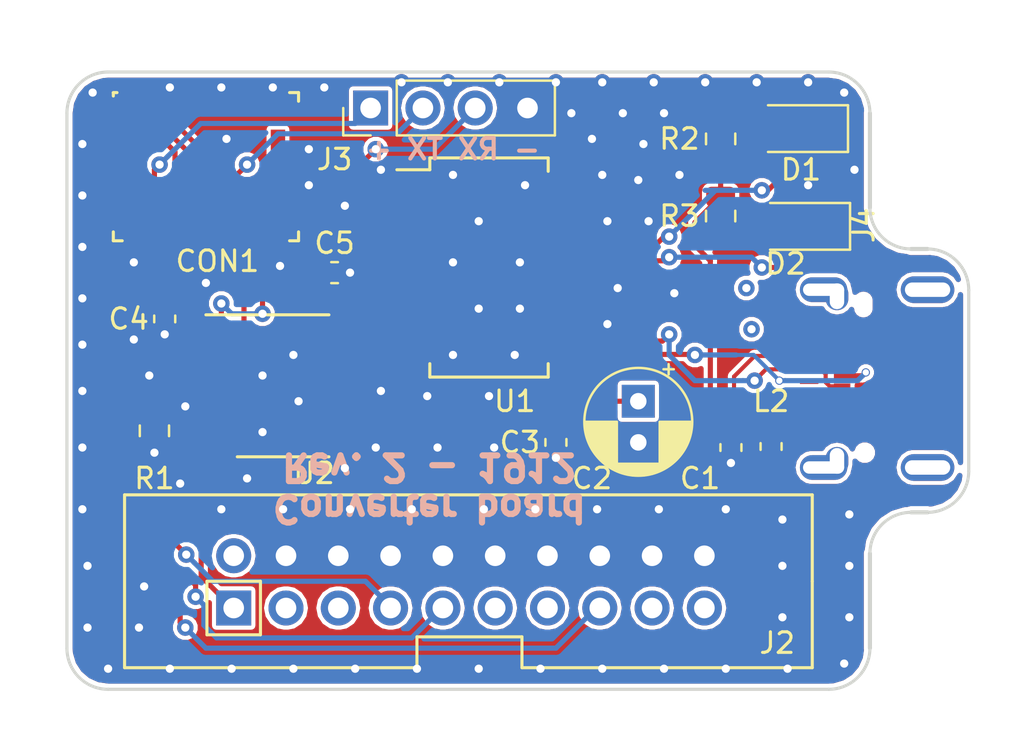
<source format=kicad_pcb>
(kicad_pcb (version 20171130) (host pcbnew "(5.0.0)")

  (general
    (thickness 1.6)
    (drawings 18)
    (tracks 323)
    (zones 0)
    (modules 17)
    (nets 62)
  )

  (page A4)
  (layers
    (0 F.Cu signal)
    (31 B.Cu signal)
    (32 B.Adhes user)
    (33 F.Adhes user)
    (34 B.Paste user)
    (35 F.Paste user)
    (36 B.SilkS user)
    (37 F.SilkS user)
    (38 B.Mask user)
    (39 F.Mask user)
    (40 Dwgs.User user)
    (41 Cmts.User user)
    (42 Eco1.User user)
    (43 Eco2.User user)
    (44 Edge.Cuts user)
    (45 Margin user)
    (46 B.CrtYd user)
    (47 F.CrtYd user)
    (48 B.Fab user)
    (49 F.Fab user hide)
  )

  (setup
    (last_trace_width 0.25)
    (user_trace_width 0.2)
    (trace_clearance 0.2)
    (zone_clearance 0.2)
    (zone_45_only no)
    (trace_min 0.2)
    (segment_width 0.2)
    (edge_width 0.2)
    (via_size 0.8)
    (via_drill 0.4)
    (via_min_size 0.4)
    (via_min_drill 0.3)
    (user_via 0.4 0.3)
    (user_via 0.6 0.4)
    (uvia_size 0.3)
    (uvia_drill 0.1)
    (uvias_allowed no)
    (uvia_min_size 0.2)
    (uvia_min_drill 0.1)
    (pcb_text_width 0.3)
    (pcb_text_size 1.5 1.5)
    (mod_edge_width 0.15)
    (mod_text_size 1 1)
    (mod_text_width 0.15)
    (pad_size 1.65 1.1)
    (pad_drill 1.55)
    (pad_to_mask_clearance 0.2)
    (aux_axis_origin 0 0)
    (visible_elements 7FFFFFFF)
    (pcbplotparams
      (layerselection 0x010fc_ffffffff)
      (usegerberextensions true)
      (usegerberattributes false)
      (usegerberadvancedattributes false)
      (creategerberjobfile false)
      (excludeedgelayer true)
      (linewidth 0.100000)
      (plotframeref false)
      (viasonmask false)
      (mode 1)
      (useauxorigin false)
      (hpglpennumber 1)
      (hpglpenspeed 20)
      (hpglpendiameter 15.000000)
      (psnegative false)
      (psa4output false)
      (plotreference true)
      (plotvalue true)
      (plotinvisibletext false)
      (padsonsilk false)
      (subtractmaskfromsilk false)
      (outputformat 1)
      (mirror false)
      (drillshape 0)
      (scaleselection 1)
      (outputdirectory "Gerbers/Rev 2 - 1912/"))
  )

  (net 0 "")
  (net 1 GND)
  (net 2 VCC)
  (net 3 "Net-(D1-Pad2)")
  (net 4 VBUS)
  (net 5 "Net-(D2-Pad2)")
  (net 6 /UART_RX)
  (net 7 "Net-(U1-Pad2)")
  (net 8 "Net-(U1-Pad3)")
  (net 9 /UART_TX)
  (net 10 "Net-(U1-Pad6)")
  (net 11 "Net-(U1-Pad9)")
  (net 12 "Net-(U1-Pad10)")
  (net 13 "Net-(U1-Pad11)")
  (net 14 "Net-(U1-Pad12)")
  (net 15 "Net-(U1-Pad13)")
  (net 16 "Net-(U1-Pad14)")
  (net 17 /D+)
  (net 18 /D-)
  (net 19 +3V3)
  (net 20 "Net-(U1-Pad19)")
  (net 21 "Net-(D2-Pad1)")
  (net 22 "Net-(D1-Pad1)")
  (net 23 "Net-(U1-Pad27)")
  (net 24 "Net-(U1-Pad28)")
  (net 25 /SWDIO)
  (net 26 /SWCLK)
  (net 27 /MCU_RESET)
  (net 28 "Net-(J2-Pad2)")
  (net 29 "Net-(J2-Pad3)")
  (net 30 "Net-(J2-Pad5)")
  (net 31 "Net-(J2-Pad11)")
  (net 32 "Net-(J2-Pad13)")
  (net 33 "Net-(J2-Pad17)")
  (net 34 "Net-(J2-Pad19)")
  (net 35 "Net-(U2-Pad4)")
  (net 36 "Net-(U2-Pad5)")
  (net 37 "Net-(U2-Pad6)")
  (net 38 "Net-(U2-Pad7)")
  (net 39 "Net-(U2-Pad8)")
  (net 40 "Net-(U2-Pad9)")
  (net 41 "Net-(U2-Pad12)")
  (net 42 "Net-(U2-Pad13)")
  (net 43 "Net-(U2-Pad14)")
  (net 44 "Net-(U2-Pad15)")
  (net 45 "Net-(U2-Pad16)")
  (net 46 "Net-(U2-Pad17)")
  (net 47 /RXD)
  (net 48 /TXD)
  (net 49 "Net-(J4-PadA4)")
  (net 50 "Net-(J4-PadB2)")
  (net 51 "Net-(J4-PadB3)")
  (net 52 "Net-(J4-PadB8)")
  (net 53 "Net-(J4-PadB5)")
  (net 54 "Net-(J4-PadB10)")
  (net 55 "Net-(J4-PadB11)")
  (net 56 "Net-(J4-PadA10)")
  (net 57 "Net-(J4-PadA11)")
  (net 58 "Net-(J4-PadA8)")
  (net 59 "Net-(J4-PadA5)")
  (net 60 "Net-(J4-PadA3)")
  (net 61 "Net-(J4-PadA2)")

  (net_class Default "This is the default net class."
    (clearance 0.2)
    (trace_width 0.25)
    (via_dia 0.8)
    (via_drill 0.4)
    (uvia_dia 0.3)
    (uvia_drill 0.1)
    (add_net +3V3)
    (add_net /D+)
    (add_net /D-)
    (add_net /MCU_RESET)
    (add_net /RXD)
    (add_net /SWCLK)
    (add_net /SWDIO)
    (add_net /TXD)
    (add_net /UART_RX)
    (add_net /UART_TX)
    (add_net GND)
    (add_net "Net-(D1-Pad1)")
    (add_net "Net-(D1-Pad2)")
    (add_net "Net-(D2-Pad1)")
    (add_net "Net-(D2-Pad2)")
    (add_net "Net-(J2-Pad11)")
    (add_net "Net-(J2-Pad13)")
    (add_net "Net-(J2-Pad17)")
    (add_net "Net-(J2-Pad19)")
    (add_net "Net-(J2-Pad2)")
    (add_net "Net-(J2-Pad3)")
    (add_net "Net-(J2-Pad5)")
    (add_net "Net-(J4-PadA10)")
    (add_net "Net-(J4-PadA11)")
    (add_net "Net-(J4-PadA2)")
    (add_net "Net-(J4-PadA3)")
    (add_net "Net-(J4-PadA4)")
    (add_net "Net-(J4-PadA5)")
    (add_net "Net-(J4-PadA8)")
    (add_net "Net-(J4-PadB10)")
    (add_net "Net-(J4-PadB11)")
    (add_net "Net-(J4-PadB2)")
    (add_net "Net-(J4-PadB3)")
    (add_net "Net-(J4-PadB5)")
    (add_net "Net-(J4-PadB8)")
    (add_net "Net-(U1-Pad10)")
    (add_net "Net-(U1-Pad11)")
    (add_net "Net-(U1-Pad12)")
    (add_net "Net-(U1-Pad13)")
    (add_net "Net-(U1-Pad14)")
    (add_net "Net-(U1-Pad19)")
    (add_net "Net-(U1-Pad2)")
    (add_net "Net-(U1-Pad27)")
    (add_net "Net-(U1-Pad28)")
    (add_net "Net-(U1-Pad3)")
    (add_net "Net-(U1-Pad6)")
    (add_net "Net-(U1-Pad9)")
    (add_net "Net-(U2-Pad12)")
    (add_net "Net-(U2-Pad13)")
    (add_net "Net-(U2-Pad14)")
    (add_net "Net-(U2-Pad15)")
    (add_net "Net-(U2-Pad16)")
    (add_net "Net-(U2-Pad17)")
    (add_net "Net-(U2-Pad4)")
    (add_net "Net-(U2-Pad5)")
    (add_net "Net-(U2-Pad6)")
    (add_net "Net-(U2-Pad7)")
    (add_net "Net-(U2-Pad8)")
    (add_net "Net-(U2-Pad9)")
    (add_net VBUS)
    (add_net VCC)
  )

  (module athir:DX07S024JJ (layer F.Cu) (tedit 5C93F134) (tstamp 5CA06C84)
    (at 195.8 113.9 90)
    (path /5C940DDF)
    (fp_text reference J4 (at 7.45 -3.1 90) (layer F.SilkS)
      (effects (font (size 1 1) (thickness 0.15)))
    )
    (fp_text value USB_C_Receptacle (at -6.45 -2.05 180) (layer F.Fab)
      (effects (font (size 1 1) (thickness 0.15)))
    )
    (fp_text user "PCB EDGE" (at 0.05 2.9 90) (layer F.Fab)
      (effects (font (size 1 1) (thickness 0.15)))
    )
    (fp_line (start -4.5 2.7) (end -4.5 -6.25) (layer F.Fab) (width 0.15))
    (fp_line (start -4.5 -6.25) (end 4.5 -6.25) (layer F.Fab) (width 0.15))
    (fp_line (start 4.5 2.7) (end 4.5 -6.25) (layer F.Fab) (width 0.15))
    (fp_line (start 5 1.95) (end -5.2 1.95) (layer F.Fab) (width 0.15))
    (pad "" np_thru_hole oval (at 4.32 -5.05 90) (size 1.2 2.3) (drill oval 0.6 2) (layers *.Cu *.Mask))
    (pad "" np_thru_hole oval (at 4 -4.4 90) (size 1.35 1.1) (drill oval 1.25 0.7) (layers *.Cu *.Mask))
    (pad B2 smd rect (at 2.135 -4.15 90) (size 0.27 0.8) (layers F.Cu F.Paste F.Mask)
      (net 50 "Net-(J4-PadB2)"))
    (pad B4 smd rect (at 1.135 -4.15 90) (size 0.27 0.8) (layers F.Cu F.Paste F.Mask)
      (net 49 "Net-(J4-PadA4)"))
    (pad B3 smd rect (at 1.635 -4.15 90) (size 0.27 0.8) (layers F.Cu F.Paste F.Mask)
      (net 51 "Net-(J4-PadB3)"))
    (pad B1 smd rect (at 2.635 -4.15 90) (size 0.27 0.8) (layers F.Cu F.Paste F.Mask)
      (net 1 GND))
    (pad B6 smd rect (at 0.135 -4.15 90) (size 0.27 0.8) (layers F.Cu F.Paste F.Mask)
      (net 17 /D+))
    (pad B8 smd rect (at -0.875 -4.15 90) (size 0.27 0.8) (layers F.Cu F.Paste F.Mask)
      (net 52 "Net-(J4-PadB8)"))
    (pad B7 smd rect (at -0.375 -4.15 90) (size 0.27 0.8) (layers F.Cu F.Paste F.Mask)
      (net 18 /D-))
    (pad B5 smd rect (at 0.635 -4.15 90) (size 0.27 0.8) (layers F.Cu F.Paste F.Mask)
      (net 53 "Net-(J4-PadB5)"))
    (pad B10 smd rect (at -1.875 -4.15 90) (size 0.27 0.8) (layers F.Cu F.Paste F.Mask)
      (net 54 "Net-(J4-PadB10)"))
    (pad B9 smd rect (at -1.375 -4.15 90) (size 0.27 0.8) (layers F.Cu F.Paste F.Mask)
      (net 49 "Net-(J4-PadA4)"))
    (pad B11 smd rect (at -2.375 -4.15 90) (size 0.27 0.8) (layers F.Cu F.Paste F.Mask)
      (net 55 "Net-(J4-PadB11)"))
    (pad B12 smd rect (at -2.875 -4.15 90) (size 0.27 0.8) (layers F.Cu F.Paste F.Mask)
      (net 1 GND))
    (pad A10 smd rect (at 1.875 -5.75 90) (size 0.27 0.9) (layers F.Cu F.Paste F.Mask)
      (net 56 "Net-(J4-PadA10)"))
    (pad A12 smd rect (at 2.875 -5.75 90) (size 0.27 0.9) (layers F.Cu F.Paste F.Mask)
      (net 1 GND))
    (pad A9 smd rect (at 1.375 -5.75 90) (size 0.27 0.9) (layers F.Cu F.Paste F.Mask)
      (net 49 "Net-(J4-PadA4)"))
    (pad A11 smd rect (at 2.375 -5.75 90) (size 0.27 0.9) (layers F.Cu F.Paste F.Mask)
      (net 57 "Net-(J4-PadA11)"))
    (pad A7 smd rect (at 0.375 -5.75 90) (size 0.27 0.9) (layers F.Cu F.Paste F.Mask)
      (net 18 /D-))
    (pad A8 smd rect (at 0.875 -5.75 90) (size 0.27 0.9) (layers F.Cu F.Paste F.Mask)
      (net 58 "Net-(J4-PadA8)"))
    (pad A6 smd rect (at -0.125 -5.75 90) (size 0.27 0.9) (layers F.Cu F.Paste F.Mask)
      (net 17 /D+))
    (pad A4 smd rect (at -1.125 -5.75 90) (size 0.27 0.9) (layers F.Cu F.Paste F.Mask)
      (net 49 "Net-(J4-PadA4)"))
    (pad A5 smd rect (at -0.625 -5.75 90) (size 0.27 0.9) (layers F.Cu F.Paste F.Mask)
      (net 59 "Net-(J4-PadA5)"))
    (pad A3 smd rect (at -1.625 -5.75 90) (size 0.27 0.9) (layers F.Cu F.Paste F.Mask)
      (net 60 "Net-(J4-PadA3)"))
    (pad A2 smd rect (at -2.125 -5.75 90) (size 0.27 0.9) (layers F.Cu F.Paste F.Mask)
      (net 61 "Net-(J4-PadA2)"))
    (pad A1 smd rect (at -2.625 -5.75 90) (size 0.27 0.9) (layers F.Cu F.Paste F.Mask)
      (net 1 GND))
    (pad "" np_thru_hole oval (at -4 -4.4 90) (size 1.35 1.1) (drill oval 1.25 0.7) (layers *.Cu *.Mask))
    (pad "" np_thru_hole oval (at -4.32 -5.05 90) (size 1.2 2.3) (drill oval 0.6 2) (layers *.Cu *.Mask))
    (pad "" np_thru_hole oval (at 3.6 -3.115 90) (size 0.85 0.5) (drill oval 0.85 0.5) (layers *.Cu *.Mask))
    (pad "" np_thru_hole circle (at -3.6 -3.05 90) (size 0.6 0.6) (drill 0.6) (layers *.Cu *.Mask))
    (pad "" np_thru_hole oval (at -4.32 0 90) (size 1.3 2.6) (drill oval 0.7 2.2) (layers *.Cu *.Mask))
    (pad "" np_thru_hole oval (at 4.32 0 90) (size 1.3 2.6) (drill oval 0.7 2.2) (layers *.Cu *.Mask))
    (model ${ATHIR}/test.x3d
      (at (xyz 0 0 0))
      (scale (xyz 1 1 1))
      (rotate (xyz 0 0 0))
    )
  )

  (module Inductor_SMD:L_0603_1608Metric (layer F.Cu) (tedit 5B301BBE) (tstamp 5CA06DBB)
    (at 188.2 117.2 270)
    (descr "Inductor SMD 0603 (1608 Metric), square (rectangular) end terminal, IPC_7351 nominal, (Body size source: http://www.tortai-tech.com/upload/download/2011102023233369053.pdf), generated with kicad-footprint-generator")
    (tags inductor)
    (path /5C94D6D0)
    (attr smd)
    (fp_text reference L2 (at -2.2 0) (layer F.SilkS)
      (effects (font (size 1 1) (thickness 0.15)))
    )
    (fp_text value Ferrite_Bead_Small (at 0 1.43 270) (layer F.Fab)
      (effects (font (size 1 1) (thickness 0.15)))
    )
    (fp_line (start -0.8 0.4) (end -0.8 -0.4) (layer F.Fab) (width 0.1))
    (fp_line (start -0.8 -0.4) (end 0.8 -0.4) (layer F.Fab) (width 0.1))
    (fp_line (start 0.8 -0.4) (end 0.8 0.4) (layer F.Fab) (width 0.1))
    (fp_line (start 0.8 0.4) (end -0.8 0.4) (layer F.Fab) (width 0.1))
    (fp_line (start -0.162779 -0.51) (end 0.162779 -0.51) (layer F.SilkS) (width 0.12))
    (fp_line (start -0.162779 0.51) (end 0.162779 0.51) (layer F.SilkS) (width 0.12))
    (fp_line (start -1.48 0.73) (end -1.48 -0.73) (layer F.CrtYd) (width 0.05))
    (fp_line (start -1.48 -0.73) (end 1.48 -0.73) (layer F.CrtYd) (width 0.05))
    (fp_line (start 1.48 -0.73) (end 1.48 0.73) (layer F.CrtYd) (width 0.05))
    (fp_line (start 1.48 0.73) (end -1.48 0.73) (layer F.CrtYd) (width 0.05))
    (fp_text user %R (at 0 0 270) (layer F.Fab)
      (effects (font (size 0.4 0.4) (thickness 0.06)))
    )
    (pad 1 smd roundrect (at -0.7875 0 270) (size 0.875 0.95) (layers F.Cu F.Paste F.Mask) (roundrect_rratio 0.25)
      (net 49 "Net-(J4-PadA4)"))
    (pad 2 smd roundrect (at 0.7875 0 270) (size 0.875 0.95) (layers F.Cu F.Paste F.Mask) (roundrect_rratio 0.25)
      (net 4 VBUS))
    (model ${KISYS3DMOD}/Inductor_SMD.3dshapes/L_0603_1608Metric.wrl
      (at (xyz 0 0 0))
      (scale (xyz 1 1 1))
      (rotate (xyz 0 0 0))
    )
  )

  (module Connector_PinHeader_2.54mm:PinHeader_1x04_P2.54mm_Vertical (layer F.Cu) (tedit 59FED5CC) (tstamp 5C722C88)
    (at 168.75 100.75 90)
    (descr "Through hole straight pin header, 1x04, 2.54mm pitch, single row")
    (tags "Through hole pin header THT 1x04 2.54mm single row")
    (path /5C4D0CD4)
    (fp_text reference J3 (at -2.5 -1.75 180) (layer F.SilkS)
      (effects (font (size 1 1) (thickness 0.15)))
    )
    (fp_text value Conn_01x04 (at 0 9.95 90) (layer F.Fab)
      (effects (font (size 1 1) (thickness 0.15)))
    )
    (fp_line (start -0.635 -1.27) (end 1.27 -1.27) (layer F.Fab) (width 0.1))
    (fp_line (start 1.27 -1.27) (end 1.27 8.89) (layer F.Fab) (width 0.1))
    (fp_line (start 1.27 8.89) (end -1.27 8.89) (layer F.Fab) (width 0.1))
    (fp_line (start -1.27 8.89) (end -1.27 -0.635) (layer F.Fab) (width 0.1))
    (fp_line (start -1.27 -0.635) (end -0.635 -1.27) (layer F.Fab) (width 0.1))
    (fp_line (start -1.33 8.95) (end 1.33 8.95) (layer F.SilkS) (width 0.12))
    (fp_line (start -1.33 1.27) (end -1.33 8.95) (layer F.SilkS) (width 0.12))
    (fp_line (start 1.33 1.27) (end 1.33 8.95) (layer F.SilkS) (width 0.12))
    (fp_line (start -1.33 1.27) (end 1.33 1.27) (layer F.SilkS) (width 0.12))
    (fp_line (start -1.33 0) (end -1.33 -1.33) (layer F.SilkS) (width 0.12))
    (fp_line (start -1.33 -1.33) (end 0 -1.33) (layer F.SilkS) (width 0.12))
    (fp_line (start -1.8 -1.8) (end -1.8 9.4) (layer F.CrtYd) (width 0.05))
    (fp_line (start -1.8 9.4) (end 1.8 9.4) (layer F.CrtYd) (width 0.05))
    (fp_line (start 1.8 9.4) (end 1.8 -1.8) (layer F.CrtYd) (width 0.05))
    (fp_line (start 1.8 -1.8) (end -1.8 -1.8) (layer F.CrtYd) (width 0.05))
    (fp_text user %R (at 0 3.81 180) (layer F.Fab)
      (effects (font (size 1 1) (thickness 0.15)))
    )
    (pad 1 thru_hole rect (at 0 0 90) (size 1.7 1.7) (drill 1) (layers *.Cu *.Mask)
      (net 2 VCC))
    (pad 2 thru_hole oval (at 0 2.54 90) (size 1.7 1.7) (drill 1) (layers *.Cu *.Mask)
      (net 9 /UART_TX))
    (pad 3 thru_hole oval (at 0 5.08 90) (size 1.7 1.7) (drill 1) (layers *.Cu *.Mask)
      (net 6 /UART_RX))
    (pad 4 thru_hole oval (at 0 7.62 90) (size 1.7 1.7) (drill 1) (layers *.Cu *.Mask)
      (net 1 GND))
    (model ${KISYS3DMOD}/Connector_PinHeader_2.54mm.3dshapes/PinHeader_1x04_P2.54mm_Vertical.wrl
      (at (xyz 0 0 0))
      (scale (xyz 1 1 1))
      (rotate (xyz 0 0 0))
    )
  )

  (module Package_SO:TSSOP-20_4.4x6.5mm_P0.65mm (layer F.Cu) (tedit 5A02F25C) (tstamp 5C71F8D1)
    (at 164.5 114.25)
    (descr "20-Lead Plastic Thin Shrink Small Outline (ST)-4.4 mm Body [TSSOP] (see Microchip Packaging Specification 00000049BS.pdf)")
    (tags "SSOP 0.65")
    (path /5C42DB2C)
    (attr smd)
    (fp_text reference U2 (at 1.5 4.25) (layer F.SilkS)
      (effects (font (size 1 1) (thickness 0.15)))
    )
    (fp_text value TXB0108PWR (at 0 4.3) (layer F.Fab)
      (effects (font (size 1 1) (thickness 0.15)))
    )
    (fp_line (start -1.2 -3.25) (end 2.2 -3.25) (layer F.Fab) (width 0.15))
    (fp_line (start 2.2 -3.25) (end 2.2 3.25) (layer F.Fab) (width 0.15))
    (fp_line (start 2.2 3.25) (end -2.2 3.25) (layer F.Fab) (width 0.15))
    (fp_line (start -2.2 3.25) (end -2.2 -2.25) (layer F.Fab) (width 0.15))
    (fp_line (start -2.2 -2.25) (end -1.2 -3.25) (layer F.Fab) (width 0.15))
    (fp_line (start -3.95 -3.55) (end -3.95 3.55) (layer F.CrtYd) (width 0.05))
    (fp_line (start 3.95 -3.55) (end 3.95 3.55) (layer F.CrtYd) (width 0.05))
    (fp_line (start -3.95 -3.55) (end 3.95 -3.55) (layer F.CrtYd) (width 0.05))
    (fp_line (start -3.95 3.55) (end 3.95 3.55) (layer F.CrtYd) (width 0.05))
    (fp_line (start -2.225 3.45) (end 2.225 3.45) (layer F.SilkS) (width 0.15))
    (fp_line (start -3.75 -3.45) (end 2.225 -3.45) (layer F.SilkS) (width 0.15))
    (fp_text user %R (at 0 0) (layer F.Fab)
      (effects (font (size 0.8 0.8) (thickness 0.15)))
    )
    (pad 1 smd rect (at -2.95 -2.925) (size 1.45 0.45) (layers F.Cu F.Paste F.Mask)
      (net 6 /UART_RX))
    (pad 2 smd rect (at -2.95 -2.275) (size 1.45 0.45) (layers F.Cu F.Paste F.Mask)
      (net 2 VCC))
    (pad 3 smd rect (at -2.95 -1.625) (size 1.45 0.45) (layers F.Cu F.Paste F.Mask)
      (net 9 /UART_TX))
    (pad 4 smd rect (at -2.95 -0.975) (size 1.45 0.45) (layers F.Cu F.Paste F.Mask)
      (net 35 "Net-(U2-Pad4)"))
    (pad 5 smd rect (at -2.95 -0.325) (size 1.45 0.45) (layers F.Cu F.Paste F.Mask)
      (net 36 "Net-(U2-Pad5)"))
    (pad 6 smd rect (at -2.95 0.325) (size 1.45 0.45) (layers F.Cu F.Paste F.Mask)
      (net 37 "Net-(U2-Pad6)"))
    (pad 7 smd rect (at -2.95 0.975) (size 1.45 0.45) (layers F.Cu F.Paste F.Mask)
      (net 38 "Net-(U2-Pad7)"))
    (pad 8 smd rect (at -2.95 1.625) (size 1.45 0.45) (layers F.Cu F.Paste F.Mask)
      (net 39 "Net-(U2-Pad8)"))
    (pad 9 smd rect (at -2.95 2.275) (size 1.45 0.45) (layers F.Cu F.Paste F.Mask)
      (net 40 "Net-(U2-Pad9)"))
    (pad 10 smd rect (at -2.95 2.925) (size 1.45 0.45) (layers F.Cu F.Paste F.Mask)
      (net 2 VCC))
    (pad 11 smd rect (at 2.95 2.925) (size 1.45 0.45) (layers F.Cu F.Paste F.Mask)
      (net 1 GND))
    (pad 12 smd rect (at 2.95 2.275) (size 1.45 0.45) (layers F.Cu F.Paste F.Mask)
      (net 41 "Net-(U2-Pad12)"))
    (pad 13 smd rect (at 2.95 1.625) (size 1.45 0.45) (layers F.Cu F.Paste F.Mask)
      (net 42 "Net-(U2-Pad13)"))
    (pad 14 smd rect (at 2.95 0.975) (size 1.45 0.45) (layers F.Cu F.Paste F.Mask)
      (net 43 "Net-(U2-Pad14)"))
    (pad 15 smd rect (at 2.95 0.325) (size 1.45 0.45) (layers F.Cu F.Paste F.Mask)
      (net 44 "Net-(U2-Pad15)"))
    (pad 16 smd rect (at 2.95 -0.325) (size 1.45 0.45) (layers F.Cu F.Paste F.Mask)
      (net 45 "Net-(U2-Pad16)"))
    (pad 17 smd rect (at 2.95 -0.975) (size 1.45 0.45) (layers F.Cu F.Paste F.Mask)
      (net 46 "Net-(U2-Pad17)"))
    (pad 18 smd rect (at 2.95 -1.625) (size 1.45 0.45) (layers F.Cu F.Paste F.Mask)
      (net 47 /RXD))
    (pad 19 smd rect (at 2.95 -2.275) (size 1.45 0.45) (layers F.Cu F.Paste F.Mask)
      (net 4 VBUS))
    (pad 20 smd rect (at 2.95 -2.925) (size 1.45 0.45) (layers F.Cu F.Paste F.Mask)
      (net 48 /TXD))
    (model ${KISYS3DMOD}/Package_SO.3dshapes/TSSOP-20_4.4x6.5mm_P0.65mm.wrl
      (at (xyz 0 0 0))
      (scale (xyz 1 1 1))
      (rotate (xyz 0 0 0))
    )
  )

  (module athir:SAM-ICE-Header (layer F.Cu) (tedit 5B0AD4B4) (tstamp 5C71AC96)
    (at 173.5 123.75)
    (descr "Through hole straight pin header, 2x10, 2.54mm pitch, double rows")
    (tags "Through hole pin header THT 2x10 2.54mm double row")
    (path /5C40C2EA)
    (fp_text reference J2 (at 15 3 180) (layer F.SilkS)
      (effects (font (size 1 1) (thickness 0.15)))
    )
    (fp_text value Conn_02x10_Odd_Even (at 13.79 0.03 90) (layer F.Fab)
      (effects (font (size 1 1) (thickness 0.15)))
    )
    (fp_text user %R (at 6.2 5.8 180) (layer F.Fab)
      (effects (font (size 1 1) (thickness 0.15)))
    )
    (fp_line (start -13.2 -3.05) (end -13.2 3.1) (layer F.CrtYd) (width 0.05))
    (fp_line (start 13.25 -3.05) (end -13.2 -3.05) (layer F.CrtYd) (width 0.05))
    (fp_line (start 13.25 3.1) (end 13.25 -3.05) (layer F.CrtYd) (width 0.05))
    (fp_line (start -13.2 3.1) (end 13.25 3.1) (layer F.CrtYd) (width 0.05))
    (fp_line (start -11.4 2.57) (end -12.67 1.3) (layer F.Fab) (width 0.1))
    (fp_line (start 12.73 -2.51) (end 12.73 2.57) (layer F.Fab) (width 0.1))
    (fp_line (start -12.67 -2.51) (end 12.73 -2.51) (layer F.Fab) (width 0.1))
    (fp_line (start -12.67 1.3) (end -12.67 -2.51) (layer F.Fab) (width 0.1))
    (fp_line (start 16.7 0) (end 16.7 4.2) (layer F.SilkS) (width 0.15))
    (fp_line (start -16.7 4.2) (end -16.7 -4.2) (layer F.SilkS) (width 0.15))
    (fp_line (start -16.7 -4.2) (end 16.7 -4.2) (layer F.SilkS) (width 0.15))
    (fp_line (start 16.7 -4.2) (end 16.7 0) (layer F.SilkS) (width 0.15))
    (fp_line (start -2.5 2.7) (end -2.5 4.2) (layer F.SilkS) (width 0.15))
    (fp_line (start -2.5 2.7) (end 2.6 2.7) (layer F.SilkS) (width 0.15))
    (fp_line (start 2.6 2.7) (end 2.6 4.2) (layer F.SilkS) (width 0.15))
    (fp_line (start 16.7 4.2) (end 2.6 4.2) (layer F.SilkS) (width 0.15))
    (fp_line (start -2.5 4.2) (end -16.7 4.2) (layer F.SilkS) (width 0.15))
    (fp_line (start -12.7 0) (end -10.1 0) (layer F.SilkS) (width 0.15))
    (fp_line (start -10.1 0) (end -10.1 2.6) (layer F.SilkS) (width 0.15))
    (fp_line (start -10.1 2.6) (end -12.7 2.6) (layer F.SilkS) (width 0.15))
    (fp_line (start -12.7 2.6) (end -12.7 0) (layer F.SilkS) (width 0.15))
    (pad 20 thru_hole oval (at 11.46 -1.24 90) (size 1.7 1.7) (drill 1) (layers *.Cu *.Mask)
      (net 1 GND))
    (pad 19 thru_hole oval (at 11.46 1.3 90) (size 1.7 1.7) (drill 1) (layers *.Cu *.Mask)
      (net 34 "Net-(J2-Pad19)"))
    (pad 18 thru_hole oval (at 8.92 -1.24 90) (size 1.7 1.7) (drill 1) (layers *.Cu *.Mask)
      (net 1 GND))
    (pad 17 thru_hole oval (at 8.92 1.3 90) (size 1.7 1.7) (drill 1) (layers *.Cu *.Mask)
      (net 33 "Net-(J2-Pad17)"))
    (pad 16 thru_hole oval (at 6.38 -1.24 90) (size 1.7 1.7) (drill 1) (layers *.Cu *.Mask)
      (net 1 GND))
    (pad 15 thru_hole oval (at 6.38 1.3 90) (size 1.7 1.7) (drill 1) (layers *.Cu *.Mask)
      (net 27 /MCU_RESET))
    (pad 14 thru_hole oval (at 3.84 -1.24 90) (size 1.7 1.7) (drill 1) (layers *.Cu *.Mask)
      (net 1 GND))
    (pad 13 thru_hole oval (at 3.84 1.3 90) (size 1.7 1.7) (drill 1) (layers *.Cu *.Mask)
      (net 32 "Net-(J2-Pad13)"))
    (pad 12 thru_hole oval (at 1.3 -1.24 90) (size 1.7 1.7) (drill 1) (layers *.Cu *.Mask)
      (net 1 GND))
    (pad 11 thru_hole oval (at 1.3 1.3 90) (size 1.7 1.7) (drill 1) (layers *.Cu *.Mask)
      (net 31 "Net-(J2-Pad11)"))
    (pad 10 thru_hole oval (at -1.24 -1.24 90) (size 1.7 1.7) (drill 1) (layers *.Cu *.Mask)
      (net 1 GND))
    (pad 9 thru_hole oval (at -1.24 1.3 90) (size 1.7 1.7) (drill 1) (layers *.Cu *.Mask)
      (net 26 /SWCLK))
    (pad 8 thru_hole oval (at -3.78 -1.24 90) (size 1.7 1.7) (drill 1) (layers *.Cu *.Mask)
      (net 1 GND))
    (pad 7 thru_hole oval (at -3.78 1.3 90) (size 1.7 1.7) (drill 1) (layers *.Cu *.Mask)
      (net 25 /SWDIO))
    (pad 6 thru_hole oval (at -6.32 -1.24 90) (size 1.7 1.7) (drill 1) (layers *.Cu *.Mask)
      (net 1 GND))
    (pad 5 thru_hole oval (at -6.32 1.3 90) (size 1.7 1.7) (drill 1) (layers *.Cu *.Mask)
      (net 30 "Net-(J2-Pad5)"))
    (pad 4 thru_hole oval (at -8.86 -1.24 90) (size 1.7 1.7) (drill 1) (layers *.Cu *.Mask)
      (net 1 GND))
    (pad 3 thru_hole oval (at -8.86 1.3 90) (size 1.7 1.7) (drill 1) (layers *.Cu *.Mask)
      (net 29 "Net-(J2-Pad3)"))
    (pad 2 thru_hole oval (at -11.4 -1.24 90) (size 1.7 1.7) (drill 1) (layers *.Cu *.Mask)
      (net 28 "Net-(J2-Pad2)"))
    (pad 1 thru_hole rect (at -11.4 1.3 90) (size 1.7 1.7) (drill 1) (layers *.Cu *.Mask)
      (net 2 VCC))
    (model ${KISYS3DMOD}/Pin_Headers.3dshapes/Pin_Header_Straight_2x10_Pitch2.54mm.wrl
      (at (xyz 0 0 0))
      (scale (xyz 1 1 1))
      (rotate (xyz 0 0 0))
    )
  )

  (module Capacitor_SMD:C_0603_1608Metric (layer F.Cu) (tedit 5B301BBE) (tstamp 5C4D28B0)
    (at 167 108.75)
    (descr "Capacitor SMD 0603 (1608 Metric), square (rectangular) end terminal, IPC_7351 nominal, (Body size source: http://www.tortai-tech.com/upload/download/2011102023233369053.pdf), generated with kicad-footprint-generator")
    (tags capacitor)
    (path /5C43C3D5)
    (attr smd)
    (fp_text reference C5 (at 0 -1.43) (layer F.SilkS)
      (effects (font (size 1 1) (thickness 0.15)))
    )
    (fp_text value 100nF (at 0 1.43) (layer F.Fab)
      (effects (font (size 1 1) (thickness 0.15)))
    )
    (fp_text user %R (at 0 0) (layer F.Fab)
      (effects (font (size 0.4 0.4) (thickness 0.06)))
    )
    (fp_line (start 1.48 0.73) (end -1.48 0.73) (layer F.CrtYd) (width 0.05))
    (fp_line (start 1.48 -0.73) (end 1.48 0.73) (layer F.CrtYd) (width 0.05))
    (fp_line (start -1.48 -0.73) (end 1.48 -0.73) (layer F.CrtYd) (width 0.05))
    (fp_line (start -1.48 0.73) (end -1.48 -0.73) (layer F.CrtYd) (width 0.05))
    (fp_line (start -0.162779 0.51) (end 0.162779 0.51) (layer F.SilkS) (width 0.12))
    (fp_line (start -0.162779 -0.51) (end 0.162779 -0.51) (layer F.SilkS) (width 0.12))
    (fp_line (start 0.8 0.4) (end -0.8 0.4) (layer F.Fab) (width 0.1))
    (fp_line (start 0.8 -0.4) (end 0.8 0.4) (layer F.Fab) (width 0.1))
    (fp_line (start -0.8 -0.4) (end 0.8 -0.4) (layer F.Fab) (width 0.1))
    (fp_line (start -0.8 0.4) (end -0.8 -0.4) (layer F.Fab) (width 0.1))
    (pad 2 smd roundrect (at 0.7875 0) (size 0.875 0.95) (layers F.Cu F.Paste F.Mask) (roundrect_rratio 0.25)
      (net 1 GND))
    (pad 1 smd roundrect (at -0.7875 0) (size 0.875 0.95) (layers F.Cu F.Paste F.Mask) (roundrect_rratio 0.25)
      (net 4 VBUS))
    (model ${KISYS3DMOD}/Capacitor_SMD.3dshapes/C_0603_1608Metric.wrl
      (at (xyz 0 0 0))
      (scale (xyz 1 1 1))
      (rotate (xyz 0 0 0))
    )
  )

  (module Capacitor_SMD:C_0603_1608Metric (layer F.Cu) (tedit 5B301BBE) (tstamp 5C4D22C4)
    (at 158.75 111 270)
    (descr "Capacitor SMD 0603 (1608 Metric), square (rectangular) end terminal, IPC_7351 nominal, (Body size source: http://www.tortai-tech.com/upload/download/2011102023233369053.pdf), generated with kicad-footprint-generator")
    (tags capacitor)
    (path /5C446358)
    (attr smd)
    (fp_text reference C4 (at 0 1.75) (layer F.SilkS)
      (effects (font (size 1 1) (thickness 0.15)))
    )
    (fp_text value 100nF (at 0 1.43 270) (layer F.Fab)
      (effects (font (size 1 1) (thickness 0.15)))
    )
    (fp_line (start -0.8 0.4) (end -0.8 -0.4) (layer F.Fab) (width 0.1))
    (fp_line (start -0.8 -0.4) (end 0.8 -0.4) (layer F.Fab) (width 0.1))
    (fp_line (start 0.8 -0.4) (end 0.8 0.4) (layer F.Fab) (width 0.1))
    (fp_line (start 0.8 0.4) (end -0.8 0.4) (layer F.Fab) (width 0.1))
    (fp_line (start -0.162779 -0.51) (end 0.162779 -0.51) (layer F.SilkS) (width 0.12))
    (fp_line (start -0.162779 0.51) (end 0.162779 0.51) (layer F.SilkS) (width 0.12))
    (fp_line (start -1.48 0.73) (end -1.48 -0.73) (layer F.CrtYd) (width 0.05))
    (fp_line (start -1.48 -0.73) (end 1.48 -0.73) (layer F.CrtYd) (width 0.05))
    (fp_line (start 1.48 -0.73) (end 1.48 0.73) (layer F.CrtYd) (width 0.05))
    (fp_line (start 1.48 0.73) (end -1.48 0.73) (layer F.CrtYd) (width 0.05))
    (fp_text user %R (at 0 0 270) (layer F.Fab)
      (effects (font (size 0.4 0.4) (thickness 0.06)))
    )
    (pad 1 smd roundrect (at -0.7875 0 270) (size 0.875 0.95) (layers F.Cu F.Paste F.Mask) (roundrect_rratio 0.25)
      (net 2 VCC))
    (pad 2 smd roundrect (at 0.7875 0 270) (size 0.875 0.95) (layers F.Cu F.Paste F.Mask) (roundrect_rratio 0.25)
      (net 1 GND))
    (model ${KISYS3DMOD}/Capacitor_SMD.3dshapes/C_0603_1608Metric.wrl
      (at (xyz 0 0 0))
      (scale (xyz 1 1 1))
      (rotate (xyz 0 0 0))
    )
  )

  (module Capacitor_SMD:C_0603_1608Metric (layer F.Cu) (tedit 5B301BBE) (tstamp 5C4D22B3)
    (at 177.75 117 270)
    (descr "Capacitor SMD 0603 (1608 Metric), square (rectangular) end terminal, IPC_7351 nominal, (Body size source: http://www.tortai-tech.com/upload/download/2011102023233369053.pdf), generated with kicad-footprint-generator")
    (tags capacitor)
    (path /5C41C6F3)
    (attr smd)
    (fp_text reference C3 (at 0 1.75) (layer F.SilkS)
      (effects (font (size 1 1) (thickness 0.15)))
    )
    (fp_text value 100nF (at 0 1.43 270) (layer F.Fab)
      (effects (font (size 1 1) (thickness 0.15)))
    )
    (fp_text user %R (at 0 0 270) (layer F.Fab)
      (effects (font (size 0.4 0.4) (thickness 0.06)))
    )
    (fp_line (start 1.48 0.73) (end -1.48 0.73) (layer F.CrtYd) (width 0.05))
    (fp_line (start 1.48 -0.73) (end 1.48 0.73) (layer F.CrtYd) (width 0.05))
    (fp_line (start -1.48 -0.73) (end 1.48 -0.73) (layer F.CrtYd) (width 0.05))
    (fp_line (start -1.48 0.73) (end -1.48 -0.73) (layer F.CrtYd) (width 0.05))
    (fp_line (start -0.162779 0.51) (end 0.162779 0.51) (layer F.SilkS) (width 0.12))
    (fp_line (start -0.162779 -0.51) (end 0.162779 -0.51) (layer F.SilkS) (width 0.12))
    (fp_line (start 0.8 0.4) (end -0.8 0.4) (layer F.Fab) (width 0.1))
    (fp_line (start 0.8 -0.4) (end 0.8 0.4) (layer F.Fab) (width 0.1))
    (fp_line (start -0.8 -0.4) (end 0.8 -0.4) (layer F.Fab) (width 0.1))
    (fp_line (start -0.8 0.4) (end -0.8 -0.4) (layer F.Fab) (width 0.1))
    (pad 2 smd roundrect (at 0.7875 0 270) (size 0.875 0.95) (layers F.Cu F.Paste F.Mask) (roundrect_rratio 0.25)
      (net 1 GND))
    (pad 1 smd roundrect (at -0.7875 0 270) (size 0.875 0.95) (layers F.Cu F.Paste F.Mask) (roundrect_rratio 0.25)
      (net 19 +3V3))
    (model ${KISYS3DMOD}/Capacitor_SMD.3dshapes/C_0603_1608Metric.wrl
      (at (xyz 0 0 0))
      (scale (xyz 1 1 1))
      (rotate (xyz 0 0 0))
    )
  )

  (module Capacitor_SMD:C_0603_1608Metric (layer F.Cu) (tedit 5B301BBE) (tstamp 5C4D22A2)
    (at 186.25 117.25 270)
    (descr "Capacitor SMD 0603 (1608 Metric), square (rectangular) end terminal, IPC_7351 nominal, (Body size source: http://www.tortai-tech.com/upload/download/2011102023233369053.pdf), generated with kicad-footprint-generator")
    (tags capacitor)
    (path /5C40E260)
    (attr smd)
    (fp_text reference C1 (at 1.5 1.5) (layer F.SilkS)
      (effects (font (size 1 1) (thickness 0.15)))
    )
    (fp_text value 10nF (at 0 1.43 270) (layer F.Fab)
      (effects (font (size 1 1) (thickness 0.15)))
    )
    (fp_line (start -0.8 0.4) (end -0.8 -0.4) (layer F.Fab) (width 0.1))
    (fp_line (start -0.8 -0.4) (end 0.8 -0.4) (layer F.Fab) (width 0.1))
    (fp_line (start 0.8 -0.4) (end 0.8 0.4) (layer F.Fab) (width 0.1))
    (fp_line (start 0.8 0.4) (end -0.8 0.4) (layer F.Fab) (width 0.1))
    (fp_line (start -0.162779 -0.51) (end 0.162779 -0.51) (layer F.SilkS) (width 0.12))
    (fp_line (start -0.162779 0.51) (end 0.162779 0.51) (layer F.SilkS) (width 0.12))
    (fp_line (start -1.48 0.73) (end -1.48 -0.73) (layer F.CrtYd) (width 0.05))
    (fp_line (start -1.48 -0.73) (end 1.48 -0.73) (layer F.CrtYd) (width 0.05))
    (fp_line (start 1.48 -0.73) (end 1.48 0.73) (layer F.CrtYd) (width 0.05))
    (fp_line (start 1.48 0.73) (end -1.48 0.73) (layer F.CrtYd) (width 0.05))
    (fp_text user %R (at 0 0 270) (layer F.Fab)
      (effects (font (size 0.4 0.4) (thickness 0.06)))
    )
    (pad 1 smd roundrect (at -0.7875 0 270) (size 0.875 0.95) (layers F.Cu F.Paste F.Mask) (roundrect_rratio 0.25)
      (net 4 VBUS))
    (pad 2 smd roundrect (at 0.7875 0 270) (size 0.875 0.95) (layers F.Cu F.Paste F.Mask) (roundrect_rratio 0.25)
      (net 1 GND))
    (model ${KISYS3DMOD}/Capacitor_SMD.3dshapes/C_0603_1608Metric.wrl
      (at (xyz 0 0 0))
      (scale (xyz 1 1 1))
      (rotate (xyz 0 0 0))
    )
  )

  (module Capacitor_THT:CP_Radial_D5.0mm_P2.00mm (layer F.Cu) (tedit 5AE50EF0) (tstamp 5C4D2291)
    (at 181.75 115 270)
    (descr "CP, Radial series, Radial, pin pitch=2.00mm, , diameter=5mm, Electrolytic Capacitor")
    (tags "CP Radial series Radial pin pitch 2.00mm  diameter 5mm Electrolytic Capacitor")
    (path /5C4A49FE)
    (fp_text reference C2 (at 3.75 2.25) (layer F.SilkS)
      (effects (font (size 1 1) (thickness 0.15)))
    )
    (fp_text value 4.7uF (at 1 3.75 270) (layer F.Fab)
      (effects (font (size 1 1) (thickness 0.15)))
    )
    (fp_circle (center 1 0) (end 3.5 0) (layer F.Fab) (width 0.1))
    (fp_circle (center 1 0) (end 3.62 0) (layer F.SilkS) (width 0.12))
    (fp_circle (center 1 0) (end 3.75 0) (layer F.CrtYd) (width 0.05))
    (fp_line (start -1.133605 -1.0875) (end -0.633605 -1.0875) (layer F.Fab) (width 0.1))
    (fp_line (start -0.883605 -1.3375) (end -0.883605 -0.8375) (layer F.Fab) (width 0.1))
    (fp_line (start 1 1.04) (end 1 2.58) (layer F.SilkS) (width 0.12))
    (fp_line (start 1 -2.58) (end 1 -1.04) (layer F.SilkS) (width 0.12))
    (fp_line (start 1.04 1.04) (end 1.04 2.58) (layer F.SilkS) (width 0.12))
    (fp_line (start 1.04 -2.58) (end 1.04 -1.04) (layer F.SilkS) (width 0.12))
    (fp_line (start 1.08 -2.579) (end 1.08 -1.04) (layer F.SilkS) (width 0.12))
    (fp_line (start 1.08 1.04) (end 1.08 2.579) (layer F.SilkS) (width 0.12))
    (fp_line (start 1.12 -2.578) (end 1.12 -1.04) (layer F.SilkS) (width 0.12))
    (fp_line (start 1.12 1.04) (end 1.12 2.578) (layer F.SilkS) (width 0.12))
    (fp_line (start 1.16 -2.576) (end 1.16 -1.04) (layer F.SilkS) (width 0.12))
    (fp_line (start 1.16 1.04) (end 1.16 2.576) (layer F.SilkS) (width 0.12))
    (fp_line (start 1.2 -2.573) (end 1.2 -1.04) (layer F.SilkS) (width 0.12))
    (fp_line (start 1.2 1.04) (end 1.2 2.573) (layer F.SilkS) (width 0.12))
    (fp_line (start 1.24 -2.569) (end 1.24 -1.04) (layer F.SilkS) (width 0.12))
    (fp_line (start 1.24 1.04) (end 1.24 2.569) (layer F.SilkS) (width 0.12))
    (fp_line (start 1.28 -2.565) (end 1.28 -1.04) (layer F.SilkS) (width 0.12))
    (fp_line (start 1.28 1.04) (end 1.28 2.565) (layer F.SilkS) (width 0.12))
    (fp_line (start 1.32 -2.561) (end 1.32 -1.04) (layer F.SilkS) (width 0.12))
    (fp_line (start 1.32 1.04) (end 1.32 2.561) (layer F.SilkS) (width 0.12))
    (fp_line (start 1.36 -2.556) (end 1.36 -1.04) (layer F.SilkS) (width 0.12))
    (fp_line (start 1.36 1.04) (end 1.36 2.556) (layer F.SilkS) (width 0.12))
    (fp_line (start 1.4 -2.55) (end 1.4 -1.04) (layer F.SilkS) (width 0.12))
    (fp_line (start 1.4 1.04) (end 1.4 2.55) (layer F.SilkS) (width 0.12))
    (fp_line (start 1.44 -2.543) (end 1.44 -1.04) (layer F.SilkS) (width 0.12))
    (fp_line (start 1.44 1.04) (end 1.44 2.543) (layer F.SilkS) (width 0.12))
    (fp_line (start 1.48 -2.536) (end 1.48 -1.04) (layer F.SilkS) (width 0.12))
    (fp_line (start 1.48 1.04) (end 1.48 2.536) (layer F.SilkS) (width 0.12))
    (fp_line (start 1.52 -2.528) (end 1.52 -1.04) (layer F.SilkS) (width 0.12))
    (fp_line (start 1.52 1.04) (end 1.52 2.528) (layer F.SilkS) (width 0.12))
    (fp_line (start 1.56 -2.52) (end 1.56 -1.04) (layer F.SilkS) (width 0.12))
    (fp_line (start 1.56 1.04) (end 1.56 2.52) (layer F.SilkS) (width 0.12))
    (fp_line (start 1.6 -2.511) (end 1.6 -1.04) (layer F.SilkS) (width 0.12))
    (fp_line (start 1.6 1.04) (end 1.6 2.511) (layer F.SilkS) (width 0.12))
    (fp_line (start 1.64 -2.501) (end 1.64 -1.04) (layer F.SilkS) (width 0.12))
    (fp_line (start 1.64 1.04) (end 1.64 2.501) (layer F.SilkS) (width 0.12))
    (fp_line (start 1.68 -2.491) (end 1.68 -1.04) (layer F.SilkS) (width 0.12))
    (fp_line (start 1.68 1.04) (end 1.68 2.491) (layer F.SilkS) (width 0.12))
    (fp_line (start 1.721 -2.48) (end 1.721 -1.04) (layer F.SilkS) (width 0.12))
    (fp_line (start 1.721 1.04) (end 1.721 2.48) (layer F.SilkS) (width 0.12))
    (fp_line (start 1.761 -2.468) (end 1.761 -1.04) (layer F.SilkS) (width 0.12))
    (fp_line (start 1.761 1.04) (end 1.761 2.468) (layer F.SilkS) (width 0.12))
    (fp_line (start 1.801 -2.455) (end 1.801 -1.04) (layer F.SilkS) (width 0.12))
    (fp_line (start 1.801 1.04) (end 1.801 2.455) (layer F.SilkS) (width 0.12))
    (fp_line (start 1.841 -2.442) (end 1.841 -1.04) (layer F.SilkS) (width 0.12))
    (fp_line (start 1.841 1.04) (end 1.841 2.442) (layer F.SilkS) (width 0.12))
    (fp_line (start 1.881 -2.428) (end 1.881 -1.04) (layer F.SilkS) (width 0.12))
    (fp_line (start 1.881 1.04) (end 1.881 2.428) (layer F.SilkS) (width 0.12))
    (fp_line (start 1.921 -2.414) (end 1.921 -1.04) (layer F.SilkS) (width 0.12))
    (fp_line (start 1.921 1.04) (end 1.921 2.414) (layer F.SilkS) (width 0.12))
    (fp_line (start 1.961 -2.398) (end 1.961 -1.04) (layer F.SilkS) (width 0.12))
    (fp_line (start 1.961 1.04) (end 1.961 2.398) (layer F.SilkS) (width 0.12))
    (fp_line (start 2.001 -2.382) (end 2.001 -1.04) (layer F.SilkS) (width 0.12))
    (fp_line (start 2.001 1.04) (end 2.001 2.382) (layer F.SilkS) (width 0.12))
    (fp_line (start 2.041 -2.365) (end 2.041 -1.04) (layer F.SilkS) (width 0.12))
    (fp_line (start 2.041 1.04) (end 2.041 2.365) (layer F.SilkS) (width 0.12))
    (fp_line (start 2.081 -2.348) (end 2.081 -1.04) (layer F.SilkS) (width 0.12))
    (fp_line (start 2.081 1.04) (end 2.081 2.348) (layer F.SilkS) (width 0.12))
    (fp_line (start 2.121 -2.329) (end 2.121 -1.04) (layer F.SilkS) (width 0.12))
    (fp_line (start 2.121 1.04) (end 2.121 2.329) (layer F.SilkS) (width 0.12))
    (fp_line (start 2.161 -2.31) (end 2.161 -1.04) (layer F.SilkS) (width 0.12))
    (fp_line (start 2.161 1.04) (end 2.161 2.31) (layer F.SilkS) (width 0.12))
    (fp_line (start 2.201 -2.29) (end 2.201 -1.04) (layer F.SilkS) (width 0.12))
    (fp_line (start 2.201 1.04) (end 2.201 2.29) (layer F.SilkS) (width 0.12))
    (fp_line (start 2.241 -2.268) (end 2.241 -1.04) (layer F.SilkS) (width 0.12))
    (fp_line (start 2.241 1.04) (end 2.241 2.268) (layer F.SilkS) (width 0.12))
    (fp_line (start 2.281 -2.247) (end 2.281 -1.04) (layer F.SilkS) (width 0.12))
    (fp_line (start 2.281 1.04) (end 2.281 2.247) (layer F.SilkS) (width 0.12))
    (fp_line (start 2.321 -2.224) (end 2.321 -1.04) (layer F.SilkS) (width 0.12))
    (fp_line (start 2.321 1.04) (end 2.321 2.224) (layer F.SilkS) (width 0.12))
    (fp_line (start 2.361 -2.2) (end 2.361 -1.04) (layer F.SilkS) (width 0.12))
    (fp_line (start 2.361 1.04) (end 2.361 2.2) (layer F.SilkS) (width 0.12))
    (fp_line (start 2.401 -2.175) (end 2.401 -1.04) (layer F.SilkS) (width 0.12))
    (fp_line (start 2.401 1.04) (end 2.401 2.175) (layer F.SilkS) (width 0.12))
    (fp_line (start 2.441 -2.149) (end 2.441 -1.04) (layer F.SilkS) (width 0.12))
    (fp_line (start 2.441 1.04) (end 2.441 2.149) (layer F.SilkS) (width 0.12))
    (fp_line (start 2.481 -2.122) (end 2.481 -1.04) (layer F.SilkS) (width 0.12))
    (fp_line (start 2.481 1.04) (end 2.481 2.122) (layer F.SilkS) (width 0.12))
    (fp_line (start 2.521 -2.095) (end 2.521 -1.04) (layer F.SilkS) (width 0.12))
    (fp_line (start 2.521 1.04) (end 2.521 2.095) (layer F.SilkS) (width 0.12))
    (fp_line (start 2.561 -2.065) (end 2.561 -1.04) (layer F.SilkS) (width 0.12))
    (fp_line (start 2.561 1.04) (end 2.561 2.065) (layer F.SilkS) (width 0.12))
    (fp_line (start 2.601 -2.035) (end 2.601 -1.04) (layer F.SilkS) (width 0.12))
    (fp_line (start 2.601 1.04) (end 2.601 2.035) (layer F.SilkS) (width 0.12))
    (fp_line (start 2.641 -2.004) (end 2.641 -1.04) (layer F.SilkS) (width 0.12))
    (fp_line (start 2.641 1.04) (end 2.641 2.004) (layer F.SilkS) (width 0.12))
    (fp_line (start 2.681 -1.971) (end 2.681 -1.04) (layer F.SilkS) (width 0.12))
    (fp_line (start 2.681 1.04) (end 2.681 1.971) (layer F.SilkS) (width 0.12))
    (fp_line (start 2.721 -1.937) (end 2.721 -1.04) (layer F.SilkS) (width 0.12))
    (fp_line (start 2.721 1.04) (end 2.721 1.937) (layer F.SilkS) (width 0.12))
    (fp_line (start 2.761 -1.901) (end 2.761 -1.04) (layer F.SilkS) (width 0.12))
    (fp_line (start 2.761 1.04) (end 2.761 1.901) (layer F.SilkS) (width 0.12))
    (fp_line (start 2.801 -1.864) (end 2.801 -1.04) (layer F.SilkS) (width 0.12))
    (fp_line (start 2.801 1.04) (end 2.801 1.864) (layer F.SilkS) (width 0.12))
    (fp_line (start 2.841 -1.826) (end 2.841 -1.04) (layer F.SilkS) (width 0.12))
    (fp_line (start 2.841 1.04) (end 2.841 1.826) (layer F.SilkS) (width 0.12))
    (fp_line (start 2.881 -1.785) (end 2.881 -1.04) (layer F.SilkS) (width 0.12))
    (fp_line (start 2.881 1.04) (end 2.881 1.785) (layer F.SilkS) (width 0.12))
    (fp_line (start 2.921 -1.743) (end 2.921 -1.04) (layer F.SilkS) (width 0.12))
    (fp_line (start 2.921 1.04) (end 2.921 1.743) (layer F.SilkS) (width 0.12))
    (fp_line (start 2.961 -1.699) (end 2.961 -1.04) (layer F.SilkS) (width 0.12))
    (fp_line (start 2.961 1.04) (end 2.961 1.699) (layer F.SilkS) (width 0.12))
    (fp_line (start 3.001 -1.653) (end 3.001 -1.04) (layer F.SilkS) (width 0.12))
    (fp_line (start 3.001 1.04) (end 3.001 1.653) (layer F.SilkS) (width 0.12))
    (fp_line (start 3.041 -1.605) (end 3.041 1.605) (layer F.SilkS) (width 0.12))
    (fp_line (start 3.081 -1.554) (end 3.081 1.554) (layer F.SilkS) (width 0.12))
    (fp_line (start 3.121 -1.5) (end 3.121 1.5) (layer F.SilkS) (width 0.12))
    (fp_line (start 3.161 -1.443) (end 3.161 1.443) (layer F.SilkS) (width 0.12))
    (fp_line (start 3.201 -1.383) (end 3.201 1.383) (layer F.SilkS) (width 0.12))
    (fp_line (start 3.241 -1.319) (end 3.241 1.319) (layer F.SilkS) (width 0.12))
    (fp_line (start 3.281 -1.251) (end 3.281 1.251) (layer F.SilkS) (width 0.12))
    (fp_line (start 3.321 -1.178) (end 3.321 1.178) (layer F.SilkS) (width 0.12))
    (fp_line (start 3.361 -1.098) (end 3.361 1.098) (layer F.SilkS) (width 0.12))
    (fp_line (start 3.401 -1.011) (end 3.401 1.011) (layer F.SilkS) (width 0.12))
    (fp_line (start 3.441 -0.915) (end 3.441 0.915) (layer F.SilkS) (width 0.12))
    (fp_line (start 3.481 -0.805) (end 3.481 0.805) (layer F.SilkS) (width 0.12))
    (fp_line (start 3.521 -0.677) (end 3.521 0.677) (layer F.SilkS) (width 0.12))
    (fp_line (start 3.561 -0.518) (end 3.561 0.518) (layer F.SilkS) (width 0.12))
    (fp_line (start 3.601 -0.284) (end 3.601 0.284) (layer F.SilkS) (width 0.12))
    (fp_line (start -1.804775 -1.475) (end -1.304775 -1.475) (layer F.SilkS) (width 0.12))
    (fp_line (start -1.554775 -1.725) (end -1.554775 -1.225) (layer F.SilkS) (width 0.12))
    (fp_text user %R (at 1 0 270) (layer F.Fab)
      (effects (font (size 1 1) (thickness 0.15)))
    )
    (pad 1 thru_hole rect (at 0 0 270) (size 1.6 1.6) (drill 0.8) (layers *.Cu *.Mask)
      (net 19 +3V3))
    (pad 2 thru_hole circle (at 2 0 270) (size 1.6 1.6) (drill 0.8) (layers *.Cu *.Mask)
      (net 1 GND))
    (model ${KISYS3DMOD}/Capacitor_THT.3dshapes/CP_Radial_D5.0mm_P2.00mm.wrl
      (at (xyz 0 0 0))
      (scale (xyz 1 1 1))
      (rotate (xyz 0 0 0))
    )
  )

  (module Diode_SMD:D_1206_3216Metric (layer F.Cu) (tedit 5B301BBE) (tstamp 5C4D21C4)
    (at 189.75 106.5 180)
    (descr "Diode SMD 1206 (3216 Metric), square (rectangular) end terminal, IPC_7351 nominal, (Body size source: http://www.tortai-tech.com/upload/download/2011102023233369053.pdf), generated with kicad-footprint-generator")
    (tags diode)
    (path /5C421A1B)
    (attr smd)
    (fp_text reference D2 (at 0.85 -1.82 180) (layer F.SilkS)
      (effects (font (size 1 1) (thickness 0.15)))
    )
    (fp_text value RXLED (at 0 1.82 180) (layer F.Fab)
      (effects (font (size 1 1) (thickness 0.15)))
    )
    (fp_text user %R (at 0 0 180) (layer F.Fab)
      (effects (font (size 0.8 0.8) (thickness 0.12)))
    )
    (fp_line (start 2.28 1.12) (end -2.28 1.12) (layer F.CrtYd) (width 0.05))
    (fp_line (start 2.28 -1.12) (end 2.28 1.12) (layer F.CrtYd) (width 0.05))
    (fp_line (start -2.28 -1.12) (end 2.28 -1.12) (layer F.CrtYd) (width 0.05))
    (fp_line (start -2.28 1.12) (end -2.28 -1.12) (layer F.CrtYd) (width 0.05))
    (fp_line (start -2.285 1.135) (end 1.6 1.135) (layer F.SilkS) (width 0.12))
    (fp_line (start -2.285 -1.135) (end -2.285 1.135) (layer F.SilkS) (width 0.12))
    (fp_line (start 1.6 -1.135) (end -2.285 -1.135) (layer F.SilkS) (width 0.12))
    (fp_line (start 1.6 0.8) (end 1.6 -0.8) (layer F.Fab) (width 0.1))
    (fp_line (start -1.6 0.8) (end 1.6 0.8) (layer F.Fab) (width 0.1))
    (fp_line (start -1.6 -0.4) (end -1.6 0.8) (layer F.Fab) (width 0.1))
    (fp_line (start -1.2 -0.8) (end -1.6 -0.4) (layer F.Fab) (width 0.1))
    (fp_line (start 1.6 -0.8) (end -1.2 -0.8) (layer F.Fab) (width 0.1))
    (pad 2 smd roundrect (at 1.4 0 180) (size 1.25 1.75) (layers F.Cu F.Paste F.Mask) (roundrect_rratio 0.2)
      (net 5 "Net-(D2-Pad2)"))
    (pad 1 smd roundrect (at -1.4 0 180) (size 1.25 1.75) (layers F.Cu F.Paste F.Mask) (roundrect_rratio 0.2)
      (net 21 "Net-(D2-Pad1)"))
    (model ${KISYS3DMOD}/Diode_SMD.3dshapes/D_1206_3216Metric.wrl
      (at (xyz 0 0 0))
      (scale (xyz 1 1 1))
      (rotate (xyz 0 0 0))
    )
  )

  (module Diode_SMD:D_1206_3216Metric (layer F.Cu) (tedit 5B301BBE) (tstamp 5C4D21B1)
    (at 189.65 101.75 180)
    (descr "Diode SMD 1206 (3216 Metric), square (rectangular) end terminal, IPC_7351 nominal, (Body size source: http://www.tortai-tech.com/upload/download/2011102023233369053.pdf), generated with kicad-footprint-generator")
    (tags diode)
    (path /5C4219B2)
    (attr smd)
    (fp_text reference D1 (at 0 -2 180) (layer F.SilkS)
      (effects (font (size 1 1) (thickness 0.15)))
    )
    (fp_text value TXLED (at 0 1.82 180) (layer F.Fab)
      (effects (font (size 1 1) (thickness 0.15)))
    )
    (fp_line (start 1.6 -0.8) (end -1.2 -0.8) (layer F.Fab) (width 0.1))
    (fp_line (start -1.2 -0.8) (end -1.6 -0.4) (layer F.Fab) (width 0.1))
    (fp_line (start -1.6 -0.4) (end -1.6 0.8) (layer F.Fab) (width 0.1))
    (fp_line (start -1.6 0.8) (end 1.6 0.8) (layer F.Fab) (width 0.1))
    (fp_line (start 1.6 0.8) (end 1.6 -0.8) (layer F.Fab) (width 0.1))
    (fp_line (start 1.6 -1.135) (end -2.285 -1.135) (layer F.SilkS) (width 0.12))
    (fp_line (start -2.285 -1.135) (end -2.285 1.135) (layer F.SilkS) (width 0.12))
    (fp_line (start -2.285 1.135) (end 1.6 1.135) (layer F.SilkS) (width 0.12))
    (fp_line (start -2.28 1.12) (end -2.28 -1.12) (layer F.CrtYd) (width 0.05))
    (fp_line (start -2.28 -1.12) (end 2.28 -1.12) (layer F.CrtYd) (width 0.05))
    (fp_line (start 2.28 -1.12) (end 2.28 1.12) (layer F.CrtYd) (width 0.05))
    (fp_line (start 2.28 1.12) (end -2.28 1.12) (layer F.CrtYd) (width 0.05))
    (fp_text user %R (at 0 0 180) (layer F.Fab)
      (effects (font (size 0.8 0.8) (thickness 0.12)))
    )
    (pad 1 smd roundrect (at -1.4 0 180) (size 1.25 1.75) (layers F.Cu F.Paste F.Mask) (roundrect_rratio 0.2)
      (net 22 "Net-(D1-Pad1)"))
    (pad 2 smd roundrect (at 1.4 0 180) (size 1.25 1.75) (layers F.Cu F.Paste F.Mask) (roundrect_rratio 0.2)
      (net 3 "Net-(D1-Pad2)"))
    (model ${KISYS3DMOD}/Diode_SMD.3dshapes/D_1206_3216Metric.wrl
      (at (xyz 0 0 0))
      (scale (xyz 1 1 1))
      (rotate (xyz 0 0 0))
    )
  )

  (module FPC_conn:HFW6R_2STE1LF (layer F.Cu) (tedit 5C3CDAEC) (tstamp 5C4D219E)
    (at 160.75 105.5)
    (path /5C40C061)
    (fp_text reference CON1 (at 0.5588 2.6924) (layer F.SilkS)
      (effects (font (size 1 1) (thickness 0.15)))
    )
    (fp_text value FPC_6POS (at 0.7366 -6.5532) (layer F.Fab)
      (effects (font (size 1 1) (thickness 0.15)))
    )
    (fp_text user %R (at 0.5588 2.6924) (layer F.Fab)
      (effects (font (size 1 1) (thickness 0.15)))
    )
    (fp_line (start 4.5 1.7018) (end 4.5 1.27) (layer F.SilkS) (width 0.15))
    (fp_line (start 4.064 1.7018) (end 4.5 1.7018) (layer F.SilkS) (width 0.15))
    (fp_line (start 4.5 -5.5) (end 4.5 -5.08) (layer F.SilkS) (width 0.15))
    (fp_line (start 4.064 -5.5) (end 4.5 -5.5) (layer F.SilkS) (width 0.15))
    (fp_line (start -4.4958 -5.4864) (end -4.4958 -5.334) (layer F.SilkS) (width 0.15))
    (fp_line (start -4.318 -5.5) (end -4.5 -5.5) (layer F.SilkS) (width 0.15))
    (fp_line (start -4.4958 1.7018) (end -4.4958 1.27) (layer F.SilkS) (width 0.15))
    (fp_line (start -4.064 1.7018) (end -4.4958 1.7018) (layer F.SilkS) (width 0.15))
    (fp_line (start -4.5 -5.5) (end -4.5 1.7) (layer F.CrtYd) (width 0.15))
    (fp_line (start 4.5 1.7) (end -4.5 1.7) (layer F.CrtYd) (width 0.15))
    (fp_line (start 4.5 1.7) (end 4.5 -5.5) (layer F.CrtYd) (width 0.15))
    (fp_line (start -4.5 -5.5) (end 4.5 -5.5) (layer F.CrtYd) (width 0.15))
    (fp_line (start -2.4892 -1.0922) (end -2.4892 -3.6322) (layer F.CrtYd) (width 0.15))
    (fp_line (start -2.4892 -3.6322) (end -2.5908 -3.3782) (layer F.CrtYd) (width 0.15))
    (fp_line (start -2.5908 -3.3782) (end -2.3876 -3.3782) (layer F.CrtYd) (width 0.15))
    (fp_line (start -2.3876 -3.3782) (end -2.4892 -3.6322) (layer F.CrtYd) (width 0.15))
    (fp_line (start -2.4892 -1.0922) (end -2.5908 -1.27) (layer F.CrtYd) (width 0.15))
    (fp_line (start -2.5908 -1.27) (end -2.3876 -1.27) (layer F.CrtYd) (width 0.15))
    (fp_line (start -2.3876 -1.27) (end -2.4892 -1.0922) (layer F.CrtYd) (width 0.15))
    (fp_line (start -1.5748 -1.27) (end -1.3716 -1.27) (layer F.CrtYd) (width 0.15))
    (fp_line (start -1.4732 -1.0922) (end -1.4732 -3.6322) (layer F.CrtYd) (width 0.15))
    (fp_line (start -1.4732 -3.6322) (end -1.5748 -3.3782) (layer F.CrtYd) (width 0.15))
    (fp_line (start -1.5748 -3.3782) (end -1.3716 -3.3782) (layer F.CrtYd) (width 0.15))
    (fp_line (start -1.3716 -3.3782) (end -1.4732 -3.6322) (layer F.CrtYd) (width 0.15))
    (fp_line (start -1.4732 -1.0922) (end -1.5748 -1.27) (layer F.CrtYd) (width 0.15))
    (fp_line (start -1.3716 -1.27) (end -1.4732 -1.0922) (layer F.CrtYd) (width 0.15))
    (fp_line (start -0.6096 -1.27) (end -0.4064 -1.27) (layer F.CrtYd) (width 0.15))
    (fp_line (start -0.508 -1.0922) (end -0.508 -3.6322) (layer F.CrtYd) (width 0.15))
    (fp_line (start -0.508 -3.6322) (end -0.6096 -3.3782) (layer F.CrtYd) (width 0.15))
    (fp_line (start -0.6096 -3.3782) (end -0.4064 -3.3782) (layer F.CrtYd) (width 0.15))
    (fp_line (start -0.4064 -3.3782) (end -0.508 -3.6322) (layer F.CrtYd) (width 0.15))
    (fp_line (start -0.508 -1.0922) (end -0.6096 -1.27) (layer F.CrtYd) (width 0.15))
    (fp_line (start -0.4064 -1.27) (end -0.508 -1.0922) (layer F.CrtYd) (width 0.15))
    (fp_line (start 0.4064 -1.27) (end 0.6096 -1.27) (layer F.CrtYd) (width 0.15))
    (fp_line (start 0.508 -1.0922) (end 0.508 -3.6322) (layer F.CrtYd) (width 0.15))
    (fp_line (start 0.508 -3.6322) (end 0.4064 -3.3782) (layer F.CrtYd) (width 0.15))
    (fp_line (start 0.4064 -3.3782) (end 0.6096 -3.3782) (layer F.CrtYd) (width 0.15))
    (fp_line (start 0.6096 -3.3782) (end 0.508 -3.6322) (layer F.CrtYd) (width 0.15))
    (fp_line (start 0.508 -1.0922) (end 0.4064 -1.27) (layer F.CrtYd) (width 0.15))
    (fp_line (start 0.6096 -1.27) (end 0.508 -1.0922) (layer F.CrtYd) (width 0.15))
    (fp_line (start 1.397 -1.27) (end 1.6002 -1.27) (layer F.CrtYd) (width 0.15))
    (fp_line (start 1.4986 -1.0922) (end 1.4986 -3.6322) (layer F.CrtYd) (width 0.15))
    (fp_line (start 1.4986 -3.6322) (end 1.397 -3.3782) (layer F.CrtYd) (width 0.15))
    (fp_line (start 1.397 -3.3782) (end 1.6002 -3.3782) (layer F.CrtYd) (width 0.15))
    (fp_line (start 1.6002 -3.3782) (end 1.4986 -3.6322) (layer F.CrtYd) (width 0.15))
    (fp_line (start 1.4986 -1.0922) (end 1.397 -1.27) (layer F.CrtYd) (width 0.15))
    (fp_line (start 1.6002 -1.27) (end 1.4986 -1.0922) (layer F.CrtYd) (width 0.15))
    (fp_line (start 2.3876 -1.27) (end 2.5908 -1.27) (layer F.CrtYd) (width 0.15))
    (fp_line (start 2.4892 -1.0922) (end 2.4892 -3.6322) (layer F.CrtYd) (width 0.15))
    (fp_line (start 2.4892 -3.6322) (end 2.3876 -3.3782) (layer F.CrtYd) (width 0.15))
    (fp_line (start 2.3876 -3.3782) (end 2.5908 -3.3782) (layer F.CrtYd) (width 0.15))
    (fp_line (start 2.5908 -3.3782) (end 2.4892 -3.6322) (layer F.CrtYd) (width 0.15))
    (fp_line (start 2.4892 -1.0922) (end 2.3876 -1.27) (layer F.CrtYd) (width 0.15))
    (fp_line (start 2.5908 -1.27) (end 2.4892 -1.0922) (layer F.CrtYd) (width 0.15))
    (pad "" smd rect (at -3.5 -1.6) (size 0.7 4.2) (layers F.Cu F.Paste F.Mask)
      (solder_mask_margin 0.05))
    (pad 1 smd rect (at -2.5 0.5) (size 0.6 2) (layers F.Cu F.Paste F.Mask)
      (net 2 VCC) (solder_mask_margin 0.06))
    (pad 2 smd rect (at -1.5 0.5) (size 0.6 2) (layers F.Cu F.Paste F.Mask)
      (net 25 /SWDIO) (solder_mask_margin 0.06))
    (pad 3 smd rect (at -0.5 0.5) (size 0.6 2) (layers F.Cu F.Paste F.Mask)
      (net 26 /SWCLK) (solder_mask_margin 0.06))
    (pad 4 smd rect (at 0.5 0.5) (size 0.6 2) (layers F.Cu F.Paste F.Mask)
      (net 27 /MCU_RESET) (solder_mask_margin 0.06))
    (pad 5 smd rect (at 1.5 0.5) (size 0.6 2) (layers F.Cu F.Paste F.Mask)
      (net 9 /UART_TX) (solder_mask_margin 0.06))
    (pad 6 smd rect (at 2.5 0.5) (size 0.6 2) (layers F.Cu F.Paste F.Mask)
      (net 1 GND) (solder_mask_margin 0.06))
    (pad "" smd rect (at 3.5 -1.6) (size 0.7 4.2) (layers F.Cu F.Paste F.Mask)
      (solder_mask_margin 0.06))
    (model ${ATHIR}/FPC_conn.pretty/shfw06r_2stlf.stp
      (offset (xyz 12 0 0))
      (scale (xyz 1 1 1))
      (rotate (xyz -90 0 0))
    )
  )

  (module Package_SO:SSOP-28_5.3x10.2mm_P0.65mm (layer F.Cu) (tedit 5A02F25C) (tstamp 5C4D214A)
    (at 174.5 108.5)
    (descr "28-Lead Plastic Shrink Small Outline (SS)-5.30 mm Body [SSOP] (see Microchip Packaging Specification 00000049BS.pdf)")
    (tags "SSOP 0.65")
    (path /5C40D14A)
    (attr smd)
    (fp_text reference U1 (at 1.25 6.5) (layer F.SilkS)
      (effects (font (size 1 1) (thickness 0.15)))
    )
    (fp_text value FT232RL (at 0 6.25) (layer F.Fab)
      (effects (font (size 1 1) (thickness 0.15)))
    )
    (fp_line (start -1.65 -5.1) (end 2.65 -5.1) (layer F.Fab) (width 0.15))
    (fp_line (start 2.65 -5.1) (end 2.65 5.1) (layer F.Fab) (width 0.15))
    (fp_line (start 2.65 5.1) (end -2.65 5.1) (layer F.Fab) (width 0.15))
    (fp_line (start -2.65 5.1) (end -2.65 -4.1) (layer F.Fab) (width 0.15))
    (fp_line (start -2.65 -4.1) (end -1.65 -5.1) (layer F.Fab) (width 0.15))
    (fp_line (start -4.75 -5.5) (end -4.75 5.5) (layer F.CrtYd) (width 0.05))
    (fp_line (start 4.75 -5.5) (end 4.75 5.5) (layer F.CrtYd) (width 0.05))
    (fp_line (start -4.75 -5.5) (end 4.75 -5.5) (layer F.CrtYd) (width 0.05))
    (fp_line (start -4.75 5.5) (end 4.75 5.5) (layer F.CrtYd) (width 0.05))
    (fp_line (start -2.875 -5.325) (end -2.875 -4.75) (layer F.SilkS) (width 0.15))
    (fp_line (start 2.875 -5.325) (end 2.875 -4.675) (layer F.SilkS) (width 0.15))
    (fp_line (start 2.875 5.325) (end 2.875 4.675) (layer F.SilkS) (width 0.15))
    (fp_line (start -2.875 5.325) (end -2.875 4.675) (layer F.SilkS) (width 0.15))
    (fp_line (start -2.875 -5.325) (end 2.875 -5.325) (layer F.SilkS) (width 0.15))
    (fp_line (start -2.875 5.325) (end 2.875 5.325) (layer F.SilkS) (width 0.15))
    (fp_line (start -2.875 -4.75) (end -4.475 -4.75) (layer F.SilkS) (width 0.15))
    (fp_text user %R (at 0 0) (layer F.Fab)
      (effects (font (size 0.8 0.8) (thickness 0.15)))
    )
    (pad 1 smd rect (at -3.6 -4.225) (size 1.75 0.45) (layers F.Cu F.Paste F.Mask)
      (net 47 /RXD))
    (pad 2 smd rect (at -3.6 -3.575) (size 1.75 0.45) (layers F.Cu F.Paste F.Mask)
      (net 7 "Net-(U1-Pad2)"))
    (pad 3 smd rect (at -3.6 -2.925) (size 1.75 0.45) (layers F.Cu F.Paste F.Mask)
      (net 8 "Net-(U1-Pad3)"))
    (pad 4 smd rect (at -3.6 -2.275) (size 1.75 0.45) (layers F.Cu F.Paste F.Mask)
      (net 4 VBUS))
    (pad 5 smd rect (at -3.6 -1.625) (size 1.75 0.45) (layers F.Cu F.Paste F.Mask)
      (net 48 /TXD))
    (pad 6 smd rect (at -3.6 -0.975) (size 1.75 0.45) (layers F.Cu F.Paste F.Mask)
      (net 10 "Net-(U1-Pad6)"))
    (pad 7 smd rect (at -3.6 -0.325) (size 1.75 0.45) (layers F.Cu F.Paste F.Mask)
      (net 1 GND))
    (pad 8 smd rect (at -3.6 0.325) (size 1.75 0.45) (layers F.Cu F.Paste F.Mask))
    (pad 9 smd rect (at -3.6 0.975) (size 1.75 0.45) (layers F.Cu F.Paste F.Mask)
      (net 11 "Net-(U1-Pad9)"))
    (pad 10 smd rect (at -3.6 1.625) (size 1.75 0.45) (layers F.Cu F.Paste F.Mask)
      (net 12 "Net-(U1-Pad10)"))
    (pad 11 smd rect (at -3.6 2.275) (size 1.75 0.45) (layers F.Cu F.Paste F.Mask)
      (net 13 "Net-(U1-Pad11)"))
    (pad 12 smd rect (at -3.6 2.925) (size 1.75 0.45) (layers F.Cu F.Paste F.Mask)
      (net 14 "Net-(U1-Pad12)"))
    (pad 13 smd rect (at -3.6 3.575) (size 1.75 0.45) (layers F.Cu F.Paste F.Mask)
      (net 15 "Net-(U1-Pad13)"))
    (pad 14 smd rect (at -3.6 4.225) (size 1.75 0.45) (layers F.Cu F.Paste F.Mask)
      (net 16 "Net-(U1-Pad14)"))
    (pad 15 smd rect (at 3.6 4.225) (size 1.75 0.45) (layers F.Cu F.Paste F.Mask)
      (net 17 /D+))
    (pad 16 smd rect (at 3.6 3.575) (size 1.75 0.45) (layers F.Cu F.Paste F.Mask)
      (net 18 /D-))
    (pad 17 smd rect (at 3.6 2.925) (size 1.75 0.45) (layers F.Cu F.Paste F.Mask)
      (net 19 +3V3))
    (pad 18 smd rect (at 3.6 2.275) (size 1.75 0.45) (layers F.Cu F.Paste F.Mask)
      (net 1 GND))
    (pad 19 smd rect (at 3.6 1.625) (size 1.75 0.45) (layers F.Cu F.Paste F.Mask)
      (net 20 "Net-(U1-Pad19)"))
    (pad 20 smd rect (at 3.6 0.975) (size 1.75 0.45) (layers F.Cu F.Paste F.Mask)
      (net 4 VBUS))
    (pad 21 smd rect (at 3.6 0.325) (size 1.75 0.45) (layers F.Cu F.Paste F.Mask)
      (net 1 GND))
    (pad 22 smd rect (at 3.6 -0.325) (size 1.75 0.45) (layers F.Cu F.Paste F.Mask)
      (net 21 "Net-(D2-Pad1)"))
    (pad 23 smd rect (at 3.6 -0.975) (size 1.75 0.45) (layers F.Cu F.Paste F.Mask)
      (net 22 "Net-(D1-Pad1)"))
    (pad 24 smd rect (at 3.6 -1.625) (size 1.75 0.45) (layers F.Cu F.Paste F.Mask))
    (pad 25 smd rect (at 3.6 -2.275) (size 1.75 0.45) (layers F.Cu F.Paste F.Mask)
      (net 1 GND))
    (pad 26 smd rect (at 3.6 -2.925) (size 1.75 0.45) (layers F.Cu F.Paste F.Mask)
      (net 1 GND))
    (pad 27 smd rect (at 3.6 -3.575) (size 1.75 0.45) (layers F.Cu F.Paste F.Mask)
      (net 23 "Net-(U1-Pad27)"))
    (pad 28 smd rect (at 3.6 -4.225) (size 1.75 0.45) (layers F.Cu F.Paste F.Mask)
      (net 24 "Net-(U1-Pad28)"))
    (model ${KISYS3DMOD}/Package_SO.3dshapes/SSOP-28_5.3x10.2mm_P0.65mm.wrl
      (at (xyz 0 0 0))
      (scale (xyz 1 1 1))
      (rotate (xyz 0 0 0))
    )
  )

  (module Resistor_SMD:R_0805_2012Metric (layer F.Cu) (tedit 5B36C52B) (tstamp 5C4D2119)
    (at 185.75 106 270)
    (descr "Resistor SMD 0805 (2012 Metric), square (rectangular) end terminal, IPC_7351 nominal, (Body size source: https://docs.google.com/spreadsheets/d/1BsfQQcO9C6DZCsRaXUlFlo91Tg2WpOkGARC1WS5S8t0/edit?usp=sharing), generated with kicad-footprint-generator")
    (tags resistor)
    (path /5C422BC9)
    (attr smd)
    (fp_text reference R3 (at 0 2) (layer F.SilkS)
      (effects (font (size 1 1) (thickness 0.15)))
    )
    (fp_text value 100 (at 0 1.65 270) (layer F.Fab)
      (effects (font (size 1 1) (thickness 0.15)))
    )
    (fp_line (start -1 0.6) (end -1 -0.6) (layer F.Fab) (width 0.1))
    (fp_line (start -1 -0.6) (end 1 -0.6) (layer F.Fab) (width 0.1))
    (fp_line (start 1 -0.6) (end 1 0.6) (layer F.Fab) (width 0.1))
    (fp_line (start 1 0.6) (end -1 0.6) (layer F.Fab) (width 0.1))
    (fp_line (start -0.258578 -0.71) (end 0.258578 -0.71) (layer F.SilkS) (width 0.12))
    (fp_line (start -0.258578 0.71) (end 0.258578 0.71) (layer F.SilkS) (width 0.12))
    (fp_line (start -1.68 0.95) (end -1.68 -0.95) (layer F.CrtYd) (width 0.05))
    (fp_line (start -1.68 -0.95) (end 1.68 -0.95) (layer F.CrtYd) (width 0.05))
    (fp_line (start 1.68 -0.95) (end 1.68 0.95) (layer F.CrtYd) (width 0.05))
    (fp_line (start 1.68 0.95) (end -1.68 0.95) (layer F.CrtYd) (width 0.05))
    (fp_text user %R (at 0 0 90) (layer F.Fab)
      (effects (font (size 0.5 0.5) (thickness 0.08)))
    )
    (pad 1 smd roundrect (at -0.9375 0 270) (size 0.975 1.4) (layers F.Cu F.Paste F.Mask) (roundrect_rratio 0.25)
      (net 4 VBUS))
    (pad 2 smd roundrect (at 0.9375 0 270) (size 0.975 1.4) (layers F.Cu F.Paste F.Mask) (roundrect_rratio 0.25)
      (net 5 "Net-(D2-Pad2)"))
    (model ${KISYS3DMOD}/Resistor_SMD.3dshapes/R_0805_2012Metric.wrl
      (at (xyz 0 0 0))
      (scale (xyz 1 1 1))
      (rotate (xyz 0 0 0))
    )
  )

  (module Resistor_SMD:R_0805_2012Metric (layer F.Cu) (tedit 5B36C52B) (tstamp 5C4D2108)
    (at 185.75 102.25 90)
    (descr "Resistor SMD 0805 (2012 Metric), square (rectangular) end terminal, IPC_7351 nominal, (Body size source: https://docs.google.com/spreadsheets/d/1BsfQQcO9C6DZCsRaXUlFlo91Tg2WpOkGARC1WS5S8t0/edit?usp=sharing), generated with kicad-footprint-generator")
    (tags resistor)
    (path /5C421A8F)
    (attr smd)
    (fp_text reference R2 (at 0 -2 180) (layer F.SilkS)
      (effects (font (size 1 1) (thickness 0.15)))
    )
    (fp_text value 100 (at 0 1.65 90) (layer F.Fab)
      (effects (font (size 1 1) (thickness 0.15)))
    )
    (fp_text user %R (at 0 0 90) (layer F.Fab)
      (effects (font (size 0.5 0.5) (thickness 0.08)))
    )
    (fp_line (start 1.68 0.95) (end -1.68 0.95) (layer F.CrtYd) (width 0.05))
    (fp_line (start 1.68 -0.95) (end 1.68 0.95) (layer F.CrtYd) (width 0.05))
    (fp_line (start -1.68 -0.95) (end 1.68 -0.95) (layer F.CrtYd) (width 0.05))
    (fp_line (start -1.68 0.95) (end -1.68 -0.95) (layer F.CrtYd) (width 0.05))
    (fp_line (start -0.258578 0.71) (end 0.258578 0.71) (layer F.SilkS) (width 0.12))
    (fp_line (start -0.258578 -0.71) (end 0.258578 -0.71) (layer F.SilkS) (width 0.12))
    (fp_line (start 1 0.6) (end -1 0.6) (layer F.Fab) (width 0.1))
    (fp_line (start 1 -0.6) (end 1 0.6) (layer F.Fab) (width 0.1))
    (fp_line (start -1 -0.6) (end 1 -0.6) (layer F.Fab) (width 0.1))
    (fp_line (start -1 0.6) (end -1 -0.6) (layer F.Fab) (width 0.1))
    (pad 2 smd roundrect (at 0.9375 0 90) (size 0.975 1.4) (layers F.Cu F.Paste F.Mask) (roundrect_rratio 0.25)
      (net 3 "Net-(D1-Pad2)"))
    (pad 1 smd roundrect (at -0.9375 0 90) (size 0.975 1.4) (layers F.Cu F.Paste F.Mask) (roundrect_rratio 0.25)
      (net 4 VBUS))
    (model ${KISYS3DMOD}/Resistor_SMD.3dshapes/R_0805_2012Metric.wrl
      (at (xyz 0 0 0))
      (scale (xyz 1 1 1))
      (rotate (xyz 0 0 0))
    )
  )

  (module Resistor_SMD:R_0805_2012Metric (layer F.Cu) (tedit 5B36C52B) (tstamp 5C4D20F7)
    (at 158.25 116.4375 90)
    (descr "Resistor SMD 0805 (2012 Metric), square (rectangular) end terminal, IPC_7351 nominal, (Body size source: https://docs.google.com/spreadsheets/d/1BsfQQcO9C6DZCsRaXUlFlo91Tg2WpOkGARC1WS5S8t0/edit?usp=sharing), generated with kicad-footprint-generator")
    (tags resistor)
    (path /5C457204)
    (attr smd)
    (fp_text reference R1 (at -2.3125 0 180) (layer F.SilkS)
      (effects (font (size 1 1) (thickness 0.15)))
    )
    (fp_text value 10k (at 0 1.65 90) (layer F.Fab)
      (effects (font (size 1 1) (thickness 0.15)))
    )
    (fp_line (start -1 0.6) (end -1 -0.6) (layer F.Fab) (width 0.1))
    (fp_line (start -1 -0.6) (end 1 -0.6) (layer F.Fab) (width 0.1))
    (fp_line (start 1 -0.6) (end 1 0.6) (layer F.Fab) (width 0.1))
    (fp_line (start 1 0.6) (end -1 0.6) (layer F.Fab) (width 0.1))
    (fp_line (start -0.258578 -0.71) (end 0.258578 -0.71) (layer F.SilkS) (width 0.12))
    (fp_line (start -0.258578 0.71) (end 0.258578 0.71) (layer F.SilkS) (width 0.12))
    (fp_line (start -1.68 0.95) (end -1.68 -0.95) (layer F.CrtYd) (width 0.05))
    (fp_line (start -1.68 -0.95) (end 1.68 -0.95) (layer F.CrtYd) (width 0.05))
    (fp_line (start 1.68 -0.95) (end 1.68 0.95) (layer F.CrtYd) (width 0.05))
    (fp_line (start 1.68 0.95) (end -1.68 0.95) (layer F.CrtYd) (width 0.05))
    (fp_text user %R (at 0 0 90) (layer F.Fab)
      (effects (font (size 0.5 0.5) (thickness 0.08)))
    )
    (pad 1 smd roundrect (at -0.9375 0 90) (size 0.975 1.4) (layers F.Cu F.Paste F.Mask) (roundrect_rratio 0.25)
      (net 1 GND))
    (pad 2 smd roundrect (at 0.9375 0 90) (size 0.975 1.4) (layers F.Cu F.Paste F.Mask) (roundrect_rratio 0.25)
      (net 2 VCC))
    (model ${KISYS3DMOD}/Resistor_SMD.3dshapes/R_0805_2012Metric.wrl
      (at (xyz 0 0 0))
      (scale (xyz 1 1 1))
      (rotate (xyz 0 0 0))
    )
  )

  (gr_line (start 193 122.4) (end 193 127) (layer Edge.Cuts) (width 0.2) (tstamp 5CA0A043))
  (gr_line (start 195 120.4) (end 195.8 120.4) (layer Edge.Cuts) (width 0.2) (tstamp 5CA0A02E))
  (gr_arc (start 195.8 118.4) (end 197.8 118.4) (angle 90) (layer Edge.Cuts) (width 0.15) (tstamp 5CA0A02D))
  (gr_arc (start 195 122.4) (end 193 122.4) (angle 90) (layer Edge.Cuts) (width 0.15) (tstamp 5CA0A02C))
  (gr_line (start 195 107.6) (end 195.8 107.6) (layer Edge.Cuts) (width 0.2))
  (gr_arc (start 195.8 109.6) (end 197.8 109.6) (angle -90) (layer Edge.Cuts) (width 0.15) (tstamp 5CA0A01D))
  (gr_arc (start 195 105.6) (end 193 105.6) (angle -90) (layer Edge.Cuts) (width 0.15) (tstamp 5CA0A013))
  (gr_line (start 193 101) (end 193 105.6) (layer Edge.Cuts) (width 0.2))
  (gr_text "Converter board\nRev. 2 - 1912" (at 171.6 119.2 180) (layer B.SilkS)
    (effects (font (size 1.25 1.25) (thickness 0.3)) (justify mirror))
  )
  (gr_text "- RX TX +" (at 172.75 102.75) (layer B.SilkS)
    (effects (font (size 1 1) (thickness 0.2)) (justify mirror))
  )
  (gr_arc (start 156 101) (end 156 99) (angle -90) (layer Edge.Cuts) (width 0.15) (tstamp 5C7248E1))
  (gr_arc (start 156 127) (end 154 127) (angle -90) (layer Edge.Cuts) (width 0.15) (tstamp 5C7248D5))
  (gr_arc (start 191 127) (end 191 129) (angle -90) (layer Edge.Cuts) (width 0.15) (tstamp 5C7248C9))
  (gr_arc (start 191 101) (end 193 101) (angle -90) (layer Edge.Cuts) (width 0.15))
  (gr_line (start 197.8 118.4) (end 197.8 109.6) (layer Edge.Cuts) (width 0.15))
  (gr_line (start 156 129) (end 191 129) (layer Edge.Cuts) (width 0.15))
  (gr_line (start 154 101) (end 154 127) (layer Edge.Cuts) (width 0.15))
  (gr_line (start 191 99) (end 156 99) (layer Edge.Cuts) (width 0.15))

  (via (at 187 109.5) (size 0.8) (drill 0.4) (layers F.Cu B.Cu) (net 0))
  (via (at 187.25 111.5) (size 0.8) (drill 0.4) (layers F.Cu B.Cu) (net 0))
  (via (at 167.75 108.75) (size 0.8) (drill 0.4) (layers F.Cu B.Cu) (net 1))
  (via (at 158.75 111.75) (size 0.8) (drill 0.4) (layers F.Cu B.Cu) (net 1))
  (via (at 158.25 117.5) (size 0.8) (drill 0.4) (layers F.Cu B.Cu) (net 1))
  (via (at 177.75 117.75) (size 0.8) (drill 0.4) (layers F.Cu B.Cu) (net 1))
  (via (at 186.25 118) (size 0.8) (drill 0.4) (layers F.Cu B.Cu) (net 1))
  (via (at 183 101) (size 0.8) (drill 0.4) (layers F.Cu B.Cu) (net 1))
  (via (at 160.75 109.25) (size 0.8) (drill 0.4) (layers F.Cu B.Cu) (net 1))
  (via (at 158 113.75) (size 0.8) (drill 0.4) (layers F.Cu B.Cu) (net 1))
  (via (at 169 117.25) (size 0.8) (drill 0.4) (layers F.Cu B.Cu) (net 1))
  (via (at 167.5 118.25) (size 0.8) (drill 0.4) (layers F.Cu B.Cu) (net 1))
  (via (at 172.75 108.25) (size 0.8) (drill 0.4) (layers F.Cu B.Cu) (net 1))
  (via (at 164.350542 108.424777) (size 0.8) (drill 0.4) (layers F.Cu B.Cu) (net 1))
  (via (at 191.75 127.75) (size 0.8) (drill 0.4) (layers F.Cu B.Cu) (net 1) (tstamp 5C7248F3))
  (via (at 189 128) (size 0.8) (drill 0.4) (layers F.Cu B.Cu) (net 1))
  (via (at 186 128) (size 0.8) (drill 0.4) (layers F.Cu B.Cu) (net 1))
  (via (at 183 128) (size 0.8) (drill 0.4) (layers F.Cu B.Cu) (net 1))
  (via (at 180 128) (size 0.8) (drill 0.4) (layers F.Cu B.Cu) (net 1))
  (via (at 177 128) (size 0.8) (drill 0.4) (layers F.Cu B.Cu) (net 1))
  (via (at 174 128) (size 0.8) (drill 0.4) (layers F.Cu B.Cu) (net 1))
  (via (at 171 128) (size 0.8) (drill 0.4) (layers F.Cu B.Cu) (net 1))
  (via (at 168 128) (size 0.8) (drill 0.4) (layers F.Cu B.Cu) (net 1))
  (via (at 165 128) (size 0.8) (drill 0.4) (layers F.Cu B.Cu) (net 1))
  (via (at 162 128) (size 0.8) (drill 0.4) (layers F.Cu B.Cu) (net 1))
  (via (at 159 128) (size 0.8) (drill 0.4) (layers F.Cu B.Cu) (net 1))
  (via (at 156 128) (size 0.8) (drill 0.4) (layers F.Cu B.Cu) (net 1))
  (via (at 155 126) (size 0.8) (drill 0.4) (layers F.Cu B.Cu) (net 1))
  (via (at 155 123) (size 0.8) (drill 0.4) (layers F.Cu B.Cu) (net 1))
  (via (at 154.75 120.25) (size 0.8) (drill 0.4) (layers F.Cu B.Cu) (net 1))
  (via (at 154.75 117.25) (size 0.8) (drill 0.4) (layers F.Cu B.Cu) (net 1))
  (via (at 154.75 114.5) (size 0.8) (drill 0.4) (layers F.Cu B.Cu) (net 1))
  (via (at 154.75 112.25) (size 0.8) (drill 0.4) (layers F.Cu B.Cu) (net 1))
  (via (at 154.75 110) (size 0.8) (drill 0.4) (layers F.Cu B.Cu) (net 1))
  (via (at 154.75 107.5) (size 0.8) (drill 0.4) (layers F.Cu B.Cu) (net 1))
  (via (at 154.75 105) (size 0.8) (drill 0.4) (layers F.Cu B.Cu) (net 1))
  (via (at 154.75 102.5) (size 0.8) (drill 0.4) (layers F.Cu B.Cu) (net 1))
  (via (at 155.25 100) (size 0.8) (drill 0.4) (layers F.Cu B.Cu) (net 1))
  (via (at 159 99.75) (size 0.8) (drill 0.4) (layers F.Cu B.Cu) (net 1))
  (via (at 161.5 99.75) (size 0.8) (drill 0.4) (layers F.Cu B.Cu) (net 1))
  (via (at 164 99.75) (size 0.8) (drill 0.4) (layers F.Cu B.Cu) (net 1))
  (via (at 166.5 99.75) (size 0.8) (drill 0.4) (layers F.Cu B.Cu) (net 1))
  (via (at 191.75 100) (size 0.8) (drill 0.4) (layers F.Cu B.Cu) (net 1))
  (via (at 190 99.5) (size 0.8) (drill 0.4) (layers F.Cu B.Cu) (net 1))
  (via (at 187.5 99.5) (size 0.8) (drill 0.4) (layers F.Cu B.Cu) (net 1))
  (via (at 185 99.5) (size 0.8) (drill 0.4) (layers F.Cu B.Cu) (net 1))
  (via (at 182.5 99.5) (size 0.8) (drill 0.4) (layers F.Cu B.Cu) (net 1))
  (via (at 180 99.5) (size 0.8) (drill 0.4) (layers F.Cu B.Cu) (net 1))
  (via (at 177.75 99.5) (size 0.8) (drill 0.4) (layers F.Cu B.Cu) (net 1))
  (via (at 175 99.5) (size 0.8) (drill 0.4) (layers F.Cu B.Cu) (net 1))
  (via (at 172.5 99.5) (size 0.8) (drill 0.4) (layers F.Cu B.Cu) (net 1))
  (via (at 170.25 99.5) (size 0.8) (drill 0.4) (layers F.Cu B.Cu) (net 1))
  (via (at 192 125.5) (size 0.8) (drill 0.4) (layers F.Cu B.Cu) (net 1))
  (via (at 192 123) (size 0.8) (drill 0.4) (layers F.Cu B.Cu) (net 1))
  (via (at 192 120.5) (size 0.8) (drill 0.4) (layers F.Cu B.Cu) (net 1))
  (via (at 192.25 103.75) (size 0.8) (drill 0.4) (layers F.Cu B.Cu) (net 1))
  (via (at 188.75 120.75) (size 0.8) (drill 0.4) (layers F.Cu B.Cu) (net 1))
  (via (at 188.75 123) (size 0.8) (drill 0.4) (layers F.Cu B.Cu) (net 1))
  (via (at 188.75 125.5) (size 0.8) (drill 0.4) (layers F.Cu B.Cu) (net 1))
  (via (at 186 120.25) (size 0.8) (drill 0.4) (layers F.Cu B.Cu) (net 1))
  (via (at 182.75 120.25) (size 0.8) (drill 0.4) (layers F.Cu B.Cu) (net 1))
  (via (at 179.75 120.25) (size 0.8) (drill 0.4) (layers F.Cu B.Cu) (net 1))
  (via (at 176.75 120.25) (size 0.8) (drill 0.4) (layers F.Cu B.Cu) (net 1))
  (via (at 174.25 120.25) (size 0.8) (drill 0.4) (layers F.Cu B.Cu) (net 1))
  (via (at 170.75 120.25) (size 0.8) (drill 0.4) (layers F.Cu B.Cu) (net 1))
  (via (at 167.75 120.25) (size 0.8) (drill 0.4) (layers F.Cu B.Cu) (net 1))
  (via (at 164.5 120.25) (size 0.8) (drill 0.4) (layers F.Cu B.Cu) (net 1))
  (via (at 161.5 120.25) (size 0.8) (drill 0.4) (layers F.Cu B.Cu) (net 1))
  (via (at 159.5 119) (size 0.8) (drill 0.4) (layers F.Cu B.Cu) (net 1))
  (via (at 162.75 118.75) (size 0.8) (drill 0.4) (layers F.Cu B.Cu) (net 1))
  (via (at 163.5 116.5) (size 0.8) (drill 0.4) (layers F.Cu B.Cu) (net 1))
  (via (at 165.25 115) (size 0.8) (drill 0.4) (layers F.Cu B.Cu) (net 1))
  (via (at 163.5 113.75) (size 0.8) (drill 0.4) (layers F.Cu B.Cu) (net 1))
  (via (at 165 112.75) (size 0.8) (drill 0.4) (layers F.Cu B.Cu) (net 1))
  (via (at 172 117.25) (size 0.8) (drill 0.4) (layers F.Cu B.Cu) (net 1))
  (via (at 174.75 117.25) (size 0.8) (drill 0.4) (layers F.Cu B.Cu) (net 1))
  (via (at 174.5 114.75) (size 0.8) (drill 0.4) (layers F.Cu B.Cu) (net 1))
  (via (at 171.5 114.75) (size 0.8) (drill 0.4) (layers F.Cu B.Cu) (net 1))
  (via (at 169.25 114.5) (size 0.8) (drill 0.4) (layers F.Cu B.Cu) (net 1))
  (via (at 172.75 104) (size 0.8) (drill 0.4) (layers F.Cu B.Cu) (net 1))
  (via (at 176.25 104.5) (size 0.8) (drill 0.4) (layers F.Cu B.Cu) (net 1))
  (via (at 176 108.25) (size 0.8) (drill 0.4) (layers F.Cu B.Cu) (net 1))
  (via (at 175.75 112.75) (size 0.8) (drill 0.4) (layers F.Cu B.Cu) (net 1))
  (via (at 172.75 112.75) (size 0.8) (drill 0.4) (layers F.Cu B.Cu) (net 1))
  (via (at 174 110.5) (size 0.8) (drill 0.4) (layers F.Cu B.Cu) (net 1))
  (via (at 174 106.25) (size 0.8) (drill 0.4) (layers F.Cu B.Cu) (net 1))
  (via (at 176 110.5) (size 0.8) (drill 0.4) (layers F.Cu B.Cu) (net 1))
  (via (at 179.5 102.25) (size 0.8) (drill 0.4) (layers F.Cu B.Cu) (net 1))
  (via (at 182 102.5) (size 0.8) (drill 0.4) (layers F.Cu B.Cu) (net 1))
  (via (at 183.75 104) (size 0.8) (drill 0.4) (layers F.Cu B.Cu) (net 1))
  (via (at 182.25 106.25) (size 0.8) (drill 0.4) (layers F.Cu B.Cu) (net 1))
  (via (at 180.25 106.25) (size 0.8) (drill 0.4) (layers F.Cu B.Cu) (net 1))
  (via (at 180 104) (size 0.8) (drill 0.4) (layers F.Cu B.Cu) (net 1))
  (via (at 181.75 104.25) (size 0.8) (drill 0.4) (layers F.Cu B.Cu) (net 1))
  (via (at 181 101) (size 0.8) (drill 0.4) (layers F.Cu B.Cu) (net 1))
  (via (at 178.5 101) (size 0.8) (drill 0.4) (layers F.Cu B.Cu) (net 1))
  (via (at 169.25 103.75) (size 0.8) (drill 0.4) (layers F.Cu B.Cu) (net 1))
  (via (at 167.5 105.5) (size 0.8) (drill 0.4) (layers F.Cu B.Cu) (net 1))
  (via (at 165.75 104.5) (size 0.8) (drill 0.4) (layers F.Cu B.Cu) (net 1))
  (via (at 165.75 102.75) (size 0.8) (drill 0.4) (layers F.Cu B.Cu) (net 1))
  (via (at 180.75 109.5) (size 0.8) (drill 0.4) (layers F.Cu B.Cu) (net 1))
  (via (at 180.25 111.25) (size 0.8) (drill 0.4) (layers F.Cu B.Cu) (net 1))
  (via (at 183.5 109.75) (size 0.8) (drill 0.4) (layers F.Cu B.Cu) (net 1))
  (via (at 190 104.5) (size 0.8) (drill 0.4) (layers F.Cu B.Cu) (net 1))
  (via (at 161.75 102.25) (size 0.8) (drill 0.4) (layers F.Cu B.Cu) (net 1))
  (via (at 157.25 108.25) (size 0.8) (drill 0.4) (layers F.Cu B.Cu) (net 1))
  (via (at 157.25 112) (size 0.8) (drill 0.4) (layers F.Cu B.Cu) (net 1))
  (via (at 157.75 124) (size 0.8) (drill 0.4) (layers F.Cu B.Cu) (net 1))
  (via (at 157.5 126) (size 0.8) (drill 0.4) (layers F.Cu B.Cu) (net 1))
  (via (at 159.75 115.25) (size 0.8) (drill 0.4) (layers F.Cu B.Cu) (net 1) (tstamp 5C4262F8))
  (segment (start 158.25 109.5) (end 159 110.25) (width 0.25) (layer F.Cu) (net 2))
  (segment (start 158.25 106) (end 158.25 109.5) (width 0.25) (layer F.Cu) (net 2))
  (segment (start 159.0375 110.4375) (end 159.0375 110.25) (width 0.25) (layer F.Cu) (net 2))
  (segment (start 160.575 111.975) (end 159.0375 110.4375) (width 0.25) (layer F.Cu) (net 2))
  (segment (start 160.575 111.975) (end 161.55 111.975) (width 0.25) (layer F.Cu) (net 2))
  (via (at 158.5 103.5) (size 0.8) (drill 0.4) (layers F.Cu B.Cu) (net 2))
  (segment (start 158.25 103.75) (end 158.25 106) (width 0.25) (layer F.Cu) (net 2))
  (segment (start 158.5 103.5) (end 158.25 103.75) (width 0.25) (layer F.Cu) (net 2))
  (segment (start 158.899999 103.100001) (end 158.5 103.5) (width 0.25) (layer B.Cu) (net 2))
  (segment (start 160.5 101.5) (end 158.899999 103.100001) (width 0.25) (layer B.Cu) (net 2))
  (segment (start 168.75 100.75) (end 168 101.5) (width 0.25) (layer B.Cu) (net 2))
  (segment (start 168 101.5) (end 160.5 101.5) (width 0.25) (layer B.Cu) (net 2))
  (segment (start 158.5 115.5) (end 158.25 115.5) (width 0.25) (layer F.Cu) (net 2))
  (segment (start 161.55 117.175) (end 160.175 117.175) (width 0.25) (layer F.Cu) (net 2))
  (segment (start 160.175 117.175) (end 158.5 115.5) (width 0.25) (layer F.Cu) (net 2))
  (segment (start 160.5 112.05) (end 160.575 111.975) (width 0.25) (layer F.Cu) (net 2))
  (segment (start 160.5 113) (end 160.5 112.05) (width 0.25) (layer F.Cu) (net 2))
  (segment (start 158.25 115.5) (end 158.25 115.25) (width 0.25) (layer F.Cu) (net 2))
  (segment (start 158.25 115.25) (end 160.5 113) (width 0.25) (layer F.Cu) (net 2))
  (segment (start 162 125) (end 160.520499 123.520499) (width 0.25) (layer F.Cu) (net 2))
  (segment (start 160.520499 122.106495) (end 160.143499 121.729495) (width 0.25) (layer F.Cu) (net 2))
  (segment (start 160.052499 121.729495) (end 157 118.676996) (width 0.25) (layer F.Cu) (net 2))
  (segment (start 160.520499 123.520499) (end 160.520499 122.106495) (width 0.25) (layer F.Cu) (net 2))
  (segment (start 157 118.676996) (end 157 116.75) (width 0.25) (layer F.Cu) (net 2))
  (segment (start 160.143499 121.729495) (end 160.052499 121.729495) (width 0.25) (layer F.Cu) (net 2))
  (segment (start 157.693763 116.056237) (end 158.25 115.5) (width 0.25) (layer F.Cu) (net 2))
  (segment (start 157 116.75) (end 157.693763 116.056237) (width 0.25) (layer F.Cu) (net 2))
  (segment (start 188.0125 101.3125) (end 188.45 101.75) (width 0.25) (layer F.Cu) (net 3))
  (segment (start 185.75 101.3125) (end 188.0125 101.3125) (width 0.25) (layer F.Cu) (net 3))
  (segment (start 166.475 111.975) (end 167.45 111.975) (width 0.25) (layer F.Cu) (net 4))
  (segment (start 166.2125 108.75) (end 166.2125 111.7125) (width 0.25) (layer F.Cu) (net 4))
  (segment (start 166.2125 111.7125) (end 166.475 111.975) (width 0.25) (layer F.Cu) (net 4))
  (segment (start 185.75 105.0625) (end 185.75 104) (width 0.25) (layer F.Cu) (net 4))
  (segment (start 185.75 104) (end 185.75 103.1875) (width 0.25) (layer F.Cu) (net 4))
  (segment (start 168.7125 106.25) (end 171 106.25) (width 0.25) (layer F.Cu) (net 4))
  (segment (start 166.2125 108.75) (end 168.7125 106.25) (width 0.25) (layer F.Cu) (net 4))
  (segment (start 185.75 105.5) (end 185.75 105.0625) (width 0.25) (layer F.Cu) (net 4))
  (segment (start 184.5 106.3125) (end 185.75 105.0625) (width 0.25) (layer F.Cu) (net 4))
  (segment (start 184.5 107.425) (end 184.5 106.3125) (width 0.25) (layer F.Cu) (net 4))
  (segment (start 185.25 108.7125) (end 185.25 108.175) (width 0.25) (layer F.Cu) (net 4))
  (segment (start 185.25 108.175) (end 184.5 107.425) (width 0.25) (layer F.Cu) (net 4))
  (segment (start 171.225 106.225) (end 170.9 106.225) (width 0.25) (layer F.Cu) (net 4))
  (segment (start 178.025 109.475) (end 178 109.5) (width 0.25) (layer F.Cu) (net 4))
  (segment (start 178.1 109.475) (end 178.025 109.475) (width 0.25) (layer F.Cu) (net 4))
  (segment (start 178 109.5) (end 175.5 109.5) (width 0.25) (layer F.Cu) (net 4))
  (segment (start 175.5 109.5) (end 172.25 106.25) (width 0.25) (layer F.Cu) (net 4))
  (segment (start 172.25 106.25) (end 171.25 106.25) (width 0.25) (layer F.Cu) (net 4))
  (segment (start 171.25 106.25) (end 171.225 106.225) (width 0.25) (layer F.Cu) (net 4))
  (segment (start 185.2125 108.75) (end 185.25 108.7125) (width 0.25) (layer F.Cu) (net 4))
  (segment (start 180.25 108.75) (end 185.2125 108.75) (width 0.25) (layer F.Cu) (net 4))
  (segment (start 178.1 109.475) (end 179.525 109.475) (width 0.25) (layer F.Cu) (net 4))
  (segment (start 179.525 109.475) (end 180.25 108.75) (width 0.25) (layer F.Cu) (net 4))
  (segment (start 187.775 117.9875) (end 188.2 117.9875) (width 0.25) (layer F.Cu) (net 4))
  (segment (start 186.25 116.4625) (end 187.775 117.9875) (width 0.25) (layer F.Cu) (net 4))
  (segment (start 185.25 110.2875) (end 185.25 115.4625) (width 0.25) (layer F.Cu) (net 4))
  (segment (start 185.788388 116.000888) (end 186.25 116.4625) (width 0.25) (layer F.Cu) (net 4))
  (segment (start 185.25 115.4625) (end 185.788388 116.000888) (width 0.25) (layer F.Cu) (net 4))
  (segment (start 185.2125 110.25) (end 185.25 110.2875) (width 0.25) (layer F.Cu) (net 4))
  (segment (start 185.2125 108.75) (end 185.2125 110.25) (width 0.25) (layer F.Cu) (net 4))
  (segment (start 188.0125 106.9375) (end 188.45 106.5) (width 0.25) (layer F.Cu) (net 5))
  (segment (start 185.75 106.9375) (end 188.0125 106.9375) (width 0.25) (layer F.Cu) (net 5))
  (via (at 161.5 110.25) (size 0.8) (drill 0.4) (layers F.Cu B.Cu) (net 6))
  (segment (start 161.5 111.275) (end 161.55 111.325) (width 0.25) (layer F.Cu) (net 6))
  (segment (start 161.5 110.25) (end 161.5 111.275) (width 0.25) (layer F.Cu) (net 6))
  (segment (start 162 110.75) (end 162.934315 110.75) (width 0.25) (layer B.Cu) (net 6))
  (segment (start 161.5 110.25) (end 162 110.75) (width 0.25) (layer B.Cu) (net 6))
  (segment (start 162.934315 110.75) (end 163.5 110.75) (width 0.25) (layer B.Cu) (net 6))
  (via (at 163.5 110.75) (size 0.8) (drill 0.4) (layers F.Cu B.Cu) (net 6))
  (segment (start 163.5 110.75) (end 163.5 108.25) (width 0.25) (layer F.Cu) (net 6))
  (segment (start 171.83 102.75) (end 169.565685 102.75) (width 0.25) (layer B.Cu) (net 6))
  (via (at 169 102.75) (size 0.8) (drill 0.4) (layers F.Cu B.Cu) (net 6))
  (segment (start 169.565685 102.75) (end 169 102.75) (width 0.25) (layer B.Cu) (net 6))
  (segment (start 173.83 100.75) (end 171.83 102.75) (width 0.25) (layer B.Cu) (net 6))
  (segment (start 168.600001 103.149999) (end 169 102.75) (width 0.25) (layer F.Cu) (net 6))
  (segment (start 163.5 108.25) (end 168.600001 103.149999) (width 0.25) (layer F.Cu) (net 6))
  (via (at 162.75 103.5) (size 0.8) (drill 0.4) (layers F.Cu B.Cu) (net 9))
  (segment (start 162.25 106) (end 162.25 104) (width 0.25) (layer F.Cu) (net 9))
  (segment (start 162.25 104) (end 162.75 103.5) (width 0.25) (layer F.Cu) (net 9))
  (segment (start 162.600001 107.600001) (end 162.600001 112.549999) (width 0.25) (layer F.Cu) (net 9))
  (segment (start 162.25 106) (end 162.25 107.25) (width 0.25) (layer F.Cu) (net 9))
  (segment (start 162.525 112.625) (end 161.55 112.625) (width 0.25) (layer F.Cu) (net 9))
  (segment (start 162.600001 112.549999) (end 162.525 112.625) (width 0.25) (layer F.Cu) (net 9))
  (segment (start 162.25 107.25) (end 162.600001 107.600001) (width 0.25) (layer F.Cu) (net 9))
  (segment (start 170.440001 101.599999) (end 171.29 100.75) (width 0.25) (layer B.Cu) (net 9))
  (segment (start 162.75 103.5) (end 164.25 102) (width 0.25) (layer B.Cu) (net 9))
  (segment (start 164.25 102) (end 170.04 102) (width 0.25) (layer B.Cu) (net 9))
  (segment (start 170.04 102) (end 170.440001 101.599999) (width 0.25) (layer B.Cu) (net 9))
  (via (at 184.5 112.75) (size 0.8) (drill 0.4) (layers F.Cu B.Cu) (net 17))
  (segment (start 186.5 112.75) (end 184.5 112.75) (width 0.25) (layer B.Cu) (net 17))
  (segment (start 184.475 112.725) (end 184.5 112.75) (width 0.25) (layer F.Cu) (net 17))
  (segment (start 178.1 112.725) (end 184.475 112.725) (width 0.25) (layer F.Cu) (net 17))
  (via (at 192.8 113.6) (size 0.4) (drill 0.3) (layers F.Cu B.Cu) (net 17))
  (segment (start 191.65 113.765) (end 192.635 113.765) (width 0.25) (layer F.Cu) (net 17))
  (segment (start 192.635 113.765) (end 192.8 113.6) (width 0.25) (layer F.Cu) (net 17))
  (segment (start 188.882842 114) (end 188.6 114) (width 0.25) (layer B.Cu) (net 17))
  (segment (start 192.4 114) (end 188.882842 114) (width 0.25) (layer B.Cu) (net 17))
  (segment (start 188.625 114.025) (end 188.6 114) (width 0.2) (layer F.Cu) (net 17))
  (segment (start 190.05 114.025) (end 188.625 114.025) (width 0.2) (layer F.Cu) (net 17))
  (segment (start 192.8 113.6) (end 192.4 114) (width 0.25) (layer B.Cu) (net 17))
  (via (at 188.6 114) (size 0.4) (drill 0.3) (layers F.Cu B.Cu) (net 17))
  (segment (start 187.35 112.75) (end 188.6 114) (width 0.2) (layer B.Cu) (net 17))
  (segment (start 186.5 112.75) (end 187.35 112.75) (width 0.2) (layer B.Cu) (net 17))
  (via (at 183.249984 111.75) (size 0.8) (drill 0.4) (layers F.Cu B.Cu) (net 18))
  (segment (start 182.924984 112.075) (end 183.249984 111.75) (width 0.25) (layer F.Cu) (net 18))
  (segment (start 178.1 112.075) (end 182.924984 112.075) (width 0.25) (layer F.Cu) (net 18))
  (segment (start 190.7 113.525) (end 190.05 113.525) (width 0.2) (layer F.Cu) (net 18))
  (segment (start 190.850001 113.675001) (end 190.7 113.525) (width 0.2) (layer F.Cu) (net 18))
  (segment (start 190.850001 114.075001) (end 190.850001 113.675001) (width 0.2) (layer F.Cu) (net 18))
  (segment (start 191.05 114.275) (end 190.850001 114.075001) (width 0.2) (layer F.Cu) (net 18))
  (segment (start 191.65 114.275) (end 191.05 114.275) (width 0.2) (layer F.Cu) (net 18))
  (via (at 187.4 114) (size 0.8) (drill 0.4) (layers F.Cu B.Cu) (net 18))
  (segment (start 184.5 114) (end 186.834315 114) (width 0.25) (layer B.Cu) (net 18))
  (segment (start 189.064001 113.449999) (end 187.950001 113.449999) (width 0.2) (layer F.Cu) (net 18))
  (segment (start 187.799999 113.600001) (end 187.4 114) (width 0.2) (layer F.Cu) (net 18))
  (segment (start 189.139002 113.525) (end 189.064001 113.449999) (width 0.2) (layer F.Cu) (net 18))
  (segment (start 187.950001 113.449999) (end 187.799999 113.600001) (width 0.2) (layer F.Cu) (net 18))
  (segment (start 190.05 113.525) (end 189.139002 113.525) (width 0.2) (layer F.Cu) (net 18))
  (segment (start 186.834315 114) (end 187.4 114) (width 0.25) (layer B.Cu) (net 18))
  (segment (start 183.249984 111.75) (end 183.249984 112.749984) (width 0.25) (layer B.Cu) (net 18))
  (segment (start 183.249984 112.749984) (end 184.5 114) (width 0.25) (layer B.Cu) (net 18))
  (segment (start 178.9625 115) (end 177.75 116.2125) (width 0.25) (layer F.Cu) (net 19))
  (segment (start 181.75 115) (end 178.9625 115) (width 0.25) (layer F.Cu) (net 19))
  (segment (start 177.288388 115.750888) (end 177.75 116.2125) (width 0.25) (layer F.Cu) (net 19))
  (segment (start 176.5 114.9625) (end 177.288388 115.750888) (width 0.25) (layer F.Cu) (net 19))
  (segment (start 176.5 111.9) (end 176.5 114.9625) (width 0.25) (layer F.Cu) (net 19))
  (segment (start 178.1 111.425) (end 176.975 111.425) (width 0.25) (layer F.Cu) (net 19))
  (segment (start 176.975 111.425) (end 176.5 111.9) (width 0.25) (layer F.Cu) (net 19))
  (via (at 187.75 108.5) (size 0.8) (drill 0.4) (layers F.Cu B.Cu) (net 21))
  (segment (start 189.65 108.5) (end 191.65 106.5) (width 0.25) (layer F.Cu) (net 21))
  (segment (start 187.75 108.5) (end 189.65 108.5) (width 0.25) (layer F.Cu) (net 21))
  (segment (start 187.25 108) (end 183.815697 108) (width 0.25) (layer B.Cu) (net 21))
  (segment (start 183.815697 108) (end 183.250012 108) (width 0.25) (layer B.Cu) (net 21))
  (segment (start 187.75 108.5) (end 187.25 108) (width 0.25) (layer B.Cu) (net 21))
  (segment (start 178.1 108.175) (end 183.075012 108.175) (width 0.25) (layer F.Cu) (net 21))
  (segment (start 183.075012 108.175) (end 183.250012 108) (width 0.25) (layer F.Cu) (net 21))
  (via (at 183.250012 108) (size 0.8) (drill 0.4) (layers F.Cu B.Cu) (net 21))
  (segment (start 191.25 101.5) (end 191.25 101.75) (width 0.25) (layer F.Cu) (net 22))
  (segment (start 182.475 107.525) (end 183 107) (width 0.25) (layer F.Cu) (net 22))
  (segment (start 183 107) (end 183.25 107) (width 0.25) (layer F.Cu) (net 22))
  (segment (start 178.1 107.525) (end 182.475 107.525) (width 0.25) (layer F.Cu) (net 22))
  (via (at 183.25 107) (size 0.8) (drill 0.4) (layers F.Cu B.Cu) (net 22))
  (via (at 187.75 104.750016) (size 0.8) (drill 0.4) (layers F.Cu B.Cu) (net 22))
  (segment (start 191.05 101.75) (end 188.049984 104.750016) (width 0.25) (layer F.Cu) (net 22))
  (segment (start 188.049984 104.750016) (end 187.75 104.750016) (width 0.25) (layer F.Cu) (net 22))
  (segment (start 183.25 107) (end 185.499984 104.750016) (width 0.25) (layer B.Cu) (net 22))
  (segment (start 187.184315 104.750016) (end 187.75 104.750016) (width 0.25) (layer B.Cu) (net 22))
  (segment (start 184.999984 104.750016) (end 187.184315 104.750016) (width 0.25) (layer B.Cu) (net 22))
  (segment (start 159.25 106) (end 159.25 102.88641) (width 0.25) (layer F.Cu) (net 25))
  (via (at 159.795497 122.454497) (size 0.8) (drill 0.4) (layers F.Cu B.Cu) (net 25))
  (segment (start 156.400022 119.059022) (end 159.395498 122.054498) (width 0.25) (layer F.Cu) (net 25))
  (segment (start 159.395498 122.054498) (end 159.795497 122.454497) (width 0.25) (layer F.Cu) (net 25))
  (segment (start 156.864998 101.25) (end 156.400022 101.714976) (width 0.25) (layer F.Cu) (net 25))
  (segment (start 159.25 102.88641) (end 157.61359 101.25) (width 0.25) (layer F.Cu) (net 25))
  (segment (start 157.61359 101.25) (end 156.864998 101.25) (width 0.25) (layer F.Cu) (net 25))
  (segment (start 156.400022 101.714976) (end 156.400022 119.059022) (width 0.25) (layer F.Cu) (net 25))
  (segment (start 169.75 125) (end 168.5 123.75) (width 0.25) (layer B.Cu) (net 25))
  (segment (start 161.091 123.75) (end 160.195496 122.854496) (width 0.25) (layer B.Cu) (net 25))
  (segment (start 168.5 123.75) (end 161.091 123.75) (width 0.25) (layer B.Cu) (net 25))
  (segment (start 160.195496 122.854496) (end 159.795497 122.454497) (width 0.25) (layer B.Cu) (net 25))
  (via (at 160.25 124.500004) (size 0.8) (drill 0.4) (layers F.Cu B.Cu) (net 26))
  (segment (start 160.649999 125.885001) (end 160.649999 124.900003) (width 0.25) (layer B.Cu) (net 26))
  (segment (start 160.649999 124.900003) (end 160.25 124.500004) (width 0.25) (layer B.Cu) (net 26))
  (segment (start 172.25 125) (end 170.75 126.5) (width 0.25) (layer B.Cu) (net 26))
  (segment (start 161.264998 126.5) (end 160.649999 125.885001) (width 0.25) (layer B.Cu) (net 26))
  (segment (start 170.75 126.5) (end 161.264998 126.5) (width 0.25) (layer B.Cu) (net 26))
  (segment (start 155.950011 119.63433) (end 160.25 123.934319) (width 0.25) (layer F.Cu) (net 26))
  (segment (start 160.25 123.934319) (end 160.25 124.500004) (width 0.25) (layer F.Cu) (net 26))
  (segment (start 157.79999 100.799989) (end 156.678598 100.799989) (width 0.25) (layer F.Cu) (net 26))
  (segment (start 160.25 103.249999) (end 157.79999 100.799989) (width 0.25) (layer F.Cu) (net 26))
  (segment (start 160.25 106) (end 160.25 103.249999) (width 0.25) (layer F.Cu) (net 26))
  (segment (start 156.678598 100.799989) (end 155.950011 101.528576) (width 0.25) (layer F.Cu) (net 26))
  (segment (start 155.950011 101.528576) (end 155.950011 119.63433) (width 0.25) (layer F.Cu) (net 26))
  (segment (start 160.149999 126.399999) (end 159.75 126) (width 0.25) (layer B.Cu) (net 27))
  (segment (start 160.75 127) (end 160.149999 126.399999) (width 0.25) (layer B.Cu) (net 27))
  (segment (start 177.75 127) (end 160.75 127) (width 0.25) (layer B.Cu) (net 27))
  (segment (start 179.75 125) (end 177.75 127) (width 0.25) (layer B.Cu) (net 27))
  (via (at 159.75 126) (size 0.8) (drill 0.4) (layers F.Cu B.Cu) (net 27))
  (segment (start 159.5 124) (end 159.5 125.75) (width 0.25) (layer F.Cu) (net 27))
  (segment (start 161.25 106) (end 161.25 103.5) (width 0.25) (layer F.Cu) (net 27))
  (segment (start 158.099978 100.349978) (end 156.492198 100.349978) (width 0.25) (layer F.Cu) (net 27))
  (segment (start 156.492198 100.349978) (end 155.5 101.342176) (width 0.25) (layer F.Cu) (net 27))
  (segment (start 161.25 103.5) (end 158.099978 100.349978) (width 0.25) (layer F.Cu) (net 27))
  (segment (start 155.5 101.342176) (end 155.5 120) (width 0.25) (layer F.Cu) (net 27))
  (segment (start 159.5 125.75) (end 159.75 126) (width 0.25) (layer F.Cu) (net 27))
  (segment (start 155.5 120) (end 159.5 124) (width 0.25) (layer F.Cu) (net 27))
  (segment (start 166.475 112.625) (end 167.45 112.625) (width 0.25) (layer F.Cu) (net 47))
  (segment (start 170 104.25) (end 166.5 107.75) (width 0.25) (layer F.Cu) (net 47))
  (segment (start 170.75 104.25) (end 170 104.25) (width 0.25) (layer F.Cu) (net 47))
  (segment (start 166.5 107.75) (end 165.8 107.75) (width 0.25) (layer F.Cu) (net 47))
  (segment (start 165.8 107.75) (end 165.25 108.3) (width 0.25) (layer F.Cu) (net 47))
  (segment (start 165.25 108.3) (end 165.25 111.4) (width 0.25) (layer F.Cu) (net 47))
  (segment (start 165.25 111.4) (end 166.475 112.625) (width 0.25) (layer F.Cu) (net 47))
  (segment (start 167.45 110.85) (end 167.45 111.325) (width 0.25) (layer F.Cu) (net 48))
  (segment (start 168.75 109.55) (end 167.45 110.85) (width 0.25) (layer F.Cu) (net 48))
  (segment (start 168.75 107.9) (end 168.75 109.55) (width 0.25) (layer F.Cu) (net 48))
  (segment (start 170.9 106.875) (end 169.775 106.875) (width 0.25) (layer F.Cu) (net 48))
  (segment (start 169.775 106.875) (end 168.75 107.9) (width 0.25) (layer F.Cu) (net 48))
  (segment (start 189.35 115.025) (end 190.05 115.025) (width 0.25) (layer F.Cu) (net 49))
  (segment (start 189.05 115.025) (end 189.35 115.025) (width 0.25) (layer F.Cu) (net 49))
  (segment (start 188.2 115.875) (end 189.05 115.025) (width 0.25) (layer F.Cu) (net 49))
  (segment (start 188.2 116.4125) (end 188.2 115.875) (width 0.25) (layer F.Cu) (net 49))
  (segment (start 190.720002 115.025) (end 190.05 115.025) (width 0.25) (layer F.Cu) (net 49))
  (segment (start 190.970002 115.275) (end 190.720002 115.025) (width 0.25) (layer F.Cu) (net 49))
  (segment (start 191.65 115.275) (end 190.970002 115.275) (width 0.25) (layer F.Cu) (net 49))
  (segment (start 190.720002 112.525) (end 190.05 112.525) (width 0.25) (layer F.Cu) (net 49))
  (segment (start 190.960002 112.765) (end 190.720002 112.525) (width 0.25) (layer F.Cu) (net 49))
  (segment (start 191.65 112.765) (end 190.960002 112.765) (width 0.25) (layer F.Cu) (net 49))
  (segment (start 186.4 114.6125) (end 188.2 116.4125) (width 0.2) (layer F.Cu) (net 49))
  (segment (start 186.4 113.8) (end 186.4 114.6125) (width 0.2) (layer F.Cu) (net 49))
  (segment (start 187.4 112.8) (end 186.4 113.8) (width 0.2) (layer F.Cu) (net 49))
  (segment (start 188.8 112.8) (end 187.4 112.8) (width 0.2) (layer F.Cu) (net 49))
  (segment (start 190.05 112.525) (end 189.075 112.525) (width 0.2) (layer F.Cu) (net 49))
  (segment (start 189.075 112.525) (end 188.8 112.8) (width 0.2) (layer F.Cu) (net 49))

  (zone (net 1) (net_name GND) (layer F.Cu) (tstamp 5CA0AD2E) (hatch edge 0.508)
    (connect_pads yes (clearance 0.2))
    (min_thickness 0.254)
    (fill yes (arc_segments 16) (thermal_gap 0.508) (thermal_bridge_width 0.508))
    (polygon
      (pts
        (xy 199.4 97.4) (xy 152.75 97.5) (xy 152.75 130) (xy 199.2 131)
      )
    )
    (filled_polygon
      (pts
        (xy 191.447354 99.470167) (xy 191.858746 99.657217) (xy 192.201105 99.952212) (xy 192.446906 100.331437) (xy 192.580373 100.777721)
        (xy 192.588118 100.881943) (xy 192.573 100.957947) (xy 192.573001 105.642054) (xy 192.597776 105.766607) (xy 192.610711 105.785965)
        (xy 192.621073 105.92541) (xy 192.629879 105.965461) (xy 192.635444 106.006088) (xy 192.636823 106.010802) (xy 192.7993 106.554087)
        (xy 192.82219 106.603625) (xy 192.844463 106.653417) (xy 192.847105 106.657549) (xy 192.847108 106.657555) (xy 192.847112 106.657559)
        (xy 193.155536 107.1334) (xy 193.1914 107.174512) (xy 193.226762 107.216062) (xy 193.230463 107.219291) (xy 193.660048 107.589446)
        (xy 193.706038 107.618858) (xy 193.751613 107.648795) (xy 193.756067 107.650853) (xy 193.75607 107.650855) (xy 193.756073 107.650856)
        (xy 194.272279 107.885561) (xy 194.324677 107.900883) (xy 194.376821 107.916825) (xy 194.381676 107.917551) (xy 194.381678 107.917551)
        (xy 194.795327 107.97679) (xy 194.833393 108.002225) (xy 194.957946 108.027) (xy 195.842054 108.027) (xy 195.885535 108.018351)
        (xy 196.247354 108.070167) (xy 196.658746 108.257217) (xy 197.001105 108.552212) (xy 197.246906 108.931437) (xy 197.291658 109.081079)
        (xy 197.154377 108.875623) (xy 196.831206 108.659687) (xy 196.546223 108.603) (xy 195.053777 108.603) (xy 194.768794 108.659687)
        (xy 194.445623 108.875623) (xy 194.229687 109.198794) (xy 194.15386 109.58) (xy 194.229687 109.961206) (xy 194.445623 110.284377)
        (xy 194.768794 110.500313) (xy 195.053777 110.557) (xy 196.546223 110.557) (xy 196.831206 110.500313) (xy 197.154377 110.284377)
        (xy 197.370313 109.961206) (xy 197.398001 109.82201) (xy 197.398 117.977985) (xy 197.370313 117.838794) (xy 197.154377 117.515623)
        (xy 196.831206 117.299687) (xy 196.546223 117.243) (xy 195.053777 117.243) (xy 194.768794 117.299687) (xy 194.445623 117.515623)
        (xy 194.229687 117.838794) (xy 194.15386 118.22) (xy 194.229687 118.601206) (xy 194.445623 118.924377) (xy 194.768794 119.140313)
        (xy 195.053777 119.197) (xy 196.546223 119.197) (xy 196.831206 119.140313) (xy 197.154377 118.924377) (xy 197.363657 118.611167)
        (xy 197.329833 118.847354) (xy 197.142784 119.258745) (xy 196.847788 119.601105) (xy 196.468564 119.846906) (xy 196.022279 119.980373)
        (xy 195.918058 119.988118) (xy 195.842054 119.973) (xy 194.957946 119.973) (xy 194.833393 119.997775) (xy 194.814033 120.010711)
        (xy 194.67459 120.021073) (xy 194.634539 120.029879) (xy 194.593911 120.035444) (xy 194.589198 120.036823) (xy 194.045913 120.1993)
        (xy 193.996375 120.22219) (xy 193.946583 120.244463) (xy 193.942451 120.247105) (xy 193.942445 120.247108) (xy 193.942443 120.24711)
        (xy 193.466599 120.555537) (xy 193.425491 120.591398) (xy 193.383938 120.626762) (xy 193.380709 120.630463) (xy 193.010554 121.060048)
        (xy 192.981142 121.106038) (xy 192.951205 121.151613) (xy 192.949145 121.156071) (xy 192.714439 121.67228) (xy 192.69912 121.724666)
        (xy 192.683175 121.776821) (xy 192.682449 121.781678) (xy 192.62321 122.195328) (xy 192.597775 122.233394) (xy 192.573 122.357947)
        (xy 192.573001 127.042054) (xy 192.581649 127.085533) (xy 192.529833 127.447354) (xy 192.342784 127.858745) (xy 192.047788 128.201105)
        (xy 191.668564 128.446906) (xy 191.222279 128.580373) (xy 190.985079 128.598) (xy 156.028639 128.598) (xy 155.552646 128.529833)
        (xy 155.141255 128.342784) (xy 154.798895 128.047788) (xy 154.553094 127.668564) (xy 154.419627 127.222279) (xy 154.402 126.985079)
        (xy 154.402 101.342176) (xy 155.039145 101.342176) (xy 155.048 101.386694) (xy 155.048001 119.955477) (xy 155.039145 120)
        (xy 155.074225 120.176361) (xy 155.144047 120.280856) (xy 155.174127 120.325874) (xy 155.211867 120.351091) (xy 159.048 124.187225)
        (xy 159.048001 125.705478) (xy 159.039145 125.75) (xy 159.04807 125.794867) (xy 159.023 125.855391) (xy 159.023 126.144609)
        (xy 159.133679 126.411813) (xy 159.338187 126.616321) (xy 159.605391 126.727) (xy 159.894609 126.727) (xy 160.161813 126.616321)
        (xy 160.366321 126.411813) (xy 160.477 126.144609) (xy 160.477 125.855391) (xy 160.366321 125.588187) (xy 160.161813 125.383679)
        (xy 159.952 125.296772) (xy 159.952 125.163468) (xy 160.105391 125.227004) (xy 160.394609 125.227004) (xy 160.661813 125.116325)
        (xy 160.866321 124.911817) (xy 160.916594 124.790447) (xy 160.916594 125.9) (xy 160.941973 126.027589) (xy 161.014246 126.135754)
        (xy 161.122411 126.208027) (xy 161.25 126.233406) (xy 162.95 126.233406) (xy 163.077589 126.208027) (xy 163.185754 126.135754)
        (xy 163.258027 126.027589) (xy 163.283406 125.9) (xy 163.283406 125.05) (xy 163.439942 125.05) (xy 163.531291 125.509242)
        (xy 163.791431 125.898569) (xy 164.180758 126.158709) (xy 164.52408 126.227) (xy 164.75592 126.227) (xy 165.099242 126.158709)
        (xy 165.488569 125.898569) (xy 165.748709 125.509242) (xy 165.840058 125.05) (xy 165.979942 125.05) (xy 166.071291 125.509242)
        (xy 166.331431 125.898569) (xy 166.720758 126.158709) (xy 167.06408 126.227) (xy 167.29592 126.227) (xy 167.639242 126.158709)
        (xy 168.028569 125.898569) (xy 168.288709 125.509242) (xy 168.380058 125.05) (xy 168.519942 125.05) (xy 168.611291 125.509242)
        (xy 168.871431 125.898569) (xy 169.260758 126.158709) (xy 169.60408 126.227) (xy 169.83592 126.227) (xy 170.179242 126.158709)
        (xy 170.568569 125.898569) (xy 170.828709 125.509242) (xy 170.920058 125.05) (xy 171.059942 125.05) (xy 171.151291 125.509242)
        (xy 171.411431 125.898569) (xy 171.800758 126.158709) (xy 172.14408 126.227) (xy 172.37592 126.227) (xy 172.719242 126.158709)
        (xy 173.108569 125.898569) (xy 173.368709 125.509242) (xy 173.460058 125.05) (xy 173.599942 125.05) (xy 173.691291 125.509242)
        (xy 173.951431 125.898569) (xy 174.340758 126.158709) (xy 174.68408 126.227) (xy 174.91592 126.227) (xy 175.259242 126.158709)
        (xy 175.648569 125.898569) (xy 175.908709 125.509242) (xy 176.000058 125.05) (xy 176.139942 125.05) (xy 176.231291 125.509242)
        (xy 176.491431 125.898569) (xy 176.880758 126.158709) (xy 177.22408 126.227) (xy 177.45592 126.227) (xy 177.799242 126.158709)
        (xy 178.188569 125.898569) (xy 178.448709 125.509242) (xy 178.540058 125.05) (xy 178.679942 125.05) (xy 178.771291 125.509242)
        (xy 179.031431 125.898569) (xy 179.420758 126.158709) (xy 179.76408 126.227) (xy 179.99592 126.227) (xy 180.339242 126.158709)
        (xy 180.728569 125.898569) (xy 180.988709 125.509242) (xy 181.080058 125.05) (xy 181.219942 125.05) (xy 181.311291 125.509242)
        (xy 181.571431 125.898569) (xy 181.960758 126.158709) (xy 182.30408 126.227) (xy 182.53592 126.227) (xy 182.879242 126.158709)
        (xy 183.268569 125.898569) (xy 183.528709 125.509242) (xy 183.620058 125.05) (xy 183.759942 125.05) (xy 183.851291 125.509242)
        (xy 184.111431 125.898569) (xy 184.500758 126.158709) (xy 184.84408 126.227) (xy 185.07592 126.227) (xy 185.419242 126.158709)
        (xy 185.808569 125.898569) (xy 186.068709 125.509242) (xy 186.160058 125.05) (xy 186.068709 124.590758) (xy 185.808569 124.201431)
        (xy 185.419242 123.941291) (xy 185.07592 123.873) (xy 184.84408 123.873) (xy 184.500758 123.941291) (xy 184.111431 124.201431)
        (xy 183.851291 124.590758) (xy 183.759942 125.05) (xy 183.620058 125.05) (xy 183.528709 124.590758) (xy 183.268569 124.201431)
        (xy 182.879242 123.941291) (xy 182.53592 123.873) (xy 182.30408 123.873) (xy 181.960758 123.941291) (xy 181.571431 124.201431)
        (xy 181.311291 124.590758) (xy 181.219942 125.05) (xy 181.080058 125.05) (xy 180.988709 124.590758) (xy 180.728569 124.201431)
        (xy 180.339242 123.941291) (xy 179.99592 123.873) (xy 179.76408 123.873) (xy 179.420758 123.941291) (xy 179.031431 124.201431)
        (xy 178.771291 124.590758) (xy 178.679942 125.05) (xy 178.540058 125.05) (xy 178.448709 124.590758) (xy 178.188569 124.201431)
        (xy 177.799242 123.941291) (xy 177.45592 123.873) (xy 177.22408 123.873) (xy 176.880758 123.941291) (xy 176.491431 124.201431)
        (xy 176.231291 124.590758) (xy 176.139942 125.05) (xy 176.000058 125.05) (xy 175.908709 124.590758) (xy 175.648569 124.201431)
        (xy 175.259242 123.941291) (xy 174.91592 123.873) (xy 174.68408 123.873) (xy 174.340758 123.941291) (xy 173.951431 124.201431)
        (xy 173.691291 124.590758) (xy 173.599942 125.05) (xy 173.460058 125.05) (xy 173.368709 124.590758) (xy 173.108569 124.201431)
        (xy 172.719242 123.941291) (xy 172.37592 123.873) (xy 172.14408 123.873) (xy 171.800758 123.941291) (xy 171.411431 124.201431)
        (xy 171.151291 124.590758) (xy 171.059942 125.05) (xy 170.920058 125.05) (xy 170.828709 124.590758) (xy 170.568569 124.201431)
        (xy 170.179242 123.941291) (xy 169.83592 123.873) (xy 169.60408 123.873) (xy 169.260758 123.941291) (xy 168.871431 124.201431)
        (xy 168.611291 124.590758) (xy 168.519942 125.05) (xy 168.380058 125.05) (xy 168.288709 124.590758) (xy 168.028569 124.201431)
        (xy 167.639242 123.941291) (xy 167.29592 123.873) (xy 167.06408 123.873) (xy 166.720758 123.941291) (xy 166.331431 124.201431)
        (xy 166.071291 124.590758) (xy 165.979942 125.05) (xy 165.840058 125.05) (xy 165.748709 124.590758) (xy 165.488569 124.201431)
        (xy 165.099242 123.941291) (xy 164.75592 123.873) (xy 164.52408 123.873) (xy 164.180758 123.941291) (xy 163.791431 124.201431)
        (xy 163.531291 124.590758) (xy 163.439942 125.05) (xy 163.283406 125.05) (xy 163.283406 124.2) (xy 163.258027 124.072411)
        (xy 163.185754 123.964246) (xy 163.077589 123.891973) (xy 162.95 123.866594) (xy 161.505818 123.866594) (xy 160.972499 123.333275)
        (xy 160.972499 122.874768) (xy 160.991291 122.969242) (xy 161.251431 123.358569) (xy 161.640758 123.618709) (xy 161.98408 123.687)
        (xy 162.21592 123.687) (xy 162.559242 123.618709) (xy 162.948569 123.358569) (xy 163.208709 122.969242) (xy 163.300058 122.51)
        (xy 163.208709 122.050758) (xy 162.948569 121.661431) (xy 162.559242 121.401291) (xy 162.21592 121.333) (xy 161.98408 121.333)
        (xy 161.640758 121.401291) (xy 161.251431 121.661431) (xy 160.991291 122.050758) (xy 160.980779 122.103605) (xy 160.946274 121.930133)
        (xy 160.930053 121.905857) (xy 160.846373 121.780621) (xy 160.80863 121.755402) (xy 160.494592 121.441364) (xy 160.469373 121.403621)
        (xy 160.319861 121.30372) (xy 160.252562 121.290334) (xy 157.452 118.489772) (xy 157.452 116.937224) (xy 158.044854 116.344371)
        (xy 158.044856 116.344368) (xy 158.068318 116.320906) (xy 158.681682 116.320906) (xy 159.823909 117.463133) (xy 159.849126 117.500874)
        (xy 159.998638 117.600775) (xy 160.11901 117.624718) (xy 160.175 117.635855) (xy 160.219518 117.627) (xy 160.583397 117.627)
        (xy 160.589246 117.635754) (xy 160.697411 117.708027) (xy 160.825 117.733406) (xy 162.275 117.733406) (xy 162.402589 117.708027)
        (xy 162.510754 117.635754) (xy 162.583027 117.527589) (xy 162.608406 117.4) (xy 162.608406 116.95) (xy 162.588515 116.85)
        (xy 162.608406 116.75) (xy 162.608406 116.3) (xy 162.588515 116.2) (xy 162.608406 116.1) (xy 162.608406 115.65)
        (xy 162.588515 115.55) (xy 162.608406 115.45) (xy 162.608406 115) (xy 162.588515 114.9) (xy 162.608406 114.8)
        (xy 162.608406 114.35) (xy 162.588515 114.25) (xy 162.608406 114.15) (xy 162.608406 113.7) (xy 162.588515 113.6)
        (xy 162.608406 113.5) (xy 162.608406 113.069265) (xy 162.701362 113.050775) (xy 162.850874 112.950874) (xy 162.876094 112.913129)
        (xy 162.88813 112.901094) (xy 162.925875 112.875873) (xy 163.025776 112.726361) (xy 163.052001 112.594517) (xy 163.052001 112.594516)
        (xy 163.060856 112.55) (xy 163.052001 112.505483) (xy 163.052001 111.330135) (xy 163.088187 111.366321) (xy 163.355391 111.477)
        (xy 163.644609 111.477) (xy 163.911813 111.366321) (xy 164.116321 111.161813) (xy 164.227 110.894609) (xy 164.227 110.605391)
        (xy 164.116321 110.338187) (xy 163.952 110.173866) (xy 163.952 108.437224) (xy 164.089224 108.3) (xy 164.789145 108.3)
        (xy 164.798 108.344518) (xy 164.798001 111.355478) (xy 164.789145 111.4) (xy 164.824225 111.576361) (xy 164.898063 111.686867)
        (xy 164.924127 111.725874) (xy 164.961867 111.751091) (xy 166.123909 112.913133) (xy 166.149126 112.950874) (xy 166.222648 113)
        (xy 166.298638 113.050775) (xy 166.391594 113.069265) (xy 166.391594 113.5) (xy 166.411485 113.6) (xy 166.391594 113.7)
        (xy 166.391594 114.15) (xy 166.411485 114.25) (xy 166.391594 114.35) (xy 166.391594 114.8) (xy 166.411485 114.9)
        (xy 166.391594 115) (xy 166.391594 115.45) (xy 166.411485 115.55) (xy 166.391594 115.65) (xy 166.391594 116.1)
        (xy 166.411485 116.2) (xy 166.391594 116.3) (xy 166.391594 116.75) (xy 166.416973 116.877589) (xy 166.489246 116.985754)
        (xy 166.597411 117.058027) (xy 166.725 117.083406) (xy 168.175 117.083406) (xy 168.302589 117.058027) (xy 168.410754 116.985754)
        (xy 168.483027 116.877589) (xy 168.508406 116.75) (xy 168.508406 116.3) (xy 168.488515 116.2) (xy 168.508406 116.1)
        (xy 168.508406 115.65) (xy 168.488515 115.55) (xy 168.508406 115.45) (xy 168.508406 115) (xy 168.488515 114.9)
        (xy 168.508406 114.8) (xy 168.508406 114.35) (xy 168.488515 114.25) (xy 168.508406 114.15) (xy 168.508406 113.7)
        (xy 168.488515 113.6) (xy 168.508406 113.5) (xy 168.508406 113.05) (xy 168.488515 112.95) (xy 168.508406 112.85)
        (xy 168.508406 112.4) (xy 168.488515 112.3) (xy 168.508406 112.2) (xy 168.508406 111.75) (xy 168.488515 111.65)
        (xy 168.508406 111.55) (xy 168.508406 111.1) (xy 168.483027 110.972411) (xy 168.410754 110.864246) (xy 168.302589 110.791973)
        (xy 168.175 110.766594) (xy 168.17263 110.766594) (xy 169.038133 109.901091) (xy 169.075874 109.875874) (xy 169.175775 109.726362)
        (xy 169.202 109.594518) (xy 169.210855 109.55) (xy 169.202 109.505482) (xy 169.202 108.6) (xy 169.691594 108.6)
        (xy 169.691594 109.05) (xy 169.711485 109.15) (xy 169.691594 109.25) (xy 169.691594 109.7) (xy 169.711485 109.8)
        (xy 169.691594 109.9) (xy 169.691594 110.35) (xy 169.711485 110.45) (xy 169.691594 110.55) (xy 169.691594 111)
        (xy 169.711485 111.1) (xy 169.691594 111.2) (xy 169.691594 111.65) (xy 169.711485 111.75) (xy 169.691594 111.85)
        (xy 169.691594 112.3) (xy 169.711485 112.4) (xy 169.691594 112.5) (xy 169.691594 112.95) (xy 169.716973 113.077589)
        (xy 169.789246 113.185754) (xy 169.897411 113.258027) (xy 170.025 113.283406) (xy 171.775 113.283406) (xy 171.902589 113.258027)
        (xy 172.010754 113.185754) (xy 172.083027 113.077589) (xy 172.108406 112.95) (xy 172.108406 112.5) (xy 172.088515 112.4)
        (xy 172.108406 112.3) (xy 172.108406 111.85) (xy 172.088515 111.75) (xy 172.108406 111.65) (xy 172.108406 111.2)
        (xy 172.088515 111.1) (xy 172.108406 111) (xy 172.108406 110.55) (xy 172.088515 110.45) (xy 172.108406 110.35)
        (xy 172.108406 109.9) (xy 172.088515 109.8) (xy 172.108406 109.7) (xy 172.108406 109.25) (xy 172.088515 109.15)
        (xy 172.108406 109.05) (xy 172.108406 108.6) (xy 172.083027 108.472411) (xy 172.010754 108.364246) (xy 171.902589 108.291973)
        (xy 171.775 108.266594) (xy 170.025 108.266594) (xy 169.897411 108.291973) (xy 169.789246 108.364246) (xy 169.716973 108.472411)
        (xy 169.691594 108.6) (xy 169.202 108.6) (xy 169.202 108.087224) (xy 169.691594 107.597631) (xy 169.691594 107.75)
        (xy 169.716973 107.877589) (xy 169.789246 107.985754) (xy 169.897411 108.058027) (xy 170.025 108.083406) (xy 171.775 108.083406)
        (xy 171.902589 108.058027) (xy 172.010754 107.985754) (xy 172.083027 107.877589) (xy 172.108406 107.75) (xy 172.108406 107.3)
        (xy 172.088515 107.2) (xy 172.108406 107.1) (xy 172.108406 106.74763) (xy 175.148908 109.788133) (xy 175.174126 109.825874)
        (xy 175.211866 109.851091) (xy 175.323638 109.925775) (xy 175.499999 109.960855) (xy 175.544517 109.952) (xy 176.891594 109.952)
        (xy 176.891594 110.35) (xy 176.916973 110.477589) (xy 176.989246 110.585754) (xy 177.097411 110.658027) (xy 177.225 110.683406)
        (xy 178.975 110.683406) (xy 179.102589 110.658027) (xy 179.210754 110.585754) (xy 179.283027 110.477589) (xy 179.308406 110.35)
        (xy 179.308406 109.927) (xy 179.480482 109.927) (xy 179.525 109.935855) (xy 179.569518 109.927) (xy 179.701362 109.900775)
        (xy 179.850874 109.800874) (xy 179.876093 109.763131) (xy 180.437225 109.202) (xy 184.7605 109.202) (xy 184.760501 110.205478)
        (xy 184.751645 110.25) (xy 184.786725 110.426361) (xy 184.798 110.443235) (xy 184.798 112.086536) (xy 184.644609 112.023)
        (xy 184.355391 112.023) (xy 184.088187 112.133679) (xy 183.948866 112.273) (xy 183.755118 112.273) (xy 183.866305 112.161813)
        (xy 183.976984 111.894609) (xy 183.976984 111.605391) (xy 183.866305 111.338187) (xy 183.661797 111.133679) (xy 183.394593 111.023)
        (xy 183.105375 111.023) (xy 182.838171 111.133679) (xy 182.633663 111.338187) (xy 182.522984 111.605391) (xy 182.522984 111.623)
        (xy 179.308406 111.623) (xy 179.308406 111.2) (xy 179.283027 111.072411) (xy 179.210754 110.964246) (xy 179.102589 110.891973)
        (xy 178.975 110.866594) (xy 177.225 110.866594) (xy 177.097411 110.891973) (xy 176.989246 110.964246) (xy 176.987634 110.966658)
        (xy 176.974999 110.964145) (xy 176.930483 110.973) (xy 176.930482 110.973) (xy 176.798638 110.999225) (xy 176.649126 111.099126)
        (xy 176.623907 111.136869) (xy 176.211869 111.548907) (xy 176.174126 111.574126) (xy 176.104995 111.677589) (xy 176.074225 111.723639)
        (xy 176.039145 111.9) (xy 176.048 111.944518) (xy 176.048001 114.917978) (xy 176.039145 114.9625) (xy 176.074225 115.138861)
        (xy 176.14408 115.243406) (xy 176.174127 115.288374) (xy 176.211867 115.313591) (xy 176.941594 116.043319) (xy 176.941594 116.43125)
        (xy 176.983624 116.642551) (xy 177.103317 116.821683) (xy 177.282449 116.941376) (xy 177.49375 116.983406) (xy 178.00625 116.983406)
        (xy 178.217551 116.941376) (xy 178.396683 116.821683) (xy 178.516376 116.642551) (xy 178.558406 116.43125) (xy 178.558406 116.043318)
        (xy 179.149725 115.452) (xy 180.616594 115.452) (xy 180.616594 115.8) (xy 180.641973 115.927589) (xy 180.714246 116.035754)
        (xy 180.822411 116.108027) (xy 180.95 116.133406) (xy 182.55 116.133406) (xy 182.677589 116.108027) (xy 182.785754 116.035754)
        (xy 182.858027 115.927589) (xy 182.883406 115.8) (xy 182.883406 114.2) (xy 182.858027 114.072411) (xy 182.785754 113.964246)
        (xy 182.677589 113.891973) (xy 182.55 113.866594) (xy 180.95 113.866594) (xy 180.822411 113.891973) (xy 180.714246 113.964246)
        (xy 180.641973 114.072411) (xy 180.616594 114.2) (xy 180.616594 114.548) (xy 179.007018 114.548) (xy 178.9625 114.539145)
        (xy 178.917982 114.548) (xy 178.786138 114.574225) (xy 178.636626 114.674126) (xy 178.611409 114.711867) (xy 177.881682 115.441594)
        (xy 177.618319 115.441594) (xy 176.952 114.775276) (xy 176.952 113.130011) (xy 176.989246 113.185754) (xy 177.097411 113.258027)
        (xy 177.225 113.283406) (xy 178.975 113.283406) (xy 179.102589 113.258027) (xy 179.210754 113.185754) (xy 179.216603 113.177)
        (xy 183.898866 113.177) (xy 184.088187 113.366321) (xy 184.355391 113.477) (xy 184.644609 113.477) (xy 184.798001 113.413463)
        (xy 184.798001 115.417977) (xy 184.789145 115.4625) (xy 184.824225 115.638861) (xy 184.883118 115.727) (xy 184.924127 115.788374)
        (xy 184.961867 115.813591) (xy 185.441594 116.293319) (xy 185.441594 116.68125) (xy 185.483624 116.892551) (xy 185.603317 117.071683)
        (xy 185.782449 117.191376) (xy 185.99375 117.233406) (xy 186.381682 117.233406) (xy 187.400798 118.252523) (xy 187.433624 118.417551)
        (xy 187.553317 118.596683) (xy 187.732449 118.716376) (xy 187.94375 118.758406) (xy 188.45625 118.758406) (xy 188.667551 118.716376)
        (xy 188.846683 118.596683) (xy 188.966376 118.417551) (xy 189.00567 118.22) (xy 189.254839 118.22) (xy 189.326785 118.581697)
        (xy 189.53167 118.88833) (xy 189.838303 119.093215) (xy 190.108698 119.147) (xy 191.391302 119.147) (xy 191.661697 119.093215)
        (xy 191.96833 118.88833) (xy 192.173215 118.581697) (xy 192.211546 118.388993) (xy 192.226116 118.367188) (xy 192.277 118.111374)
        (xy 192.277 117.913712) (xy 192.394833 118.031545) (xy 192.625282 118.127) (xy 192.874718 118.127) (xy 193.105167 118.031545)
        (xy 193.281545 117.855167) (xy 193.377 117.624718) (xy 193.377 117.375282) (xy 193.281545 117.144833) (xy 193.105167 116.968455)
        (xy 192.874718 116.873) (xy 192.625282 116.873) (xy 192.394833 116.968455) (xy 192.218455 117.144833) (xy 192.14775 117.31553)
        (xy 192.032281 117.142719) (xy 191.742187 116.948884) (xy 191.4 116.880819) (xy 191.057812 116.948884) (xy 190.767719 117.142719)
        (xy 190.667304 117.293) (xy 190.108698 117.293) (xy 189.838303 117.346785) (xy 189.53167 117.55167) (xy 189.326785 117.858303)
        (xy 189.254839 118.22) (xy 189.00567 118.22) (xy 189.008406 118.20625) (xy 189.008406 117.76875) (xy 188.966376 117.557449)
        (xy 188.846683 117.378317) (xy 188.667551 117.258624) (xy 188.45625 117.216594) (xy 187.94375 117.216594) (xy 187.732449 117.258624)
        (xy 187.704215 117.27749) (xy 187.058406 116.631682) (xy 187.058406 116.24375) (xy 187.016376 116.032449) (xy 186.896683 115.853317)
        (xy 186.717551 115.733624) (xy 186.50625 115.691594) (xy 186.118319 115.691594) (xy 185.702 115.275276) (xy 185.702 113.8)
        (xy 185.964635 113.8) (xy 185.973 113.842053) (xy 185.973001 114.570443) (xy 185.964635 114.6125) (xy 185.994455 114.762411)
        (xy 185.997776 114.779107) (xy 186.092151 114.92035) (xy 186.127805 114.944173) (xy 187.391594 116.207963) (xy 187.391594 116.63125)
        (xy 187.433624 116.842551) (xy 187.553317 117.021683) (xy 187.732449 117.141376) (xy 187.94375 117.183406) (xy 188.45625 117.183406)
        (xy 188.667551 117.141376) (xy 188.846683 117.021683) (xy 188.966376 116.842551) (xy 189.008406 116.63125) (xy 189.008406 116.19375)
        (xy 188.966376 115.982449) (xy 188.872408 115.841816) (xy 189.237224 115.477) (xy 189.266594 115.477) (xy 189.266594 115.66)
        (xy 189.289469 115.775) (xy 189.266594 115.89) (xy 189.266594 116.16) (xy 189.291973 116.287589) (xy 189.364246 116.395754)
        (xy 189.472411 116.468027) (xy 189.6 116.493406) (xy 190.5 116.493406) (xy 190.627589 116.468027) (xy 190.735754 116.395754)
        (xy 190.808027 116.287589) (xy 190.833406 116.16) (xy 190.833406 115.89) (xy 190.810531 115.775) (xy 190.824091 115.706832)
        (xy 190.916594 115.725232) (xy 190.916594 115.91) (xy 190.939469 116.025) (xy 190.916594 116.14) (xy 190.916594 116.41)
        (xy 190.941973 116.537589) (xy 191.014246 116.645754) (xy 191.122411 116.718027) (xy 191.25 116.743406) (xy 192.05 116.743406)
        (xy 192.177589 116.718027) (xy 192.285754 116.645754) (xy 192.358027 116.537589) (xy 192.383406 116.41) (xy 192.383406 116.14)
        (xy 192.360531 116.025) (xy 192.383406 115.91) (xy 192.383406 115.64) (xy 192.360531 115.525) (xy 192.383406 115.41)
        (xy 192.383406 115.14) (xy 192.360531 115.025) (xy 192.383406 114.91) (xy 192.383406 114.64) (xy 192.360531 114.525)
        (xy 192.383406 114.41) (xy 192.383406 114.217) (xy 192.590482 114.217) (xy 192.635 114.225855) (xy 192.679518 114.217)
        (xy 192.811362 114.190775) (xy 192.910038 114.124841) (xy 193.098522 114.046769) (xy 193.246769 113.898522) (xy 193.327 113.704827)
        (xy 193.327 113.495173) (xy 193.246769 113.301478) (xy 193.098522 113.153231) (xy 192.904827 113.073) (xy 192.695173 113.073)
        (xy 192.501478 113.153231) (xy 192.383406 113.271303) (xy 192.383406 113.13) (xy 192.360531 113.015) (xy 192.383406 112.9)
        (xy 192.383406 112.63) (xy 192.360531 112.515) (xy 192.383406 112.4) (xy 192.383406 112.13) (xy 192.360531 112.015)
        (xy 192.383406 111.9) (xy 192.383406 111.63) (xy 192.358027 111.502411) (xy 192.285754 111.394246) (xy 192.177589 111.321973)
        (xy 192.05 111.296594) (xy 191.25 111.296594) (xy 191.122411 111.321973) (xy 191.014246 111.394246) (xy 190.941973 111.502411)
        (xy 190.916594 111.63) (xy 190.916594 111.9) (xy 190.939469 112.015) (xy 190.919624 112.114767) (xy 190.896364 112.099225)
        (xy 190.833406 112.086702) (xy 190.833406 111.89) (xy 190.810531 111.775) (xy 190.833406 111.66) (xy 190.833406 111.39)
        (xy 190.808027 111.262411) (xy 190.735754 111.154246) (xy 190.627589 111.081973) (xy 190.5 111.056594) (xy 189.6 111.056594)
        (xy 189.472411 111.081973) (xy 189.364246 111.154246) (xy 189.291973 111.262411) (xy 189.266594 111.39) (xy 189.266594 111.66)
        (xy 189.289469 111.775) (xy 189.266594 111.89) (xy 189.266594 112.098) (xy 189.117054 112.098) (xy 189.075 112.089635)
        (xy 189.032946 112.098) (xy 188.908393 112.122775) (xy 188.76715 112.21715) (xy 188.743326 112.252805) (xy 188.623132 112.373)
        (xy 187.442054 112.373) (xy 187.4 112.364635) (xy 187.357946 112.373) (xy 187.233393 112.397775) (xy 187.09215 112.49215)
        (xy 187.068328 112.527803) (xy 186.127807 113.468325) (xy 186.09215 113.49215) (xy 185.997775 113.633394) (xy 185.973 113.757946)
        (xy 185.964635 113.8) (xy 185.702 113.8) (xy 185.702 111.355391) (xy 186.523 111.355391) (xy 186.523 111.644609)
        (xy 186.633679 111.911813) (xy 186.838187 112.116321) (xy 187.105391 112.227) (xy 187.394609 112.227) (xy 187.661813 112.116321)
        (xy 187.866321 111.911813) (xy 187.977 111.644609) (xy 187.977 111.355391) (xy 187.866321 111.088187) (xy 187.661813 110.883679)
        (xy 187.394609 110.773) (xy 187.105391 110.773) (xy 186.838187 110.883679) (xy 186.633679 111.088187) (xy 186.523 111.355391)
        (xy 185.702 111.355391) (xy 185.702 110.332017) (xy 185.710855 110.287499) (xy 185.694541 110.205482) (xy 185.675775 110.111138)
        (xy 185.6645 110.094264) (xy 185.6645 109.355391) (xy 186.273 109.355391) (xy 186.273 109.644609) (xy 186.383679 109.911813)
        (xy 186.588187 110.116321) (xy 186.855391 110.227) (xy 187.144609 110.227) (xy 187.411813 110.116321) (xy 187.616321 109.911813)
        (xy 187.727 109.644609) (xy 187.727 109.355391) (xy 187.673819 109.227) (xy 187.894609 109.227) (xy 188.161813 109.116321)
        (xy 188.326134 108.952) (xy 189.504722 108.952) (xy 189.326785 109.218303) (xy 189.254839 109.58) (xy 189.326785 109.941697)
        (xy 189.53167 110.24833) (xy 189.838303 110.453215) (xy 190.108698 110.507) (xy 190.667304 110.507) (xy 190.767719 110.657281)
        (xy 191.057813 110.851116) (xy 191.4 110.919181) (xy 191.742188 110.851116) (xy 192.032281 110.657281) (xy 192.109859 110.541177)
        (xy 192.141478 110.700134) (xy 192.269007 110.890994) (xy 192.459867 111.018522) (xy 192.685 111.063304) (xy 192.910134 111.018522)
        (xy 193.100994 110.890994) (xy 193.228522 110.700134) (xy 193.262 110.531828) (xy 193.262 110.068171) (xy 193.228522 109.899866)
        (xy 193.100994 109.709006) (xy 192.910133 109.581478) (xy 192.685 109.536696) (xy 192.459866 109.581478) (xy 192.277 109.703665)
        (xy 192.277 109.688625) (xy 192.226116 109.432812) (xy 192.211546 109.411007) (xy 192.173215 109.218303) (xy 191.96833 108.91167)
        (xy 191.661697 108.706785) (xy 191.391302 108.653) (xy 190.136224 108.653) (xy 191.080819 107.708406) (xy 191.525 107.708406)
        (xy 191.74826 107.663997) (xy 191.93753 107.53753) (xy 192.063997 107.34826) (xy 192.108406 107.125) (xy 192.108406 106.512313)
        (xy 192.110855 106.500001) (xy 192.108406 106.487689) (xy 192.108406 105.875) (xy 192.063997 105.65174) (xy 191.93753 105.46247)
        (xy 191.74826 105.336003) (xy 191.525 105.291594) (xy 190.775 105.291594) (xy 190.55174 105.336003) (xy 190.36247 105.46247)
        (xy 190.236003 105.65174) (xy 190.191594 105.875) (xy 190.191594 107.125) (xy 190.223811 107.286965) (xy 189.462776 108.048)
        (xy 188.326134 108.048) (xy 188.161813 107.883679) (xy 187.894609 107.773) (xy 187.605391 107.773) (xy 187.338187 107.883679)
        (xy 187.133679 108.088187) (xy 187.023 108.355391) (xy 187.023 108.644609) (xy 187.076181 108.773) (xy 186.855391 108.773)
        (xy 186.588187 108.883679) (xy 186.383679 109.088187) (xy 186.273 109.355391) (xy 185.6645 109.355391) (xy 185.6645 108.905736)
        (xy 185.675775 108.888862) (xy 185.702 108.757018) (xy 185.702 108.757017) (xy 185.710855 108.712501) (xy 185.702 108.667983)
        (xy 185.702 108.219517) (xy 185.710855 108.174999) (xy 185.675775 107.998638) (xy 185.659397 107.974126) (xy 185.575874 107.849126)
        (xy 185.538133 107.823908) (xy 185.472631 107.758406) (xy 186.20625 107.758406) (xy 186.427118 107.714473) (xy 186.614361 107.589361)
        (xy 186.739473 107.402118) (xy 186.741983 107.3895) (xy 187.463559 107.3895) (xy 187.56247 107.53753) (xy 187.75174 107.663997)
        (xy 187.975 107.708406) (xy 188.725 107.708406) (xy 188.94826 107.663997) (xy 189.13753 107.53753) (xy 189.263997 107.34826)
        (xy 189.308406 107.125) (xy 189.308406 105.875) (xy 189.263997 105.65174) (xy 189.13753 105.46247) (xy 188.94826 105.336003)
        (xy 188.725 105.291594) (xy 188.236556 105.291594) (xy 188.366321 105.161829) (xy 188.429201 105.010023) (xy 190.513035 102.926189)
        (xy 190.675 102.958406) (xy 191.425 102.958406) (xy 191.64826 102.913997) (xy 191.83753 102.78753) (xy 191.963997 102.59826)
        (xy 192.008406 102.375) (xy 192.008406 101.125) (xy 191.963997 100.90174) (xy 191.83753 100.71247) (xy 191.64826 100.586003)
        (xy 191.425 100.541594) (xy 190.675 100.541594) (xy 190.45174 100.586003) (xy 190.26247 100.71247) (xy 190.136003 100.90174)
        (xy 190.091594 101.125) (xy 190.091594 102.069181) (xy 188.066543 104.094233) (xy 187.894609 104.023016) (xy 187.605391 104.023016)
        (xy 187.338187 104.133695) (xy 187.133679 104.338203) (xy 187.023 104.605407) (xy 187.023 104.894625) (xy 187.133679 105.161829)
        (xy 187.338187 105.366337) (xy 187.565456 105.460475) (xy 187.56247 105.46247) (xy 187.436003 105.65174) (xy 187.391594 105.875)
        (xy 187.391594 106.4855) (xy 186.741983 106.4855) (xy 186.739473 106.472882) (xy 186.614361 106.285639) (xy 186.427118 106.160527)
        (xy 186.20625 106.116594) (xy 185.33513 106.116594) (xy 185.545051 105.906674) (xy 185.573638 105.925775) (xy 185.75 105.960855)
        (xy 185.926361 105.925775) (xy 185.989771 105.883406) (xy 186.20625 105.883406) (xy 186.427118 105.839473) (xy 186.614361 105.714361)
        (xy 186.739473 105.527118) (xy 186.783406 105.30625) (xy 186.783406 104.81875) (xy 186.739473 104.597882) (xy 186.614361 104.410639)
        (xy 186.427118 104.285527) (xy 186.20625 104.241594) (xy 186.202 104.241594) (xy 186.202 104.008406) (xy 186.20625 104.008406)
        (xy 186.427118 103.964473) (xy 186.614361 103.839361) (xy 186.739473 103.652118) (xy 186.783406 103.43125) (xy 186.783406 102.94375)
        (xy 186.739473 102.722882) (xy 186.614361 102.535639) (xy 186.427118 102.410527) (xy 186.20625 102.366594) (xy 185.29375 102.366594)
        (xy 185.072882 102.410527) (xy 184.885639 102.535639) (xy 184.760527 102.722882) (xy 184.716594 102.94375) (xy 184.716594 103.43125)
        (xy 184.760527 103.652118) (xy 184.885639 103.839361) (xy 185.072882 103.964473) (xy 185.29375 104.008406) (xy 185.298 104.008406)
        (xy 185.298 104.044517) (xy 185.298001 104.044522) (xy 185.298001 104.241594) (xy 185.29375 104.241594) (xy 185.072882 104.285527)
        (xy 184.885639 104.410639) (xy 184.760527 104.597882) (xy 184.716594 104.81875) (xy 184.716594 105.30625) (xy 184.741552 105.431724)
        (xy 184.211867 105.961409) (xy 184.174127 105.986626) (xy 184.14891 106.024366) (xy 184.148909 106.024367) (xy 184.074225 106.136139)
        (xy 184.039145 106.3125) (xy 184.048001 106.357022) (xy 184.048 107.380482) (xy 184.039145 107.425) (xy 184.065099 107.555483)
        (xy 184.074225 107.601361) (xy 184.174126 107.750874) (xy 184.211869 107.776093) (xy 184.733775 108.298) (xy 183.913476 108.298)
        (xy 183.977012 108.144609) (xy 183.977012 107.855391) (xy 183.866333 107.588187) (xy 183.77814 107.499994) (xy 183.866321 107.411813)
        (xy 183.977 107.144609) (xy 183.977 106.855391) (xy 183.866321 106.588187) (xy 183.661813 106.383679) (xy 183.394609 106.273)
        (xy 183.105391 106.273) (xy 182.838187 106.383679) (xy 182.633679 106.588187) (xy 182.535456 106.825319) (xy 182.287776 107.073)
        (xy 179.308406 107.073) (xy 179.308406 106.65) (xy 179.283027 106.522411) (xy 179.210754 106.414246) (xy 179.102589 106.341973)
        (xy 178.975 106.316594) (xy 177.225 106.316594) (xy 177.097411 106.341973) (xy 176.989246 106.414246) (xy 176.916973 106.522411)
        (xy 176.891594 106.65) (xy 176.891594 107.1) (xy 176.911485 107.2) (xy 176.891594 107.3) (xy 176.891594 107.75)
        (xy 176.911485 107.85) (xy 176.891594 107.95) (xy 176.891594 108.4) (xy 176.916973 108.527589) (xy 176.989246 108.635754)
        (xy 177.097411 108.708027) (xy 177.225 108.733406) (xy 178.975 108.733406) (xy 179.102589 108.708027) (xy 179.210754 108.635754)
        (xy 179.216603 108.627) (xy 179.733775 108.627) (xy 179.337776 109.023) (xy 179.216603 109.023) (xy 179.210754 109.014246)
        (xy 179.102589 108.941973) (xy 178.975 108.916594) (xy 177.225 108.916594) (xy 177.097411 108.941973) (xy 176.989246 109.014246)
        (xy 176.966692 109.048) (xy 175.687225 109.048) (xy 172.601093 105.961869) (xy 172.575874 105.924126) (xy 172.426362 105.824225)
        (xy 172.294518 105.798) (xy 172.25 105.789145) (xy 172.205482 105.798) (xy 172.108406 105.798) (xy 172.108406 105.35)
        (xy 172.088515 105.25) (xy 172.108406 105.15) (xy 172.108406 104.7) (xy 172.088515 104.6) (xy 172.108406 104.5)
        (xy 172.108406 104.05) (xy 176.891594 104.05) (xy 176.891594 104.5) (xy 176.911485 104.6) (xy 176.891594 104.7)
        (xy 176.891594 105.15) (xy 176.916973 105.277589) (xy 176.989246 105.385754) (xy 177.097411 105.458027) (xy 177.225 105.483406)
        (xy 178.975 105.483406) (xy 179.102589 105.458027) (xy 179.210754 105.385754) (xy 179.283027 105.277589) (xy 179.308406 105.15)
        (xy 179.308406 104.7) (xy 179.288515 104.6) (xy 179.308406 104.5) (xy 179.308406 104.05) (xy 179.283027 103.922411)
        (xy 179.210754 103.814246) (xy 179.102589 103.741973) (xy 178.975 103.716594) (xy 177.225 103.716594) (xy 177.097411 103.741973)
        (xy 176.989246 103.814246) (xy 176.916973 103.922411) (xy 176.891594 104.05) (xy 172.108406 104.05) (xy 172.083027 103.922411)
        (xy 172.010754 103.814246) (xy 171.902589 103.741973) (xy 171.775 103.716594) (xy 170.025 103.716594) (xy 169.897411 103.741973)
        (xy 169.789246 103.814246) (xy 169.749461 103.873788) (xy 169.674126 103.924126) (xy 169.648907 103.961869) (xy 166.312776 107.298)
        (xy 165.844516 107.298) (xy 165.799999 107.289145) (xy 165.755483 107.298) (xy 165.755482 107.298) (xy 165.623638 107.324225)
        (xy 165.474126 107.424126) (xy 165.448907 107.461869) (xy 164.961869 107.948907) (xy 164.924126 107.974126) (xy 164.855815 108.076361)
        (xy 164.824225 108.123639) (xy 164.789145 108.3) (xy 164.089224 108.3) (xy 168.912224 103.477) (xy 169.144609 103.477)
        (xy 169.411813 103.366321) (xy 169.616321 103.161813) (xy 169.727 102.894609) (xy 169.727 102.605391) (xy 169.616321 102.338187)
        (xy 169.411813 102.133679) (xy 169.144609 102.023) (xy 168.855391 102.023) (xy 168.588187 102.133679) (xy 168.383679 102.338187)
        (xy 168.273 102.605391) (xy 168.273 102.837776) (xy 163.211867 107.898909) (xy 163.174127 107.924126) (xy 163.14891 107.961866)
        (xy 163.148909 107.961867) (xy 163.074225 108.073639) (xy 163.052001 108.185368) (xy 163.052001 107.644518) (xy 163.060856 107.6)
        (xy 163.025776 107.423639) (xy 163.000284 107.385487) (xy 162.925875 107.274127) (xy 162.888135 107.24891) (xy 162.821492 107.182268)
        (xy 162.858027 107.127589) (xy 162.883406 107) (xy 162.883406 105) (xy 162.858027 104.872411) (xy 162.785754 104.764246)
        (xy 162.702 104.708284) (xy 162.702 104.227) (xy 162.894609 104.227) (xy 163.161813 104.116321) (xy 163.366321 103.911813)
        (xy 163.477 103.644609) (xy 163.477 103.355391) (xy 163.366321 103.088187) (xy 163.161813 102.883679) (xy 162.894609 102.773)
        (xy 162.605391 102.773) (xy 162.338187 102.883679) (xy 162.133679 103.088187) (xy 162.023 103.355391) (xy 162.023 103.587776)
        (xy 161.961867 103.648909) (xy 161.924127 103.674126) (xy 161.89891 103.711866) (xy 161.898909 103.711867) (xy 161.824225 103.823639)
        (xy 161.789145 104) (xy 161.798001 104.044522) (xy 161.798001 104.708283) (xy 161.75 104.740356) (xy 161.702 104.708284)
        (xy 161.702 103.544518) (xy 161.710855 103.5) (xy 161.675775 103.323638) (xy 161.601091 103.211866) (xy 161.575874 103.174126)
        (xy 161.538134 103.148909) (xy 160.189225 101.8) (xy 163.566594 101.8) (xy 163.566594 106) (xy 163.591973 106.127589)
        (xy 163.664246 106.235754) (xy 163.772411 106.308027) (xy 163.9 106.333406) (xy 164.6 106.333406) (xy 164.727589 106.308027)
        (xy 164.835754 106.235754) (xy 164.908027 106.127589) (xy 164.933406 106) (xy 164.933406 101.8) (xy 164.908027 101.672411)
        (xy 164.835754 101.564246) (xy 164.727589 101.491973) (xy 164.6 101.466594) (xy 163.9 101.466594) (xy 163.772411 101.491973)
        (xy 163.664246 101.564246) (xy 163.591973 101.672411) (xy 163.566594 101.8) (xy 160.189225 101.8) (xy 158.451071 100.061847)
        (xy 158.425852 100.024104) (xy 158.27634 99.924203) (xy 158.154662 99.9) (xy 167.566594 99.9) (xy 167.566594 101.6)
        (xy 167.591973 101.727589) (xy 167.664246 101.835754) (xy 167.772411 101.908027) (xy 167.9 101.933406) (xy 169.6 101.933406)
        (xy 169.727589 101.908027) (xy 169.835754 101.835754) (xy 169.908027 101.727589) (xy 169.933406 101.6) (xy 169.933406 100.75)
        (xy 170.089942 100.75) (xy 170.181291 101.209242) (xy 170.441431 101.598569) (xy 170.830758 101.858709) (xy 171.17408 101.927)
        (xy 171.40592 101.927) (xy 171.749242 101.858709) (xy 172.138569 101.598569) (xy 172.398709 101.209242) (xy 172.490058 100.75)
        (xy 172.629942 100.75) (xy 172.721291 101.209242) (xy 172.981431 101.598569) (xy 173.370758 101.858709) (xy 173.71408 101.927)
        (xy 173.94592 101.927) (xy 174.289242 101.858709) (xy 174.678569 101.598569) (xy 174.938709 101.209242) (xy 174.966654 101.06875)
        (xy 184.716594 101.06875) (xy 184.716594 101.55625) (xy 184.760527 101.777118) (xy 184.885639 101.964361) (xy 185.072882 102.089473)
        (xy 185.29375 102.133406) (xy 186.20625 102.133406) (xy 186.427118 102.089473) (xy 186.614361 101.964361) (xy 186.739473 101.777118)
        (xy 186.741983 101.7645) (xy 187.291594 101.7645) (xy 187.291594 102.375) (xy 187.336003 102.59826) (xy 187.46247 102.78753)
        (xy 187.65174 102.913997) (xy 187.875 102.958406) (xy 188.625 102.958406) (xy 188.84826 102.913997) (xy 189.03753 102.78753)
        (xy 189.163997 102.59826) (xy 189.208406 102.375) (xy 189.208406 101.125) (xy 189.163997 100.90174) (xy 189.03753 100.71247)
        (xy 188.84826 100.586003) (xy 188.625 100.541594) (xy 187.875 100.541594) (xy 187.65174 100.586003) (xy 187.46247 100.71247)
        (xy 187.363559 100.8605) (xy 186.741983 100.8605) (xy 186.739473 100.847882) (xy 186.614361 100.660639) (xy 186.427118 100.535527)
        (xy 186.20625 100.491594) (xy 185.29375 100.491594) (xy 185.072882 100.535527) (xy 184.885639 100.660639) (xy 184.760527 100.847882)
        (xy 184.716594 101.06875) (xy 174.966654 101.06875) (xy 175.030058 100.75) (xy 174.938709 100.290758) (xy 174.678569 99.901431)
        (xy 174.289242 99.641291) (xy 173.94592 99.573) (xy 173.71408 99.573) (xy 173.370758 99.641291) (xy 172.981431 99.901431)
        (xy 172.721291 100.290758) (xy 172.629942 100.75) (xy 172.490058 100.75) (xy 172.398709 100.290758) (xy 172.138569 99.901431)
        (xy 171.749242 99.641291) (xy 171.40592 99.573) (xy 171.17408 99.573) (xy 170.830758 99.641291) (xy 170.441431 99.901431)
        (xy 170.181291 100.290758) (xy 170.089942 100.75) (xy 169.933406 100.75) (xy 169.933406 99.9) (xy 169.908027 99.772411)
        (xy 169.835754 99.664246) (xy 169.727589 99.591973) (xy 169.6 99.566594) (xy 167.9 99.566594) (xy 167.772411 99.591973)
        (xy 167.664246 99.664246) (xy 167.591973 99.772411) (xy 167.566594 99.9) (xy 158.154662 99.9) (xy 158.144496 99.897978)
        (xy 158.099978 99.889123) (xy 158.05546 99.897978) (xy 156.536716 99.897978) (xy 156.492198 99.889123) (xy 156.44768 99.897978)
        (xy 156.315836 99.924203) (xy 156.166324 100.024104) (xy 156.141106 100.061845) (xy 155.211869 100.991083) (xy 155.174126 101.016302)
        (xy 155.094054 101.136139) (xy 155.074225 101.165815) (xy 155.039145 101.342176) (xy 154.402 101.342176) (xy 154.402 101.028639)
        (xy 154.470167 100.552646) (xy 154.657217 100.141254) (xy 154.952212 99.798895) (xy 155.331437 99.553094) (xy 155.777721 99.419627)
        (xy 156.014921 99.402) (xy 190.971361 99.402)
      )
    )
    (filled_polygon
      (pts
        (xy 160.491594 113.7) (xy 160.491594 114.15) (xy 160.511485 114.25) (xy 160.491594 114.35) (xy 160.491594 114.8)
        (xy 160.511485 114.9) (xy 160.491594 115) (xy 160.491594 115.45) (xy 160.511485 115.55) (xy 160.491594 115.65)
        (xy 160.491594 116.1) (xy 160.511485 116.2) (xy 160.491594 116.3) (xy 160.491594 116.723) (xy 160.362225 116.723)
        (xy 159.283406 115.644182) (xy 159.283406 115.25625) (xy 159.239473 115.035382) (xy 159.185147 114.954077) (xy 160.504598 113.634626)
      )
    )
    (filled_polygon
      (pts
        (xy 156.9 106.333406) (xy 157.6 106.333406) (xy 157.616594 106.330105) (xy 157.616594 107) (xy 157.641973 107.127589)
        (xy 157.714246 107.235754) (xy 157.798 107.291716) (xy 157.798001 109.455478) (xy 157.789145 109.5) (xy 157.824225 109.676361)
        (xy 157.888404 109.772411) (xy 157.924127 109.825874) (xy 157.961867 109.851091) (xy 157.968626 109.85785) (xy 157.941594 109.99375)
        (xy 157.941594 110.43125) (xy 157.983624 110.642551) (xy 158.103317 110.821683) (xy 158.282449 110.941376) (xy 158.49375 110.983406)
        (xy 158.944182 110.983406) (xy 160.046189 112.085413) (xy 160.048001 112.094522) (xy 160.048 112.812776) (xy 158.181682 114.679094)
        (xy 157.79375 114.679094) (xy 157.572882 114.723027) (xy 157.385639 114.848139) (xy 157.260527 115.035382) (xy 157.216594 115.25625)
        (xy 157.216594 115.74375) (xy 157.241552 115.869223) (xy 156.852022 116.258754) (xy 156.852022 106.323863)
      )
    )
    (filled_polygon
      (pts
        (xy 161.797357 107.291287) (xy 161.824225 107.426361) (xy 161.890134 107.525) (xy 161.924127 107.575874) (xy 161.961867 107.601091)
        (xy 162.148001 107.787226) (xy 162.148001 109.914671) (xy 162.116321 109.838187) (xy 161.911813 109.633679) (xy 161.644609 109.523)
        (xy 161.355391 109.523) (xy 161.088187 109.633679) (xy 160.883679 109.838187) (xy 160.773 110.105391) (xy 160.773 110.394609)
        (xy 160.883679 110.661813) (xy 160.98846 110.766594) (xy 160.825 110.766594) (xy 160.697411 110.791973) (xy 160.589246 110.864246)
        (xy 160.516973 110.972411) (xy 160.491594 111.1) (xy 160.491594 111.25237) (xy 159.558406 110.319182) (xy 159.558406 109.99375)
        (xy 159.516376 109.782449) (xy 159.396683 109.603317) (xy 159.217551 109.483624) (xy 159.00625 109.441594) (xy 158.830818 109.441594)
        (xy 158.702 109.312776) (xy 158.702 107.291716) (xy 158.75 107.259644) (xy 158.822411 107.308027) (xy 158.95 107.333406)
        (xy 159.55 107.333406) (xy 159.677589 107.308027) (xy 159.75 107.259644) (xy 159.822411 107.308027) (xy 159.95 107.333406)
        (xy 160.55 107.333406) (xy 160.677589 107.308027) (xy 160.75 107.259644) (xy 160.822411 107.308027) (xy 160.95 107.333406)
        (xy 161.55 107.333406) (xy 161.677589 107.308027) (xy 161.75 107.259644)
      )
    )
    (filled_polygon
      (pts
        (xy 168.461869 107.548907) (xy 168.424126 107.574126) (xy 168.357308 107.674127) (xy 168.324225 107.723639) (xy 168.289145 107.9)
        (xy 168.298 107.944518) (xy 168.298001 109.362774) (xy 167.161869 110.498907) (xy 167.124126 110.524126) (xy 167.064167 110.613862)
        (xy 167.024225 110.673639) (xy 167.005735 110.766594) (xy 166.725 110.766594) (xy 166.6645 110.778628) (xy 166.6645 109.50171)
        (xy 166.821683 109.396683) (xy 166.941376 109.217551) (xy 166.983406 109.00625) (xy 166.983406 108.618318) (xy 168.899725 106.702)
        (xy 169.308775 106.702)
      )
    )
  )
  (zone (net 1) (net_name GND) (layer B.Cu) (tstamp 5CA0AD2B) (hatch edge 0.508)
    (connect_pads yes (clearance 0.2))
    (min_thickness 0.254)
    (fill yes (arc_segments 16) (thermal_gap 0.508) (thermal_bridge_width 0.508))
    (polygon
      (pts
        (xy 200.5 95.5) (xy 150.75 95.5) (xy 151.5 131.75) (xy 200 132) (xy 200.5 98.75)
      )
    )
    (filled_polygon
      (pts
        (xy 191.447354 99.470167) (xy 191.858746 99.657217) (xy 192.201105 99.952212) (xy 192.446906 100.331437) (xy 192.580373 100.777721)
        (xy 192.588118 100.881943) (xy 192.573 100.957947) (xy 192.573001 105.642054) (xy 192.597776 105.766607) (xy 192.610711 105.785965)
        (xy 192.621073 105.92541) (xy 192.629879 105.965461) (xy 192.635444 106.006088) (xy 192.636823 106.010802) (xy 192.7993 106.554087)
        (xy 192.82219 106.603625) (xy 192.844463 106.653417) (xy 192.847105 106.657549) (xy 192.847108 106.657555) (xy 192.847112 106.657559)
        (xy 193.155536 107.1334) (xy 193.1914 107.174512) (xy 193.226762 107.216062) (xy 193.230463 107.219291) (xy 193.660048 107.589446)
        (xy 193.706038 107.618858) (xy 193.751613 107.648795) (xy 193.756067 107.650853) (xy 193.75607 107.650855) (xy 193.756073 107.650856)
        (xy 194.272279 107.885561) (xy 194.324677 107.900883) (xy 194.376821 107.916825) (xy 194.381676 107.917551) (xy 194.381678 107.917551)
        (xy 194.795327 107.97679) (xy 194.833393 108.002225) (xy 194.957946 108.027) (xy 195.842054 108.027) (xy 195.885535 108.018351)
        (xy 196.247354 108.070167) (xy 196.658746 108.257217) (xy 197.001105 108.552212) (xy 197.246906 108.931437) (xy 197.291658 109.081079)
        (xy 197.154377 108.875623) (xy 196.831206 108.659687) (xy 196.546223 108.603) (xy 195.053777 108.603) (xy 194.768794 108.659687)
        (xy 194.445623 108.875623) (xy 194.229687 109.198794) (xy 194.15386 109.58) (xy 194.229687 109.961206) (xy 194.445623 110.284377)
        (xy 194.768794 110.500313) (xy 195.053777 110.557) (xy 196.546223 110.557) (xy 196.831206 110.500313) (xy 197.154377 110.284377)
        (xy 197.370313 109.961206) (xy 197.398001 109.82201) (xy 197.398 117.977985) (xy 197.370313 117.838794) (xy 197.154377 117.515623)
        (xy 196.831206 117.299687) (xy 196.546223 117.243) (xy 195.053777 117.243) (xy 194.768794 117.299687) (xy 194.445623 117.515623)
        (xy 194.229687 117.838794) (xy 194.15386 118.22) (xy 194.229687 118.601206) (xy 194.445623 118.924377) (xy 194.768794 119.140313)
        (xy 195.053777 119.197) (xy 196.546223 119.197) (xy 196.831206 119.140313) (xy 197.154377 118.924377) (xy 197.363657 118.611167)
        (xy 197.329833 118.847354) (xy 197.142784 119.258745) (xy 196.847788 119.601105) (xy 196.468564 119.846906) (xy 196.022279 119.980373)
        (xy 195.918058 119.988118) (xy 195.842054 119.973) (xy 194.957946 119.973) (xy 194.833393 119.997775) (xy 194.814033 120.010711)
        (xy 194.67459 120.021073) (xy 194.634539 120.029879) (xy 194.593911 120.035444) (xy 194.589198 120.036823) (xy 194.045913 120.1993)
        (xy 193.996375 120.22219) (xy 193.946583 120.244463) (xy 193.942451 120.247105) (xy 193.942445 120.247108) (xy 193.942443 120.24711)
        (xy 193.466599 120.555537) (xy 193.425491 120.591398) (xy 193.383938 120.626762) (xy 193.380709 120.630463) (xy 193.010554 121.060048)
        (xy 192.981142 121.106038) (xy 192.951205 121.151613) (xy 192.949145 121.156071) (xy 192.714439 121.67228) (xy 192.69912 121.724666)
        (xy 192.683175 121.776821) (xy 192.682449 121.781678) (xy 192.62321 122.195328) (xy 192.597775 122.233394) (xy 192.573 122.357947)
        (xy 192.573001 127.042054) (xy 192.581649 127.085533) (xy 192.529833 127.447354) (xy 192.342784 127.858745) (xy 192.047788 128.201105)
        (xy 191.668564 128.446906) (xy 191.222279 128.580373) (xy 190.985079 128.598) (xy 156.028639 128.598) (xy 155.552646 128.529833)
        (xy 155.141255 128.342784) (xy 154.798895 128.047788) (xy 154.553094 127.668564) (xy 154.419627 127.222279) (xy 154.402 126.985079)
        (xy 154.402 125.855391) (xy 159.023 125.855391) (xy 159.023 126.144609) (xy 159.133679 126.411813) (xy 159.338187 126.616321)
        (xy 159.605391 126.727) (xy 159.837775 126.727) (xy 159.861865 126.75109) (xy 159.861868 126.751092) (xy 160.398907 127.288131)
        (xy 160.424126 127.325874) (xy 160.573638 127.425775) (xy 160.65 127.440964) (xy 160.75 127.460855) (xy 160.794518 127.452)
        (xy 177.705482 127.452) (xy 177.75 127.460855) (xy 177.794518 127.452) (xy 177.926362 127.425775) (xy 178.075874 127.325874)
        (xy 178.101093 127.288131) (xy 179.306716 126.082509) (xy 179.420758 126.158709) (xy 179.76408 126.227) (xy 179.99592 126.227)
        (xy 180.339242 126.158709) (xy 180.728569 125.898569) (xy 180.988709 125.509242) (xy 181.080058 125.05) (xy 181.219942 125.05)
        (xy 181.311291 125.509242) (xy 181.571431 125.898569) (xy 181.960758 126.158709) (xy 182.30408 126.227) (xy 182.53592 126.227)
        (xy 182.879242 126.158709) (xy 183.268569 125.898569) (xy 183.528709 125.509242) (xy 183.620058 125.05) (xy 183.759942 125.05)
        (xy 183.851291 125.509242) (xy 184.111431 125.898569) (xy 184.500758 126.158709) (xy 184.84408 126.227) (xy 185.07592 126.227)
        (xy 185.419242 126.158709) (xy 185.808569 125.898569) (xy 186.068709 125.509242) (xy 186.160058 125.05) (xy 186.068709 124.590758)
        (xy 185.808569 124.201431) (xy 185.419242 123.941291) (xy 185.07592 123.873) (xy 184.84408 123.873) (xy 184.500758 123.941291)
        (xy 184.111431 124.201431) (xy 183.851291 124.590758) (xy 183.759942 125.05) (xy 183.620058 125.05) (xy 183.528709 124.590758)
        (xy 183.268569 124.201431) (xy 182.879242 123.941291) (xy 182.53592 123.873) (xy 182.30408 123.873) (xy 181.960758 123.941291)
        (xy 181.571431 124.201431) (xy 181.311291 124.590758) (xy 181.219942 125.05) (xy 181.080058 125.05) (xy 180.988709 124.590758)
        (xy 180.728569 124.201431) (xy 180.339242 123.941291) (xy 179.99592 123.873) (xy 179.76408 123.873) (xy 179.420758 123.941291)
        (xy 179.031431 124.201431) (xy 178.771291 124.590758) (xy 178.679942 125.05) (xy 178.743126 125.367649) (xy 177.562776 126.548)
        (xy 171.341224 126.548) (xy 171.758651 126.130574) (xy 171.800758 126.158709) (xy 172.14408 126.227) (xy 172.37592 126.227)
        (xy 172.719242 126.158709) (xy 173.108569 125.898569) (xy 173.368709 125.509242) (xy 173.460058 125.05) (xy 173.599942 125.05)
        (xy 173.691291 125.509242) (xy 173.951431 125.898569) (xy 174.340758 126.158709) (xy 174.68408 126.227) (xy 174.91592 126.227)
        (xy 175.259242 126.158709) (xy 175.648569 125.898569) (xy 175.908709 125.509242) (xy 176.000058 125.05) (xy 176.139942 125.05)
        (xy 176.231291 125.509242) (xy 176.491431 125.898569) (xy 176.880758 126.158709) (xy 177.22408 126.227) (xy 177.45592 126.227)
        (xy 177.799242 126.158709) (xy 178.188569 125.898569) (xy 178.448709 125.509242) (xy 178.540058 125.05) (xy 178.448709 124.590758)
        (xy 178.188569 124.201431) (xy 177.799242 123.941291) (xy 177.45592 123.873) (xy 177.22408 123.873) (xy 176.880758 123.941291)
        (xy 176.491431 124.201431) (xy 176.231291 124.590758) (xy 176.139942 125.05) (xy 176.000058 125.05) (xy 175.908709 124.590758)
        (xy 175.648569 124.201431) (xy 175.259242 123.941291) (xy 174.91592 123.873) (xy 174.68408 123.873) (xy 174.340758 123.941291)
        (xy 173.951431 124.201431) (xy 173.691291 124.590758) (xy 173.599942 125.05) (xy 173.460058 125.05) (xy 173.368709 124.590758)
        (xy 173.108569 124.201431) (xy 172.719242 123.941291) (xy 172.37592 123.873) (xy 172.14408 123.873) (xy 171.800758 123.941291)
        (xy 171.411431 124.201431) (xy 171.151291 124.590758) (xy 171.059942 125.05) (xy 171.143036 125.46774) (xy 170.562776 126.048)
        (xy 170.34493 126.048) (xy 170.568569 125.898569) (xy 170.828709 125.509242) (xy 170.920058 125.05) (xy 170.828709 124.590758)
        (xy 170.568569 124.201431) (xy 170.179242 123.941291) (xy 169.83592 123.873) (xy 169.60408 123.873) (xy 169.318942 123.929718)
        (xy 168.851093 123.461869) (xy 168.825874 123.424126) (xy 168.676362 123.324225) (xy 168.544518 123.298) (xy 168.5 123.289145)
        (xy 168.455482 123.298) (xy 162.98904 123.298) (xy 163.208709 122.969242) (xy 163.300058 122.51) (xy 163.208709 122.050758)
        (xy 162.948569 121.661431) (xy 162.559242 121.401291) (xy 162.21592 121.333) (xy 161.98408 121.333) (xy 161.640758 121.401291)
        (xy 161.251431 121.661431) (xy 160.991291 122.050758) (xy 160.899942 122.51) (xy 160.991291 122.969242) (xy 161.075512 123.095287)
        (xy 160.546589 122.566365) (xy 160.546587 122.566362) (xy 160.522497 122.542272) (xy 160.522497 122.309888) (xy 160.411818 122.042684)
        (xy 160.20731 121.838176) (xy 159.940106 121.727497) (xy 159.650888 121.727497) (xy 159.383684 121.838176) (xy 159.179176 122.042684)
        (xy 159.068497 122.309888) (xy 159.068497 122.599106) (xy 159.179176 122.86631) (xy 159.383684 123.070818) (xy 159.650888 123.181497)
        (xy 159.883272 123.181497) (xy 159.907362 123.205587) (xy 159.907365 123.205589) (xy 160.531468 123.829692) (xy 160.394609 123.773004)
        (xy 160.105391 123.773004) (xy 159.838187 123.883683) (xy 159.633679 124.088191) (xy 159.523 124.355395) (xy 159.523 124.644613)
        (xy 159.633679 124.911817) (xy 159.838187 125.116325) (xy 160.105391 125.227004) (xy 160.198 125.227004) (xy 160.197999 125.419865)
        (xy 160.161813 125.383679) (xy 159.894609 125.273) (xy 159.605391 125.273) (xy 159.338187 125.383679) (xy 159.133679 125.588187)
        (xy 159.023 125.855391) (xy 154.402 125.855391) (xy 154.402 118.22) (xy 189.254839 118.22) (xy 189.326785 118.581697)
        (xy 189.53167 118.88833) (xy 189.838303 119.093215) (xy 190.108698 119.147) (xy 191.391302 119.147) (xy 191.661697 119.093215)
        (xy 191.96833 118.88833) (xy 192.173215 118.581697) (xy 192.211546 118.388993) (xy 192.226116 118.367188) (xy 192.277 118.111374)
        (xy 192.277 117.913712) (xy 192.394833 118.031545) (xy 192.625282 118.127) (xy 192.874718 118.127) (xy 193.105167 118.031545)
        (xy 193.281545 117.855167) (xy 193.377 117.624718) (xy 193.377 117.375282) (xy 193.281545 117.144833) (xy 193.105167 116.968455)
        (xy 192.874718 116.873) (xy 192.625282 116.873) (xy 192.394833 116.968455) (xy 192.218455 117.144833) (xy 192.14775 117.31553)
        (xy 192.032281 117.142719) (xy 191.742187 116.948884) (xy 191.4 116.880819) (xy 191.057812 116.948884) (xy 190.767719 117.142719)
        (xy 190.667304 117.293) (xy 190.108698 117.293) (xy 189.838303 117.346785) (xy 189.53167 117.55167) (xy 189.326785 117.858303)
        (xy 189.254839 118.22) (xy 154.402 118.22) (xy 154.402 114.2) (xy 180.616594 114.2) (xy 180.616594 115.8)
        (xy 180.641973 115.927589) (xy 180.714246 116.035754) (xy 180.822411 116.108027) (xy 180.95 116.133406) (xy 182.55 116.133406)
        (xy 182.677589 116.108027) (xy 182.785754 116.035754) (xy 182.858027 115.927589) (xy 182.883406 115.8) (xy 182.883406 114.2)
        (xy 182.858027 114.072411) (xy 182.785754 113.964246) (xy 182.677589 113.891973) (xy 182.55 113.866594) (xy 180.95 113.866594)
        (xy 180.822411 113.891973) (xy 180.714246 113.964246) (xy 180.641973 114.072411) (xy 180.616594 114.2) (xy 154.402 114.2)
        (xy 154.402 111.605391) (xy 182.522984 111.605391) (xy 182.522984 111.894609) (xy 182.633663 112.161813) (xy 182.797985 112.326135)
        (xy 182.797985 112.705462) (xy 182.789129 112.749984) (xy 182.824209 112.926345) (xy 182.888256 113.022197) (xy 182.924111 113.075858)
        (xy 182.961851 113.101075) (xy 184.148907 114.288131) (xy 184.174126 114.325874) (xy 184.323638 114.425775) (xy 184.5 114.460855)
        (xy 184.544518 114.452) (xy 186.823866 114.452) (xy 186.988187 114.616321) (xy 187.255391 114.727) (xy 187.544609 114.727)
        (xy 187.811813 114.616321) (xy 188.016321 114.411813) (xy 188.108239 114.189902) (xy 188.153231 114.298522) (xy 188.301478 114.446769)
        (xy 188.495173 114.527) (xy 188.704827 114.527) (xy 188.885893 114.452) (xy 192.355482 114.452) (xy 192.4 114.460855)
        (xy 192.444518 114.452) (xy 192.576362 114.425775) (xy 192.725874 114.325874) (xy 192.751093 114.288131) (xy 192.917454 114.12177)
        (xy 193.098522 114.046769) (xy 193.246769 113.898522) (xy 193.327 113.704827) (xy 193.327 113.495173) (xy 193.246769 113.301478)
        (xy 193.098522 113.153231) (xy 192.904827 113.073) (xy 192.695173 113.073) (xy 192.501478 113.153231) (xy 192.353231 113.301478)
        (xy 192.27823 113.482546) (xy 192.212776 113.548) (xy 188.885893 113.548) (xy 188.704827 113.473) (xy 188.676869 113.473)
        (xy 187.681675 112.477807) (xy 187.65785 112.44215) (xy 187.516607 112.347775) (xy 187.392054 112.323) (xy 187.392053 112.323)
        (xy 187.35 112.314635) (xy 187.307947 112.323) (xy 186.670203 112.323) (xy 186.544518 112.298) (xy 185.076134 112.298)
        (xy 184.911813 112.133679) (xy 184.644609 112.023) (xy 184.355391 112.023) (xy 184.088187 112.133679) (xy 183.883679 112.338187)
        (xy 183.773 112.605391) (xy 183.773 112.633776) (xy 183.701984 112.56276) (xy 183.701984 112.326134) (xy 183.866305 112.161813)
        (xy 183.976984 111.894609) (xy 183.976984 111.605391) (xy 183.873432 111.355391) (xy 186.523 111.355391) (xy 186.523 111.644609)
        (xy 186.633679 111.911813) (xy 186.838187 112.116321) (xy 187.105391 112.227) (xy 187.394609 112.227) (xy 187.661813 112.116321)
        (xy 187.866321 111.911813) (xy 187.977 111.644609) (xy 187.977 111.355391) (xy 187.866321 111.088187) (xy 187.661813 110.883679)
        (xy 187.394609 110.773) (xy 187.105391 110.773) (xy 186.838187 110.883679) (xy 186.633679 111.088187) (xy 186.523 111.355391)
        (xy 183.873432 111.355391) (xy 183.866305 111.338187) (xy 183.661797 111.133679) (xy 183.394593 111.023) (xy 183.105375 111.023)
        (xy 182.838171 111.133679) (xy 182.633663 111.338187) (xy 182.522984 111.605391) (xy 154.402 111.605391) (xy 154.402 110.105391)
        (xy 160.773 110.105391) (xy 160.773 110.394609) (xy 160.883679 110.661813) (xy 161.088187 110.866321) (xy 161.355391 110.977)
        (xy 161.587775 110.977) (xy 161.648908 111.038133) (xy 161.674126 111.075874) (xy 161.711866 111.101091) (xy 161.823638 111.175775)
        (xy 162 111.210855) (xy 162.044518 111.202) (xy 162.923866 111.202) (xy 163.088187 111.366321) (xy 163.355391 111.477)
        (xy 163.644609 111.477) (xy 163.911813 111.366321) (xy 164.116321 111.161813) (xy 164.227 110.894609) (xy 164.227 110.605391)
        (xy 164.116321 110.338187) (xy 163.911813 110.133679) (xy 163.644609 110.023) (xy 163.355391 110.023) (xy 163.088187 110.133679)
        (xy 162.923866 110.298) (xy 162.227 110.298) (xy 162.227 110.105391) (xy 162.116321 109.838187) (xy 161.911813 109.633679)
        (xy 161.644609 109.523) (xy 161.355391 109.523) (xy 161.088187 109.633679) (xy 160.883679 109.838187) (xy 160.773 110.105391)
        (xy 154.402 110.105391) (xy 154.402 106.855391) (xy 182.523 106.855391) (xy 182.523 107.144609) (xy 182.633679 107.411813)
        (xy 182.721872 107.500006) (xy 182.633691 107.588187) (xy 182.523012 107.855391) (xy 182.523012 108.144609) (xy 182.633691 108.411813)
        (xy 182.838199 108.616321) (xy 183.105403 108.727) (xy 183.394621 108.727) (xy 183.661825 108.616321) (xy 183.826146 108.452)
        (xy 187.023 108.452) (xy 187.023 108.644609) (xy 187.076181 108.773) (xy 186.855391 108.773) (xy 186.588187 108.883679)
        (xy 186.383679 109.088187) (xy 186.273 109.355391) (xy 186.273 109.644609) (xy 186.383679 109.911813) (xy 186.588187 110.116321)
        (xy 186.855391 110.227) (xy 187.144609 110.227) (xy 187.411813 110.116321) (xy 187.616321 109.911813) (xy 187.727 109.644609)
        (xy 187.727 109.58) (xy 189.254839 109.58) (xy 189.326785 109.941697) (xy 189.53167 110.24833) (xy 189.838303 110.453215)
        (xy 190.108698 110.507) (xy 190.667304 110.507) (xy 190.767719 110.657281) (xy 191.057813 110.851116) (xy 191.4 110.919181)
        (xy 191.742188 110.851116) (xy 192.032281 110.657281) (xy 192.109859 110.541177) (xy 192.141478 110.700134) (xy 192.269007 110.890994)
        (xy 192.459867 111.018522) (xy 192.685 111.063304) (xy 192.910134 111.018522) (xy 193.100994 110.890994) (xy 193.228522 110.700134)
        (xy 193.262 110.531828) (xy 193.262 110.068171) (xy 193.228522 109.899866) (xy 193.100994 109.709006) (xy 192.910133 109.581478)
        (xy 192.685 109.536696) (xy 192.459866 109.581478) (xy 192.277 109.703665) (xy 192.277 109.688625) (xy 192.226116 109.432812)
        (xy 192.211546 109.411007) (xy 192.173215 109.218303) (xy 191.96833 108.91167) (xy 191.661697 108.706785) (xy 191.391302 108.653)
        (xy 190.108698 108.653) (xy 189.838303 108.706785) (xy 189.53167 108.91167) (xy 189.326785 109.218303) (xy 189.254839 109.58)
        (xy 187.727 109.58) (xy 187.727 109.355391) (xy 187.673819 109.227) (xy 187.894609 109.227) (xy 188.161813 109.116321)
        (xy 188.366321 108.911813) (xy 188.477 108.644609) (xy 188.477 108.355391) (xy 188.366321 108.088187) (xy 188.161813 107.883679)
        (xy 187.894609 107.773) (xy 187.662224 107.773) (xy 187.601093 107.711869) (xy 187.575874 107.674126) (xy 187.426362 107.574225)
        (xy 187.294518 107.548) (xy 187.25 107.539145) (xy 187.205482 107.548) (xy 183.826146 107.548) (xy 183.77814 107.499994)
        (xy 183.866321 107.411813) (xy 183.977 107.144609) (xy 183.977 106.912224) (xy 185.687209 105.202016) (xy 187.173866 105.202016)
        (xy 187.338187 105.366337) (xy 187.605391 105.477016) (xy 187.894609 105.477016) (xy 188.161813 105.366337) (xy 188.366321 105.161829)
        (xy 188.477 104.894625) (xy 188.477 104.605407) (xy 188.366321 104.338203) (xy 188.161813 104.133695) (xy 187.894609 104.023016)
        (xy 187.605391 104.023016) (xy 187.338187 104.133695) (xy 187.173866 104.298016) (xy 185.544502 104.298016) (xy 185.499984 104.289161)
        (xy 185.455466 104.298016) (xy 184.955466 104.298016) (xy 184.823622 104.324241) (xy 184.67411 104.424142) (xy 184.574209 104.573654)
        (xy 184.539129 104.750016) (xy 184.574209 104.926378) (xy 184.618344 104.992431) (xy 183.337776 106.273) (xy 183.105391 106.273)
        (xy 182.838187 106.383679) (xy 182.633679 106.588187) (xy 182.523 106.855391) (xy 154.402 106.855391) (xy 154.402 103.355391)
        (xy 157.773 103.355391) (xy 157.773 103.644609) (xy 157.883679 103.911813) (xy 158.088187 104.116321) (xy 158.355391 104.227)
        (xy 158.644609 104.227) (xy 158.911813 104.116321) (xy 159.116321 103.911813) (xy 159.227 103.644609) (xy 159.227 103.412225)
        (xy 159.25109 103.388135) (xy 159.251092 103.388132) (xy 160.687225 101.952) (xy 163.658775 101.952) (xy 162.837776 102.773)
        (xy 162.605391 102.773) (xy 162.338187 102.883679) (xy 162.133679 103.088187) (xy 162.023 103.355391) (xy 162.023 103.644609)
        (xy 162.133679 103.911813) (xy 162.338187 104.116321) (xy 162.605391 104.227) (xy 162.894609 104.227) (xy 163.161813 104.116321)
        (xy 163.366321 103.911813) (xy 163.477 103.644609) (xy 163.477 103.412224) (xy 164.437225 102.452) (xy 168.336536 102.452)
        (xy 168.273 102.605391) (xy 168.273 102.894609) (xy 168.383679 103.161813) (xy 168.588187 103.366321) (xy 168.855391 103.477)
        (xy 169.144609 103.477) (xy 169.411813 103.366321) (xy 169.576134 103.202) (xy 171.785482 103.202) (xy 171.83 103.210855)
        (xy 171.874518 103.202) (xy 172.006362 103.175775) (xy 172.155874 103.075874) (xy 172.181093 103.038131) (xy 173.364618 101.854606)
        (xy 173.370758 101.858709) (xy 173.71408 101.927) (xy 173.94592 101.927) (xy 174.289242 101.858709) (xy 174.678569 101.598569)
        (xy 174.938709 101.209242) (xy 175.030058 100.75) (xy 174.938709 100.290758) (xy 174.678569 99.901431) (xy 174.289242 99.641291)
        (xy 173.94592 99.573) (xy 173.71408 99.573) (xy 173.370758 99.641291) (xy 172.981431 99.901431) (xy 172.721291 100.290758)
        (xy 172.629942 100.75) (xy 172.721291 101.209242) (xy 172.725394 101.215382) (xy 171.642776 102.298) (xy 170.384499 102.298)
        (xy 170.391093 102.288131) (xy 170.791092 101.888133) (xy 170.791094 101.88813) (xy 170.824618 101.854606) (xy 170.830758 101.858709)
        (xy 171.17408 101.927) (xy 171.40592 101.927) (xy 171.749242 101.858709) (xy 172.138569 101.598569) (xy 172.398709 101.209242)
        (xy 172.490058 100.75) (xy 172.398709 100.290758) (xy 172.138569 99.901431) (xy 171.749242 99.641291) (xy 171.40592 99.573)
        (xy 171.17408 99.573) (xy 170.830758 99.641291) (xy 170.441431 99.901431) (xy 170.181291 100.290758) (xy 170.089942 100.75)
        (xy 170.181291 101.209242) (xy 170.185394 101.215382) (xy 170.15187 101.248906) (xy 170.151867 101.248908) (xy 169.933406 101.467369)
        (xy 169.933406 99.9) (xy 169.908027 99.772411) (xy 169.835754 99.664246) (xy 169.727589 99.591973) (xy 169.6 99.566594)
        (xy 167.9 99.566594) (xy 167.772411 99.591973) (xy 167.664246 99.664246) (xy 167.591973 99.772411) (xy 167.566594 99.9)
        (xy 167.566594 101.048) (xy 160.544517 101.048) (xy 160.499999 101.039145) (xy 160.385872 101.061846) (xy 160.323638 101.074225)
        (xy 160.174126 101.174126) (xy 160.148909 101.211867) (xy 158.611868 102.748908) (xy 158.611865 102.74891) (xy 158.587775 102.773)
        (xy 158.355391 102.773) (xy 158.088187 102.883679) (xy 157.883679 103.088187) (xy 157.773 103.355391) (xy 154.402 103.355391)
        (xy 154.402 101.028639) (xy 154.470167 100.552646) (xy 154.657217 100.141254) (xy 154.952212 99.798895) (xy 155.331437 99.553094)
        (xy 155.777721 99.419627) (xy 156.014921 99.402) (xy 190.971361 99.402)
      )
    )
  )
)

</source>
